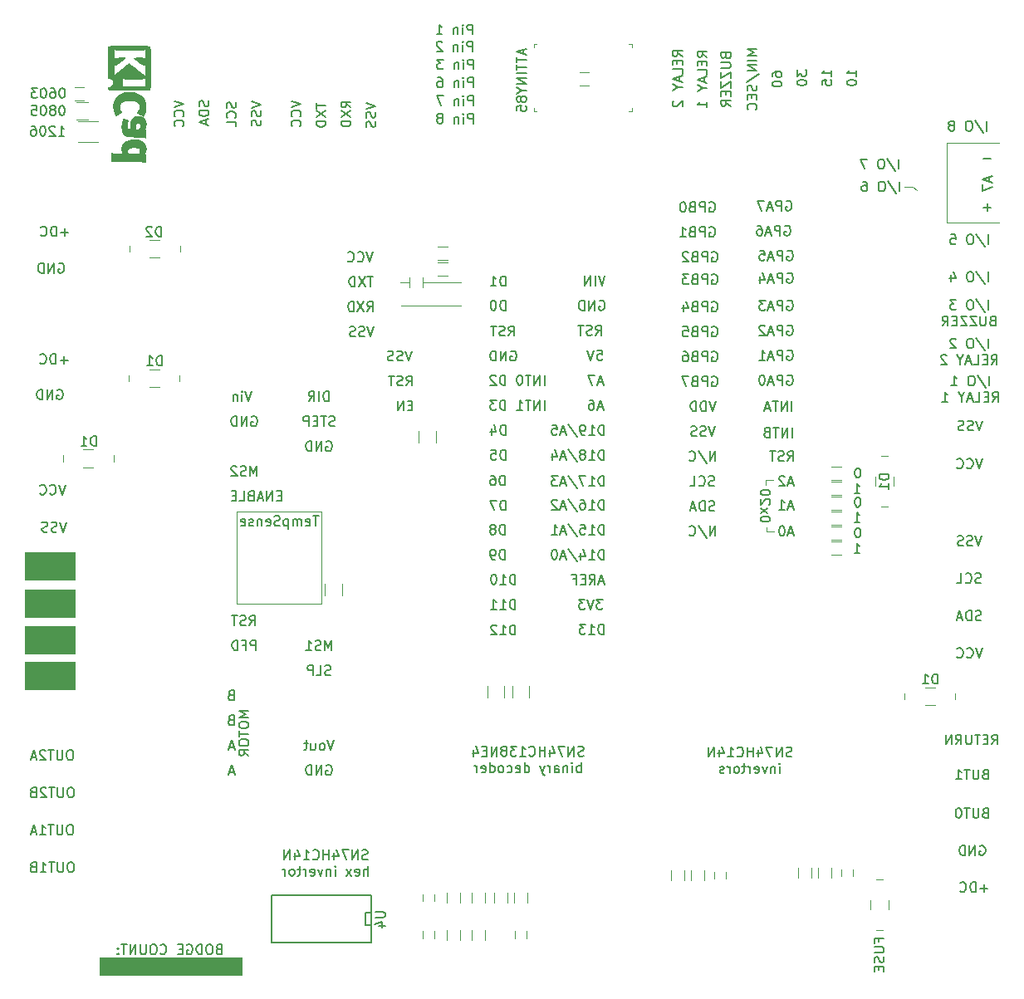
<source format=gbr>
%TF.GenerationSoftware,KiCad,Pcbnew,(5.1.6)-1*%
%TF.CreationDate,2020-11-08T21:19:26+11:00*%
%TF.ProjectId,mc13clk,6d633133-636c-46b2-9e6b-696361645f70,rev?*%
%TF.SameCoordinates,Original*%
%TF.FileFunction,Legend,Bot*%
%TF.FilePolarity,Positive*%
%FSLAX46Y46*%
G04 Gerber Fmt 4.6, Leading zero omitted, Abs format (unit mm)*
G04 Created by KiCad (PCBNEW (5.1.6)-1) date 2020-11-08 21:19:26*
%MOMM*%
%LPD*%
G01*
G04 APERTURE LIST*
%ADD10C,0.120000*%
%ADD11C,0.150000*%
%ADD12C,0.100000*%
%ADD13C,0.010000*%
G04 APERTURE END LIST*
D10*
X194564000Y-60706000D02*
X199898000Y-60706000D01*
X194564000Y-52578000D02*
X194564000Y-60706000D01*
X199898000Y-52578000D02*
X194564000Y-52578000D01*
D11*
X199072452Y-59189928D02*
X198310547Y-59189928D01*
X198691500Y-59570880D02*
X198691500Y-58808976D01*
X199072452Y-54236928D02*
X198310547Y-54236928D01*
X198921666Y-56054714D02*
X198921666Y-56530904D01*
X199207380Y-55959476D02*
X198207380Y-56292809D01*
X199207380Y-56626142D01*
X198207380Y-56864238D02*
X198207380Y-57530904D01*
X199207380Y-57102333D01*
D10*
X191071500Y-57086500D02*
X191516000Y-57404000D01*
X190246000Y-57086500D02*
X191071500Y-57086500D01*
X145034000Y-66802000D02*
X141160500Y-66802000D01*
X130810000Y-99568000D02*
X122174000Y-99568000D01*
X122174000Y-90170000D02*
X130810000Y-90170000D01*
X130810000Y-99568000D02*
X130810000Y-90170000D01*
X122174000Y-90170000D02*
X122174000Y-99568000D01*
D11*
X130515809Y-90638380D02*
X129944380Y-90638380D01*
X130230095Y-91638380D02*
X130230095Y-90638380D01*
X129230095Y-91590761D02*
X129325333Y-91638380D01*
X129515809Y-91638380D01*
X129611047Y-91590761D01*
X129658666Y-91495523D01*
X129658666Y-91114571D01*
X129611047Y-91019333D01*
X129515809Y-90971714D01*
X129325333Y-90971714D01*
X129230095Y-91019333D01*
X129182476Y-91114571D01*
X129182476Y-91209809D01*
X129658666Y-91305047D01*
X128753904Y-91638380D02*
X128753904Y-90971714D01*
X128753904Y-91066952D02*
X128706285Y-91019333D01*
X128611047Y-90971714D01*
X128468190Y-90971714D01*
X128372952Y-91019333D01*
X128325333Y-91114571D01*
X128325333Y-91638380D01*
X128325333Y-91114571D02*
X128277714Y-91019333D01*
X128182476Y-90971714D01*
X128039619Y-90971714D01*
X127944380Y-91019333D01*
X127896761Y-91114571D01*
X127896761Y-91638380D01*
X127420571Y-90971714D02*
X127420571Y-91971714D01*
X127420571Y-91019333D02*
X127325333Y-90971714D01*
X127134857Y-90971714D01*
X127039619Y-91019333D01*
X126992000Y-91066952D01*
X126944380Y-91162190D01*
X126944380Y-91447904D01*
X126992000Y-91543142D01*
X127039619Y-91590761D01*
X127134857Y-91638380D01*
X127325333Y-91638380D01*
X127420571Y-91590761D01*
X126563428Y-91590761D02*
X126420571Y-91638380D01*
X126182476Y-91638380D01*
X126087238Y-91590761D01*
X126039619Y-91543142D01*
X125992000Y-91447904D01*
X125992000Y-91352666D01*
X126039619Y-91257428D01*
X126087238Y-91209809D01*
X126182476Y-91162190D01*
X126372952Y-91114571D01*
X126468190Y-91066952D01*
X126515809Y-91019333D01*
X126563428Y-90924095D01*
X126563428Y-90828857D01*
X126515809Y-90733619D01*
X126468190Y-90686000D01*
X126372952Y-90638380D01*
X126134857Y-90638380D01*
X125992000Y-90686000D01*
X125182476Y-91590761D02*
X125277714Y-91638380D01*
X125468190Y-91638380D01*
X125563428Y-91590761D01*
X125611047Y-91495523D01*
X125611047Y-91114571D01*
X125563428Y-91019333D01*
X125468190Y-90971714D01*
X125277714Y-90971714D01*
X125182476Y-91019333D01*
X125134857Y-91114571D01*
X125134857Y-91209809D01*
X125611047Y-91305047D01*
X124706285Y-90971714D02*
X124706285Y-91638380D01*
X124706285Y-91066952D02*
X124658666Y-91019333D01*
X124563428Y-90971714D01*
X124420571Y-90971714D01*
X124325333Y-91019333D01*
X124277714Y-91114571D01*
X124277714Y-91638380D01*
X123849142Y-91590761D02*
X123753904Y-91638380D01*
X123563428Y-91638380D01*
X123468190Y-91590761D01*
X123420571Y-91495523D01*
X123420571Y-91447904D01*
X123468190Y-91352666D01*
X123563428Y-91305047D01*
X123706285Y-91305047D01*
X123801523Y-91257428D01*
X123849142Y-91162190D01*
X123849142Y-91114571D01*
X123801523Y-91019333D01*
X123706285Y-90971714D01*
X123563428Y-90971714D01*
X123468190Y-91019333D01*
X122611047Y-91590761D02*
X122706285Y-91638380D01*
X122896761Y-91638380D01*
X122992000Y-91590761D01*
X123039619Y-91495523D01*
X123039619Y-91114571D01*
X122992000Y-91019333D01*
X122896761Y-90971714D01*
X122706285Y-90971714D01*
X122611047Y-91019333D01*
X122563428Y-91114571D01*
X122563428Y-91209809D01*
X123039619Y-91305047D01*
X157558666Y-115086261D02*
X157415809Y-115133880D01*
X157177714Y-115133880D01*
X157082476Y-115086261D01*
X157034857Y-115038642D01*
X156987238Y-114943404D01*
X156987238Y-114848166D01*
X157034857Y-114752928D01*
X157082476Y-114705309D01*
X157177714Y-114657690D01*
X157368190Y-114610071D01*
X157463428Y-114562452D01*
X157511047Y-114514833D01*
X157558666Y-114419595D01*
X157558666Y-114324357D01*
X157511047Y-114229119D01*
X157463428Y-114181500D01*
X157368190Y-114133880D01*
X157130095Y-114133880D01*
X156987238Y-114181500D01*
X156558666Y-115133880D02*
X156558666Y-114133880D01*
X155987238Y-115133880D01*
X155987238Y-114133880D01*
X155606285Y-114133880D02*
X154939619Y-114133880D01*
X155368190Y-115133880D01*
X154130095Y-114467214D02*
X154130095Y-115133880D01*
X154368190Y-114086261D02*
X154606285Y-114800547D01*
X153987238Y-114800547D01*
X153606285Y-115133880D02*
X153606285Y-114133880D01*
X153606285Y-114610071D02*
X153034857Y-114610071D01*
X153034857Y-115133880D02*
X153034857Y-114133880D01*
X151987238Y-115038642D02*
X152034857Y-115086261D01*
X152177714Y-115133880D01*
X152272952Y-115133880D01*
X152415809Y-115086261D01*
X152511047Y-114991023D01*
X152558666Y-114895785D01*
X152606285Y-114705309D01*
X152606285Y-114562452D01*
X152558666Y-114371976D01*
X152511047Y-114276738D01*
X152415809Y-114181500D01*
X152272952Y-114133880D01*
X152177714Y-114133880D01*
X152034857Y-114181500D01*
X151987238Y-114229119D01*
X151034857Y-115133880D02*
X151606285Y-115133880D01*
X151320571Y-115133880D02*
X151320571Y-114133880D01*
X151415809Y-114276738D01*
X151511047Y-114371976D01*
X151606285Y-114419595D01*
X150701523Y-114133880D02*
X150082476Y-114133880D01*
X150415809Y-114514833D01*
X150272952Y-114514833D01*
X150177714Y-114562452D01*
X150130095Y-114610071D01*
X150082476Y-114705309D01*
X150082476Y-114943404D01*
X150130095Y-115038642D01*
X150177714Y-115086261D01*
X150272952Y-115133880D01*
X150558666Y-115133880D01*
X150653904Y-115086261D01*
X150701523Y-115038642D01*
X149511047Y-114562452D02*
X149606285Y-114514833D01*
X149653904Y-114467214D01*
X149701523Y-114371976D01*
X149701523Y-114324357D01*
X149653904Y-114229119D01*
X149606285Y-114181500D01*
X149511047Y-114133880D01*
X149320571Y-114133880D01*
X149225333Y-114181500D01*
X149177714Y-114229119D01*
X149130095Y-114324357D01*
X149130095Y-114371976D01*
X149177714Y-114467214D01*
X149225333Y-114514833D01*
X149320571Y-114562452D01*
X149511047Y-114562452D01*
X149606285Y-114610071D01*
X149653904Y-114657690D01*
X149701523Y-114752928D01*
X149701523Y-114943404D01*
X149653904Y-115038642D01*
X149606285Y-115086261D01*
X149511047Y-115133880D01*
X149320571Y-115133880D01*
X149225333Y-115086261D01*
X149177714Y-115038642D01*
X149130095Y-114943404D01*
X149130095Y-114752928D01*
X149177714Y-114657690D01*
X149225333Y-114610071D01*
X149320571Y-114562452D01*
X148701523Y-115133880D02*
X148701523Y-114133880D01*
X148130095Y-115133880D01*
X148130095Y-114133880D01*
X147653904Y-114610071D02*
X147320571Y-114610071D01*
X147177714Y-115133880D02*
X147653904Y-115133880D01*
X147653904Y-114133880D01*
X147177714Y-114133880D01*
X146320571Y-114467214D02*
X146320571Y-115133880D01*
X146558666Y-114086261D02*
X146796761Y-114800547D01*
X146177714Y-114800547D01*
X157272952Y-116783880D02*
X157272952Y-115783880D01*
X157272952Y-116164833D02*
X157177714Y-116117214D01*
X156987238Y-116117214D01*
X156892000Y-116164833D01*
X156844380Y-116212452D01*
X156796761Y-116307690D01*
X156796761Y-116593404D01*
X156844380Y-116688642D01*
X156892000Y-116736261D01*
X156987238Y-116783880D01*
X157177714Y-116783880D01*
X157272952Y-116736261D01*
X156368190Y-116783880D02*
X156368190Y-116117214D01*
X156368190Y-115783880D02*
X156415809Y-115831500D01*
X156368190Y-115879119D01*
X156320571Y-115831500D01*
X156368190Y-115783880D01*
X156368190Y-115879119D01*
X155892000Y-116117214D02*
X155892000Y-116783880D01*
X155892000Y-116212452D02*
X155844380Y-116164833D01*
X155749142Y-116117214D01*
X155606285Y-116117214D01*
X155511047Y-116164833D01*
X155463428Y-116260071D01*
X155463428Y-116783880D01*
X154558666Y-116783880D02*
X154558666Y-116260071D01*
X154606285Y-116164833D01*
X154701523Y-116117214D01*
X154892000Y-116117214D01*
X154987238Y-116164833D01*
X154558666Y-116736261D02*
X154653904Y-116783880D01*
X154892000Y-116783880D01*
X154987238Y-116736261D01*
X155034857Y-116641023D01*
X155034857Y-116545785D01*
X154987238Y-116450547D01*
X154892000Y-116402928D01*
X154653904Y-116402928D01*
X154558666Y-116355309D01*
X154082476Y-116783880D02*
X154082476Y-116117214D01*
X154082476Y-116307690D02*
X154034857Y-116212452D01*
X153987238Y-116164833D01*
X153892000Y-116117214D01*
X153796761Y-116117214D01*
X153558666Y-116117214D02*
X153320571Y-116783880D01*
X153082476Y-116117214D02*
X153320571Y-116783880D01*
X153415809Y-117021976D01*
X153463428Y-117069595D01*
X153558666Y-117117214D01*
X151511047Y-116783880D02*
X151511047Y-115783880D01*
X151511047Y-116736261D02*
X151606285Y-116783880D01*
X151796761Y-116783880D01*
X151892000Y-116736261D01*
X151939619Y-116688642D01*
X151987238Y-116593404D01*
X151987238Y-116307690D01*
X151939619Y-116212452D01*
X151892000Y-116164833D01*
X151796761Y-116117214D01*
X151606285Y-116117214D01*
X151511047Y-116164833D01*
X150653904Y-116736261D02*
X150749142Y-116783880D01*
X150939619Y-116783880D01*
X151034857Y-116736261D01*
X151082476Y-116641023D01*
X151082476Y-116260071D01*
X151034857Y-116164833D01*
X150939619Y-116117214D01*
X150749142Y-116117214D01*
X150653904Y-116164833D01*
X150606285Y-116260071D01*
X150606285Y-116355309D01*
X151082476Y-116450547D01*
X149749142Y-116736261D02*
X149844380Y-116783880D01*
X150034857Y-116783880D01*
X150130095Y-116736261D01*
X150177714Y-116688642D01*
X150225333Y-116593404D01*
X150225333Y-116307690D01*
X150177714Y-116212452D01*
X150130095Y-116164833D01*
X150034857Y-116117214D01*
X149844380Y-116117214D01*
X149749142Y-116164833D01*
X149177714Y-116783880D02*
X149272952Y-116736261D01*
X149320571Y-116688642D01*
X149368190Y-116593404D01*
X149368190Y-116307690D01*
X149320571Y-116212452D01*
X149272952Y-116164833D01*
X149177714Y-116117214D01*
X149034857Y-116117214D01*
X148939619Y-116164833D01*
X148892000Y-116212452D01*
X148844380Y-116307690D01*
X148844380Y-116593404D01*
X148892000Y-116688642D01*
X148939619Y-116736261D01*
X149034857Y-116783880D01*
X149177714Y-116783880D01*
X147987238Y-116783880D02*
X147987238Y-115783880D01*
X147987238Y-116736261D02*
X148082476Y-116783880D01*
X148272952Y-116783880D01*
X148368190Y-116736261D01*
X148415809Y-116688642D01*
X148463428Y-116593404D01*
X148463428Y-116307690D01*
X148415809Y-116212452D01*
X148368190Y-116164833D01*
X148272952Y-116117214D01*
X148082476Y-116117214D01*
X147987238Y-116164833D01*
X147130095Y-116736261D02*
X147225333Y-116783880D01*
X147415809Y-116783880D01*
X147511047Y-116736261D01*
X147558666Y-116641023D01*
X147558666Y-116260071D01*
X147511047Y-116164833D01*
X147415809Y-116117214D01*
X147225333Y-116117214D01*
X147130095Y-116164833D01*
X147082476Y-116260071D01*
X147082476Y-116355309D01*
X147558666Y-116450547D01*
X146653904Y-116783880D02*
X146653904Y-116117214D01*
X146653904Y-116307690D02*
X146606285Y-116212452D01*
X146558666Y-116164833D01*
X146463428Y-116117214D01*
X146368190Y-116117214D01*
X178759904Y-115149761D02*
X178617047Y-115197380D01*
X178378952Y-115197380D01*
X178283714Y-115149761D01*
X178236095Y-115102142D01*
X178188476Y-115006904D01*
X178188476Y-114911666D01*
X178236095Y-114816428D01*
X178283714Y-114768809D01*
X178378952Y-114721190D01*
X178569428Y-114673571D01*
X178664666Y-114625952D01*
X178712285Y-114578333D01*
X178759904Y-114483095D01*
X178759904Y-114387857D01*
X178712285Y-114292619D01*
X178664666Y-114245000D01*
X178569428Y-114197380D01*
X178331333Y-114197380D01*
X178188476Y-114245000D01*
X177759904Y-115197380D02*
X177759904Y-114197380D01*
X177188476Y-115197380D01*
X177188476Y-114197380D01*
X176807523Y-114197380D02*
X176140857Y-114197380D01*
X176569428Y-115197380D01*
X175331333Y-114530714D02*
X175331333Y-115197380D01*
X175569428Y-114149761D02*
X175807523Y-114864047D01*
X175188476Y-114864047D01*
X174807523Y-115197380D02*
X174807523Y-114197380D01*
X174807523Y-114673571D02*
X174236095Y-114673571D01*
X174236095Y-115197380D02*
X174236095Y-114197380D01*
X173188476Y-115102142D02*
X173236095Y-115149761D01*
X173378952Y-115197380D01*
X173474190Y-115197380D01*
X173617047Y-115149761D01*
X173712285Y-115054523D01*
X173759904Y-114959285D01*
X173807523Y-114768809D01*
X173807523Y-114625952D01*
X173759904Y-114435476D01*
X173712285Y-114340238D01*
X173617047Y-114245000D01*
X173474190Y-114197380D01*
X173378952Y-114197380D01*
X173236095Y-114245000D01*
X173188476Y-114292619D01*
X172236095Y-115197380D02*
X172807523Y-115197380D01*
X172521809Y-115197380D02*
X172521809Y-114197380D01*
X172617047Y-114340238D01*
X172712285Y-114435476D01*
X172807523Y-114483095D01*
X171378952Y-114530714D02*
X171378952Y-115197380D01*
X171617047Y-114149761D02*
X171855142Y-114864047D01*
X171236095Y-114864047D01*
X170855142Y-115197380D02*
X170855142Y-114197380D01*
X170283714Y-115197380D01*
X170283714Y-114197380D01*
X177521809Y-116847380D02*
X177521809Y-116180714D01*
X177521809Y-115847380D02*
X177569428Y-115895000D01*
X177521809Y-115942619D01*
X177474190Y-115895000D01*
X177521809Y-115847380D01*
X177521809Y-115942619D01*
X177045619Y-116180714D02*
X177045619Y-116847380D01*
X177045619Y-116275952D02*
X176998000Y-116228333D01*
X176902761Y-116180714D01*
X176759904Y-116180714D01*
X176664666Y-116228333D01*
X176617047Y-116323571D01*
X176617047Y-116847380D01*
X176236095Y-116180714D02*
X175998000Y-116847380D01*
X175759904Y-116180714D01*
X174997999Y-116799761D02*
X175093238Y-116847380D01*
X175283714Y-116847380D01*
X175378952Y-116799761D01*
X175426571Y-116704523D01*
X175426571Y-116323571D01*
X175378952Y-116228333D01*
X175283714Y-116180714D01*
X175093238Y-116180714D01*
X174997999Y-116228333D01*
X174950380Y-116323571D01*
X174950380Y-116418809D01*
X175426571Y-116514047D01*
X174521809Y-116847380D02*
X174521809Y-116180714D01*
X174521809Y-116371190D02*
X174474190Y-116275952D01*
X174426571Y-116228333D01*
X174331333Y-116180714D01*
X174236095Y-116180714D01*
X174045619Y-116180714D02*
X173664666Y-116180714D01*
X173902761Y-115847380D02*
X173902761Y-116704523D01*
X173855142Y-116799761D01*
X173759904Y-116847380D01*
X173664666Y-116847380D01*
X173188476Y-116847380D02*
X173283714Y-116799761D01*
X173331333Y-116752142D01*
X173378952Y-116656904D01*
X173378952Y-116371190D01*
X173331333Y-116275952D01*
X173283714Y-116228333D01*
X173188476Y-116180714D01*
X173045619Y-116180714D01*
X172950380Y-116228333D01*
X172902761Y-116275952D01*
X172855142Y-116371190D01*
X172855142Y-116656904D01*
X172902761Y-116752142D01*
X172950380Y-116799761D01*
X173045619Y-116847380D01*
X173188476Y-116847380D01*
X172426571Y-116847380D02*
X172426571Y-116180714D01*
X172426571Y-116371190D02*
X172378952Y-116275952D01*
X172331333Y-116228333D01*
X172236095Y-116180714D01*
X172140857Y-116180714D01*
X171855142Y-116799761D02*
X171759904Y-116847380D01*
X171569428Y-116847380D01*
X171474190Y-116799761D01*
X171426571Y-116704523D01*
X171426571Y-116656904D01*
X171474190Y-116561666D01*
X171569428Y-116514047D01*
X171712285Y-116514047D01*
X171807523Y-116466428D01*
X171855142Y-116371190D01*
X171855142Y-116323571D01*
X171807523Y-116228333D01*
X171712285Y-116180714D01*
X171569428Y-116180714D01*
X171474190Y-116228333D01*
X140057095Y-79367071D02*
X139723761Y-79367071D01*
X139580904Y-79890880D02*
X140057095Y-79890880D01*
X140057095Y-78890880D01*
X139580904Y-78890880D01*
X139152333Y-79890880D02*
X139152333Y-78890880D01*
X138580904Y-79890880D01*
X138580904Y-78890880D01*
X139485619Y-77350880D02*
X139818952Y-76874690D01*
X140057047Y-77350880D02*
X140057047Y-76350880D01*
X139676095Y-76350880D01*
X139580857Y-76398500D01*
X139533238Y-76446119D01*
X139485619Y-76541357D01*
X139485619Y-76684214D01*
X139533238Y-76779452D01*
X139580857Y-76827071D01*
X139676095Y-76874690D01*
X140057047Y-76874690D01*
X139104666Y-77303261D02*
X138961809Y-77350880D01*
X138723714Y-77350880D01*
X138628476Y-77303261D01*
X138580857Y-77255642D01*
X138533238Y-77160404D01*
X138533238Y-77065166D01*
X138580857Y-76969928D01*
X138628476Y-76922309D01*
X138723714Y-76874690D01*
X138914190Y-76827071D01*
X139009428Y-76779452D01*
X139057047Y-76731833D01*
X139104666Y-76636595D01*
X139104666Y-76541357D01*
X139057047Y-76446119D01*
X139009428Y-76398500D01*
X138914190Y-76350880D01*
X138676095Y-76350880D01*
X138533238Y-76398500D01*
X138247523Y-76350880D02*
X137676095Y-76350880D01*
X137961809Y-77350880D02*
X137961809Y-76350880D01*
X140033214Y-73810880D02*
X139699880Y-74810880D01*
X139366547Y-73810880D01*
X139080833Y-74763261D02*
X138937976Y-74810880D01*
X138699880Y-74810880D01*
X138604642Y-74763261D01*
X138557023Y-74715642D01*
X138509404Y-74620404D01*
X138509404Y-74525166D01*
X138557023Y-74429928D01*
X138604642Y-74382309D01*
X138699880Y-74334690D01*
X138890357Y-74287071D01*
X138985595Y-74239452D01*
X139033214Y-74191833D01*
X139080833Y-74096595D01*
X139080833Y-74001357D01*
X139033214Y-73906119D01*
X138985595Y-73858500D01*
X138890357Y-73810880D01*
X138652261Y-73810880D01*
X138509404Y-73858500D01*
X138128452Y-74763261D02*
X137985595Y-74810880D01*
X137747500Y-74810880D01*
X137652261Y-74763261D01*
X137604642Y-74715642D01*
X137557023Y-74620404D01*
X137557023Y-74525166D01*
X137604642Y-74429928D01*
X137652261Y-74382309D01*
X137747500Y-74334690D01*
X137937976Y-74287071D01*
X138033214Y-74239452D01*
X138080833Y-74191833D01*
X138128452Y-74096595D01*
X138128452Y-74001357D01*
X138080833Y-73906119D01*
X138033214Y-73858500D01*
X137937976Y-73810880D01*
X137699880Y-73810880D01*
X137557023Y-73858500D01*
X185134285Y-94432380D02*
X185705714Y-94432380D01*
X185420000Y-94432380D02*
X185420000Y-93432380D01*
X185515238Y-93575238D01*
X185610476Y-93670476D01*
X185705714Y-93718095D01*
X185134285Y-91257380D02*
X185705714Y-91257380D01*
X185420000Y-91257380D02*
X185420000Y-90257380D01*
X185515238Y-90400238D01*
X185610476Y-90495476D01*
X185705714Y-90543095D01*
X185531119Y-91844880D02*
X185435880Y-91844880D01*
X185340642Y-91892500D01*
X185293023Y-91940119D01*
X185245404Y-92035357D01*
X185197785Y-92225833D01*
X185197785Y-92463928D01*
X185245404Y-92654404D01*
X185293023Y-92749642D01*
X185340642Y-92797261D01*
X185435880Y-92844880D01*
X185531119Y-92844880D01*
X185626357Y-92797261D01*
X185673976Y-92749642D01*
X185721595Y-92654404D01*
X185769214Y-92463928D01*
X185769214Y-92225833D01*
X185721595Y-92035357D01*
X185673976Y-91940119D01*
X185626357Y-91892500D01*
X185531119Y-91844880D01*
X185531119Y-88733380D02*
X185435880Y-88733380D01*
X185340642Y-88781000D01*
X185293023Y-88828619D01*
X185245404Y-88923857D01*
X185197785Y-89114333D01*
X185197785Y-89352428D01*
X185245404Y-89542904D01*
X185293023Y-89638142D01*
X185340642Y-89685761D01*
X185435880Y-89733380D01*
X185531119Y-89733380D01*
X185626357Y-89685761D01*
X185673976Y-89638142D01*
X185721595Y-89542904D01*
X185769214Y-89352428D01*
X185769214Y-89114333D01*
X185721595Y-88923857D01*
X185673976Y-88828619D01*
X185626357Y-88781000D01*
X185531119Y-88733380D01*
X185134285Y-88336380D02*
X185705714Y-88336380D01*
X185420000Y-88336380D02*
X185420000Y-87336380D01*
X185515238Y-87479238D01*
X185610476Y-87574476D01*
X185705714Y-87622095D01*
X185531119Y-85748880D02*
X185435880Y-85748880D01*
X185340642Y-85796500D01*
X185293023Y-85844119D01*
X185245404Y-85939357D01*
X185197785Y-86129833D01*
X185197785Y-86367928D01*
X185245404Y-86558404D01*
X185293023Y-86653642D01*
X185340642Y-86701261D01*
X185435880Y-86748880D01*
X185531119Y-86748880D01*
X185626357Y-86701261D01*
X185673976Y-86653642D01*
X185721595Y-86558404D01*
X185769214Y-86367928D01*
X185769214Y-86129833D01*
X185721595Y-85939357D01*
X185673976Y-85844119D01*
X185626357Y-85796500D01*
X185531119Y-85748880D01*
D10*
X176149000Y-92202000D02*
X176911000Y-92202000D01*
X176149000Y-91757500D02*
X176149000Y-92202000D01*
X176085500Y-86995000D02*
X176847500Y-86995000D01*
X176085500Y-87439500D02*
X176085500Y-86995000D01*
D11*
X176569619Y-91003261D02*
X176569619Y-90908023D01*
X176522000Y-90812785D01*
X176474380Y-90765166D01*
X176379142Y-90717547D01*
X176188666Y-90669928D01*
X175950571Y-90669928D01*
X175760095Y-90717547D01*
X175664857Y-90765166D01*
X175617238Y-90812785D01*
X175569619Y-90908023D01*
X175569619Y-91003261D01*
X175617238Y-91098500D01*
X175664857Y-91146119D01*
X175760095Y-91193738D01*
X175950571Y-91241357D01*
X176188666Y-91241357D01*
X176379142Y-91193738D01*
X176474380Y-91146119D01*
X176522000Y-91098500D01*
X176569619Y-91003261D01*
X175569619Y-90336595D02*
X176236285Y-89812785D01*
X176236285Y-90336595D02*
X175569619Y-89812785D01*
X176474380Y-89479452D02*
X176522000Y-89431833D01*
X176569619Y-89336595D01*
X176569619Y-89098500D01*
X176522000Y-89003261D01*
X176474380Y-88955642D01*
X176379142Y-88908023D01*
X176283904Y-88908023D01*
X176141047Y-88955642D01*
X175569619Y-89527071D01*
X175569619Y-88908023D01*
X176569619Y-88288976D02*
X176569619Y-88193738D01*
X176522000Y-88098500D01*
X176474380Y-88050880D01*
X176379142Y-88003261D01*
X176188666Y-87955642D01*
X175950571Y-87955642D01*
X175760095Y-88003261D01*
X175664857Y-88050880D01*
X175617238Y-88098500D01*
X175569619Y-88193738D01*
X175569619Y-88288976D01*
X175617238Y-88384214D01*
X175664857Y-88431833D01*
X175760095Y-88479452D01*
X175950571Y-88527071D01*
X176188666Y-88527071D01*
X176379142Y-88479452D01*
X176474380Y-88431833D01*
X176522000Y-88384214D01*
X176569619Y-88288976D01*
X198754761Y-69604380D02*
X198754761Y-68604380D01*
X197564285Y-68556761D02*
X198421428Y-69842476D01*
X197040476Y-68604380D02*
X196850000Y-68604380D01*
X196754761Y-68652000D01*
X196659523Y-68747238D01*
X196611904Y-68937714D01*
X196611904Y-69271047D01*
X196659523Y-69461523D01*
X196754761Y-69556761D01*
X196850000Y-69604380D01*
X197040476Y-69604380D01*
X197135714Y-69556761D01*
X197230952Y-69461523D01*
X197278571Y-69271047D01*
X197278571Y-68937714D01*
X197230952Y-68747238D01*
X197135714Y-68652000D01*
X197040476Y-68604380D01*
X195516666Y-68604380D02*
X194897619Y-68604380D01*
X195230952Y-68985333D01*
X195088095Y-68985333D01*
X194992857Y-69032952D01*
X194945238Y-69080571D01*
X194897619Y-69175809D01*
X194897619Y-69413904D01*
X194945238Y-69509142D01*
X194992857Y-69556761D01*
X195088095Y-69604380D01*
X195373809Y-69604380D01*
X195469047Y-69556761D01*
X195516666Y-69509142D01*
X199207142Y-70730571D02*
X199064285Y-70778190D01*
X199016666Y-70825809D01*
X198969047Y-70921047D01*
X198969047Y-71063904D01*
X199016666Y-71159142D01*
X199064285Y-71206761D01*
X199159523Y-71254380D01*
X199540476Y-71254380D01*
X199540476Y-70254380D01*
X199207142Y-70254380D01*
X199111904Y-70302000D01*
X199064285Y-70349619D01*
X199016666Y-70444857D01*
X199016666Y-70540095D01*
X199064285Y-70635333D01*
X199111904Y-70682952D01*
X199207142Y-70730571D01*
X199540476Y-70730571D01*
X198540476Y-70254380D02*
X198540476Y-71063904D01*
X198492857Y-71159142D01*
X198445238Y-71206761D01*
X198350000Y-71254380D01*
X198159523Y-71254380D01*
X198064285Y-71206761D01*
X198016666Y-71159142D01*
X197969047Y-71063904D01*
X197969047Y-70254380D01*
X197588095Y-70254380D02*
X196921428Y-70254380D01*
X197588095Y-71254380D01*
X196921428Y-71254380D01*
X196635714Y-70254380D02*
X195969047Y-70254380D01*
X196635714Y-71254380D01*
X195969047Y-71254380D01*
X195588095Y-70730571D02*
X195254761Y-70730571D01*
X195111904Y-71254380D02*
X195588095Y-71254380D01*
X195588095Y-70254380D01*
X195111904Y-70254380D01*
X194111904Y-71254380D02*
X194445238Y-70778190D01*
X194683333Y-71254380D02*
X194683333Y-70254380D01*
X194302380Y-70254380D01*
X194207142Y-70302000D01*
X194159523Y-70349619D01*
X194111904Y-70444857D01*
X194111904Y-70587714D01*
X194159523Y-70682952D01*
X194207142Y-70730571D01*
X194302380Y-70778190D01*
X194683333Y-70778190D01*
X119276761Y-48315714D02*
X119324380Y-48458571D01*
X119324380Y-48696666D01*
X119276761Y-48791904D01*
X119229142Y-48839523D01*
X119133904Y-48887142D01*
X119038666Y-48887142D01*
X118943428Y-48839523D01*
X118895809Y-48791904D01*
X118848190Y-48696666D01*
X118800571Y-48506190D01*
X118752952Y-48410952D01*
X118705333Y-48363333D01*
X118610095Y-48315714D01*
X118514857Y-48315714D01*
X118419619Y-48363333D01*
X118372000Y-48410952D01*
X118324380Y-48506190D01*
X118324380Y-48744285D01*
X118372000Y-48887142D01*
X119324380Y-49315714D02*
X118324380Y-49315714D01*
X118324380Y-49553809D01*
X118372000Y-49696666D01*
X118467238Y-49791904D01*
X118562476Y-49839523D01*
X118752952Y-49887142D01*
X118895809Y-49887142D01*
X119086285Y-49839523D01*
X119181523Y-49791904D01*
X119276761Y-49696666D01*
X119324380Y-49553809D01*
X119324380Y-49315714D01*
X119038666Y-50268095D02*
X119038666Y-50744285D01*
X119324380Y-50172857D02*
X118324380Y-50506190D01*
X119324380Y-50839523D01*
X122070761Y-48466523D02*
X122118380Y-48609380D01*
X122118380Y-48847476D01*
X122070761Y-48942714D01*
X122023142Y-48990333D01*
X121927904Y-49037952D01*
X121832666Y-49037952D01*
X121737428Y-48990333D01*
X121689809Y-48942714D01*
X121642190Y-48847476D01*
X121594571Y-48657000D01*
X121546952Y-48561761D01*
X121499333Y-48514142D01*
X121404095Y-48466523D01*
X121308857Y-48466523D01*
X121213619Y-48514142D01*
X121166000Y-48561761D01*
X121118380Y-48657000D01*
X121118380Y-48895095D01*
X121166000Y-49037952D01*
X122023142Y-50037952D02*
X122070761Y-49990333D01*
X122118380Y-49847476D01*
X122118380Y-49752238D01*
X122070761Y-49609380D01*
X121975523Y-49514142D01*
X121880285Y-49466523D01*
X121689809Y-49418904D01*
X121546952Y-49418904D01*
X121356476Y-49466523D01*
X121261238Y-49514142D01*
X121166000Y-49609380D01*
X121118380Y-49752238D01*
X121118380Y-49847476D01*
X121166000Y-49990333D01*
X121213619Y-50037952D01*
X122118380Y-50942714D02*
X122118380Y-50466523D01*
X121118380Y-50466523D01*
X123658380Y-48371285D02*
X124658380Y-48704619D01*
X123658380Y-49037952D01*
X124610761Y-49323666D02*
X124658380Y-49466523D01*
X124658380Y-49704619D01*
X124610761Y-49799857D01*
X124563142Y-49847476D01*
X124467904Y-49895095D01*
X124372666Y-49895095D01*
X124277428Y-49847476D01*
X124229809Y-49799857D01*
X124182190Y-49704619D01*
X124134571Y-49514142D01*
X124086952Y-49418904D01*
X124039333Y-49371285D01*
X123944095Y-49323666D01*
X123848857Y-49323666D01*
X123753619Y-49371285D01*
X123706000Y-49418904D01*
X123658380Y-49514142D01*
X123658380Y-49752238D01*
X123706000Y-49895095D01*
X124610761Y-50276047D02*
X124658380Y-50418904D01*
X124658380Y-50657000D01*
X124610761Y-50752238D01*
X124563142Y-50799857D01*
X124467904Y-50847476D01*
X124372666Y-50847476D01*
X124277428Y-50799857D01*
X124229809Y-50752238D01*
X124182190Y-50657000D01*
X124134571Y-50466523D01*
X124086952Y-50371285D01*
X124039333Y-50323666D01*
X123944095Y-50276047D01*
X123848857Y-50276047D01*
X123753619Y-50323666D01*
X123706000Y-50371285D01*
X123658380Y-50466523D01*
X123658380Y-50704619D01*
X123706000Y-50847476D01*
X115784380Y-48323666D02*
X116784380Y-48657000D01*
X115784380Y-48990333D01*
X116689142Y-49895095D02*
X116736761Y-49847476D01*
X116784380Y-49704619D01*
X116784380Y-49609380D01*
X116736761Y-49466523D01*
X116641523Y-49371285D01*
X116546285Y-49323666D01*
X116355809Y-49276047D01*
X116212952Y-49276047D01*
X116022476Y-49323666D01*
X115927238Y-49371285D01*
X115832000Y-49466523D01*
X115784380Y-49609380D01*
X115784380Y-49704619D01*
X115832000Y-49847476D01*
X115879619Y-49895095D01*
X116689142Y-50895095D02*
X116736761Y-50847476D01*
X116784380Y-50704619D01*
X116784380Y-50609380D01*
X116736761Y-50466523D01*
X116641523Y-50371285D01*
X116546285Y-50323666D01*
X116355809Y-50276047D01*
X116212952Y-50276047D01*
X116022476Y-50323666D01*
X115927238Y-50371285D01*
X115832000Y-50466523D01*
X115784380Y-50609380D01*
X115784380Y-50704619D01*
X115832000Y-50847476D01*
X115879619Y-50895095D01*
X135342380Y-48498285D02*
X136342380Y-48831619D01*
X135342380Y-49164952D01*
X136294761Y-49450666D02*
X136342380Y-49593523D01*
X136342380Y-49831619D01*
X136294761Y-49926857D01*
X136247142Y-49974476D01*
X136151904Y-50022095D01*
X136056666Y-50022095D01*
X135961428Y-49974476D01*
X135913809Y-49926857D01*
X135866190Y-49831619D01*
X135818571Y-49641142D01*
X135770952Y-49545904D01*
X135723333Y-49498285D01*
X135628095Y-49450666D01*
X135532857Y-49450666D01*
X135437619Y-49498285D01*
X135390000Y-49545904D01*
X135342380Y-49641142D01*
X135342380Y-49879238D01*
X135390000Y-50022095D01*
X136294761Y-50403047D02*
X136342380Y-50545904D01*
X136342380Y-50784000D01*
X136294761Y-50879238D01*
X136247142Y-50926857D01*
X136151904Y-50974476D01*
X136056666Y-50974476D01*
X135961428Y-50926857D01*
X135913809Y-50879238D01*
X135866190Y-50784000D01*
X135818571Y-50593523D01*
X135770952Y-50498285D01*
X135723333Y-50450666D01*
X135628095Y-50403047D01*
X135532857Y-50403047D01*
X135437619Y-50450666D01*
X135390000Y-50498285D01*
X135342380Y-50593523D01*
X135342380Y-50831619D01*
X135390000Y-50974476D01*
X133802380Y-48990333D02*
X133326190Y-48657000D01*
X133802380Y-48418904D02*
X132802380Y-48418904D01*
X132802380Y-48799857D01*
X132850000Y-48895095D01*
X132897619Y-48942714D01*
X132992857Y-48990333D01*
X133135714Y-48990333D01*
X133230952Y-48942714D01*
X133278571Y-48895095D01*
X133326190Y-48799857D01*
X133326190Y-48418904D01*
X132802380Y-49323666D02*
X133802380Y-49990333D01*
X132802380Y-49990333D02*
X133802380Y-49323666D01*
X133802380Y-50371285D02*
X132802380Y-50371285D01*
X132802380Y-50609380D01*
X132850000Y-50752238D01*
X132945238Y-50847476D01*
X133040476Y-50895095D01*
X133230952Y-50942714D01*
X133373809Y-50942714D01*
X133564285Y-50895095D01*
X133659523Y-50847476D01*
X133754761Y-50752238D01*
X133802380Y-50609380D01*
X133802380Y-50371285D01*
X130262380Y-48522095D02*
X130262380Y-49093523D01*
X131262380Y-48807809D02*
X130262380Y-48807809D01*
X130262380Y-49331619D02*
X131262380Y-49998285D01*
X130262380Y-49998285D02*
X131262380Y-49331619D01*
X131262380Y-50379238D02*
X130262380Y-50379238D01*
X130262380Y-50617333D01*
X130310000Y-50760190D01*
X130405238Y-50855428D01*
X130500476Y-50903047D01*
X130690952Y-50950666D01*
X130833809Y-50950666D01*
X131024285Y-50903047D01*
X131119523Y-50855428D01*
X131214761Y-50760190D01*
X131262380Y-50617333D01*
X131262380Y-50379238D01*
X127722380Y-48323666D02*
X128722380Y-48657000D01*
X127722380Y-48990333D01*
X128627142Y-49895095D02*
X128674761Y-49847476D01*
X128722380Y-49704619D01*
X128722380Y-49609380D01*
X128674761Y-49466523D01*
X128579523Y-49371285D01*
X128484285Y-49323666D01*
X128293809Y-49276047D01*
X128150952Y-49276047D01*
X127960476Y-49323666D01*
X127865238Y-49371285D01*
X127770000Y-49466523D01*
X127722380Y-49609380D01*
X127722380Y-49704619D01*
X127770000Y-49847476D01*
X127817619Y-49895095D01*
X128627142Y-50895095D02*
X128674761Y-50847476D01*
X128722380Y-50704619D01*
X128722380Y-50609380D01*
X128674761Y-50466523D01*
X128579523Y-50371285D01*
X128484285Y-50323666D01*
X128293809Y-50276047D01*
X128150952Y-50276047D01*
X127960476Y-50323666D01*
X127865238Y-50371285D01*
X127770000Y-50466523D01*
X127722380Y-50609380D01*
X127722380Y-50704619D01*
X127770000Y-50847476D01*
X127817619Y-50895095D01*
X167609780Y-43762895D02*
X167133590Y-43429561D01*
X167609780Y-43191466D02*
X166609780Y-43191466D01*
X166609780Y-43572419D01*
X166657400Y-43667657D01*
X166705019Y-43715276D01*
X166800257Y-43762895D01*
X166943114Y-43762895D01*
X167038352Y-43715276D01*
X167085971Y-43667657D01*
X167133590Y-43572419D01*
X167133590Y-43191466D01*
X167085971Y-44191466D02*
X167085971Y-44524800D01*
X167609780Y-44667657D02*
X167609780Y-44191466D01*
X166609780Y-44191466D01*
X166609780Y-44667657D01*
X167609780Y-45572419D02*
X167609780Y-45096228D01*
X166609780Y-45096228D01*
X167324066Y-45858133D02*
X167324066Y-46334323D01*
X167609780Y-45762895D02*
X166609780Y-46096228D01*
X167609780Y-46429561D01*
X167133590Y-46953371D02*
X167609780Y-46953371D01*
X166609780Y-46620038D02*
X167133590Y-46953371D01*
X166609780Y-47286704D01*
X166705019Y-48334323D02*
X166657400Y-48381942D01*
X166609780Y-48477180D01*
X166609780Y-48715276D01*
X166657400Y-48810514D01*
X166705019Y-48858133D01*
X166800257Y-48905752D01*
X166895495Y-48905752D01*
X167038352Y-48858133D01*
X167609780Y-48286704D01*
X167609780Y-48905752D01*
D10*
X138938000Y-69215000D02*
X145034000Y-69215000D01*
X139763500Y-66802000D02*
X138811000Y-66802000D01*
D11*
X135477166Y-69794380D02*
X135810500Y-69318190D01*
X136048595Y-69794380D02*
X136048595Y-68794380D01*
X135667642Y-68794380D01*
X135572404Y-68842000D01*
X135524785Y-68889619D01*
X135477166Y-68984857D01*
X135477166Y-69127714D01*
X135524785Y-69222952D01*
X135572404Y-69270571D01*
X135667642Y-69318190D01*
X136048595Y-69318190D01*
X135143833Y-68794380D02*
X134477166Y-69794380D01*
X134477166Y-68794380D02*
X135143833Y-69794380D01*
X134096214Y-69794380D02*
X134096214Y-68794380D01*
X133858119Y-68794380D01*
X133715261Y-68842000D01*
X133620023Y-68937238D01*
X133572404Y-69032476D01*
X133524785Y-69222952D01*
X133524785Y-69365809D01*
X133572404Y-69556285D01*
X133620023Y-69651523D01*
X133715261Y-69746761D01*
X133858119Y-69794380D01*
X134096214Y-69794380D01*
X136072404Y-66254380D02*
X135500976Y-66254380D01*
X135786690Y-67254380D02*
X135786690Y-66254380D01*
X135262880Y-66254380D02*
X134596214Y-67254380D01*
X134596214Y-66254380D02*
X135262880Y-67254380D01*
X134215261Y-67254380D02*
X134215261Y-66254380D01*
X133977166Y-66254380D01*
X133834309Y-66302000D01*
X133739071Y-66397238D01*
X133691452Y-66492476D01*
X133643833Y-66682952D01*
X133643833Y-66825809D01*
X133691452Y-67016285D01*
X133739071Y-67111523D01*
X133834309Y-67206761D01*
X133977166Y-67254380D01*
X134215261Y-67254380D01*
X136080333Y-63714380D02*
X135747000Y-64714380D01*
X135413666Y-63714380D01*
X134508904Y-64619142D02*
X134556523Y-64666761D01*
X134699380Y-64714380D01*
X134794619Y-64714380D01*
X134937476Y-64666761D01*
X135032714Y-64571523D01*
X135080333Y-64476285D01*
X135127952Y-64285809D01*
X135127952Y-64142952D01*
X135080333Y-63952476D01*
X135032714Y-63857238D01*
X134937476Y-63762000D01*
X134794619Y-63714380D01*
X134699380Y-63714380D01*
X134556523Y-63762000D01*
X134508904Y-63809619D01*
X133508904Y-64619142D02*
X133556523Y-64666761D01*
X133699380Y-64714380D01*
X133794619Y-64714380D01*
X133937476Y-64666761D01*
X134032714Y-64571523D01*
X134080333Y-64476285D01*
X134127952Y-64285809D01*
X134127952Y-64142952D01*
X134080333Y-63952476D01*
X134032714Y-63857238D01*
X133937476Y-63762000D01*
X133794619Y-63714380D01*
X133699380Y-63714380D01*
X133556523Y-63762000D01*
X133508904Y-63809619D01*
X136159714Y-71334380D02*
X135826380Y-72334380D01*
X135493047Y-71334380D01*
X135207333Y-72286761D02*
X135064476Y-72334380D01*
X134826380Y-72334380D01*
X134731142Y-72286761D01*
X134683523Y-72239142D01*
X134635904Y-72143904D01*
X134635904Y-72048666D01*
X134683523Y-71953428D01*
X134731142Y-71905809D01*
X134826380Y-71858190D01*
X135016857Y-71810571D01*
X135112095Y-71762952D01*
X135159714Y-71715333D01*
X135207333Y-71620095D01*
X135207333Y-71524857D01*
X135159714Y-71429619D01*
X135112095Y-71382000D01*
X135016857Y-71334380D01*
X134778761Y-71334380D01*
X134635904Y-71382000D01*
X134254952Y-72286761D02*
X134112095Y-72334380D01*
X133874000Y-72334380D01*
X133778761Y-72286761D01*
X133731142Y-72239142D01*
X133683523Y-72143904D01*
X133683523Y-72048666D01*
X133731142Y-71953428D01*
X133778761Y-71905809D01*
X133874000Y-71858190D01*
X134064476Y-71810571D01*
X134159714Y-71762952D01*
X134207333Y-71715333D01*
X134254952Y-71620095D01*
X134254952Y-71524857D01*
X134207333Y-71429619D01*
X134159714Y-71382000D01*
X134064476Y-71334380D01*
X133826380Y-71334380D01*
X133683523Y-71382000D01*
X170124380Y-43839095D02*
X169648190Y-43505761D01*
X170124380Y-43267666D02*
X169124380Y-43267666D01*
X169124380Y-43648619D01*
X169172000Y-43743857D01*
X169219619Y-43791476D01*
X169314857Y-43839095D01*
X169457714Y-43839095D01*
X169552952Y-43791476D01*
X169600571Y-43743857D01*
X169648190Y-43648619D01*
X169648190Y-43267666D01*
X169600571Y-44267666D02*
X169600571Y-44601000D01*
X170124380Y-44743857D02*
X170124380Y-44267666D01*
X169124380Y-44267666D01*
X169124380Y-44743857D01*
X170124380Y-45648619D02*
X170124380Y-45172428D01*
X169124380Y-45172428D01*
X169838666Y-45934333D02*
X169838666Y-46410523D01*
X170124380Y-45839095D02*
X169124380Y-46172428D01*
X170124380Y-46505761D01*
X169648190Y-47029571D02*
X170124380Y-47029571D01*
X169124380Y-46696238D02*
X169648190Y-47029571D01*
X169124380Y-47362904D01*
X170124380Y-48981952D02*
X170124380Y-48410523D01*
X170124380Y-48696238D02*
X169124380Y-48696238D01*
X169267238Y-48601000D01*
X169362476Y-48505761D01*
X169410095Y-48410523D01*
X172013571Y-43743857D02*
X172061190Y-43886714D01*
X172108809Y-43934333D01*
X172204047Y-43981952D01*
X172346904Y-43981952D01*
X172442142Y-43934333D01*
X172489761Y-43886714D01*
X172537380Y-43791476D01*
X172537380Y-43410523D01*
X171537380Y-43410523D01*
X171537380Y-43743857D01*
X171585000Y-43839095D01*
X171632619Y-43886714D01*
X171727857Y-43934333D01*
X171823095Y-43934333D01*
X171918333Y-43886714D01*
X171965952Y-43839095D01*
X172013571Y-43743857D01*
X172013571Y-43410523D01*
X171537380Y-44410523D02*
X172346904Y-44410523D01*
X172442142Y-44458142D01*
X172489761Y-44505761D01*
X172537380Y-44601000D01*
X172537380Y-44791476D01*
X172489761Y-44886714D01*
X172442142Y-44934333D01*
X172346904Y-44981952D01*
X171537380Y-44981952D01*
X171537380Y-45362904D02*
X171537380Y-46029571D01*
X172537380Y-45362904D01*
X172537380Y-46029571D01*
X171537380Y-46315285D02*
X171537380Y-46981952D01*
X172537380Y-46315285D01*
X172537380Y-46981952D01*
X172013571Y-47362904D02*
X172013571Y-47696238D01*
X172537380Y-47839095D02*
X172537380Y-47362904D01*
X171537380Y-47362904D01*
X171537380Y-47839095D01*
X172537380Y-48839095D02*
X172061190Y-48505761D01*
X172537380Y-48267666D02*
X171537380Y-48267666D01*
X171537380Y-48648619D01*
X171585000Y-48743857D01*
X171632619Y-48791476D01*
X171727857Y-48839095D01*
X171870714Y-48839095D01*
X171965952Y-48791476D01*
X172013571Y-48743857D01*
X172061190Y-48648619D01*
X172061190Y-48267666D01*
X175204380Y-43053380D02*
X174204380Y-43053380D01*
X174918666Y-43386714D01*
X174204380Y-43720047D01*
X175204380Y-43720047D01*
X175204380Y-44196238D02*
X174204380Y-44196238D01*
X175204380Y-44672428D02*
X174204380Y-44672428D01*
X175204380Y-45243857D01*
X174204380Y-45243857D01*
X174156761Y-46434333D02*
X175442476Y-45577190D01*
X175156761Y-46720047D02*
X175204380Y-46862904D01*
X175204380Y-47101000D01*
X175156761Y-47196238D01*
X175109142Y-47243857D01*
X175013904Y-47291476D01*
X174918666Y-47291476D01*
X174823428Y-47243857D01*
X174775809Y-47196238D01*
X174728190Y-47101000D01*
X174680571Y-46910523D01*
X174632952Y-46815285D01*
X174585333Y-46767666D01*
X174490095Y-46720047D01*
X174394857Y-46720047D01*
X174299619Y-46767666D01*
X174252000Y-46815285D01*
X174204380Y-46910523D01*
X174204380Y-47148619D01*
X174252000Y-47291476D01*
X174680571Y-47720047D02*
X174680571Y-48053380D01*
X175204380Y-48196238D02*
X175204380Y-47720047D01*
X174204380Y-47720047D01*
X174204380Y-48196238D01*
X175109142Y-49196238D02*
X175156761Y-49148619D01*
X175204380Y-49005761D01*
X175204380Y-48910523D01*
X175156761Y-48767666D01*
X175061523Y-48672428D01*
X174966285Y-48624809D01*
X174775809Y-48577190D01*
X174632952Y-48577190D01*
X174442476Y-48624809D01*
X174347238Y-48672428D01*
X174252000Y-48767666D01*
X174204380Y-48910523D01*
X174204380Y-49005761D01*
X174252000Y-49148619D01*
X174299619Y-49196238D01*
X176744380Y-45815285D02*
X176744380Y-45624809D01*
X176792000Y-45529571D01*
X176839619Y-45481952D01*
X176982476Y-45386714D01*
X177172952Y-45339095D01*
X177553904Y-45339095D01*
X177649142Y-45386714D01*
X177696761Y-45434333D01*
X177744380Y-45529571D01*
X177744380Y-45720047D01*
X177696761Y-45815285D01*
X177649142Y-45862904D01*
X177553904Y-45910523D01*
X177315809Y-45910523D01*
X177220571Y-45862904D01*
X177172952Y-45815285D01*
X177125333Y-45720047D01*
X177125333Y-45529571D01*
X177172952Y-45434333D01*
X177220571Y-45386714D01*
X177315809Y-45339095D01*
X176744380Y-46529571D02*
X176744380Y-46624809D01*
X176792000Y-46720047D01*
X176839619Y-46767666D01*
X176934857Y-46815285D01*
X177125333Y-46862904D01*
X177363428Y-46862904D01*
X177553904Y-46815285D01*
X177649142Y-46767666D01*
X177696761Y-46720047D01*
X177744380Y-46624809D01*
X177744380Y-46529571D01*
X177696761Y-46434333D01*
X177649142Y-46386714D01*
X177553904Y-46339095D01*
X177363428Y-46291476D01*
X177125333Y-46291476D01*
X176934857Y-46339095D01*
X176839619Y-46386714D01*
X176792000Y-46434333D01*
X176744380Y-46529571D01*
X179284380Y-45164476D02*
X179284380Y-45783523D01*
X179665333Y-45450190D01*
X179665333Y-45593047D01*
X179712952Y-45688285D01*
X179760571Y-45735904D01*
X179855809Y-45783523D01*
X180093904Y-45783523D01*
X180189142Y-45735904D01*
X180236761Y-45688285D01*
X180284380Y-45593047D01*
X180284380Y-45307333D01*
X180236761Y-45212095D01*
X180189142Y-45164476D01*
X179284380Y-46402571D02*
X179284380Y-46497809D01*
X179332000Y-46593047D01*
X179379619Y-46640666D01*
X179474857Y-46688285D01*
X179665333Y-46735904D01*
X179903428Y-46735904D01*
X180093904Y-46688285D01*
X180189142Y-46640666D01*
X180236761Y-46593047D01*
X180284380Y-46497809D01*
X180284380Y-46402571D01*
X180236761Y-46307333D01*
X180189142Y-46259714D01*
X180093904Y-46212095D01*
X179903428Y-46164476D01*
X179665333Y-46164476D01*
X179474857Y-46212095D01*
X179379619Y-46259714D01*
X179332000Y-46307333D01*
X179284380Y-46402571D01*
X182824380Y-45783523D02*
X182824380Y-45212095D01*
X182824380Y-45497809D02*
X181824380Y-45497809D01*
X181967238Y-45402571D01*
X182062476Y-45307333D01*
X182110095Y-45212095D01*
X181824380Y-46688285D02*
X181824380Y-46212095D01*
X182300571Y-46164476D01*
X182252952Y-46212095D01*
X182205333Y-46307333D01*
X182205333Y-46545428D01*
X182252952Y-46640666D01*
X182300571Y-46688285D01*
X182395809Y-46735904D01*
X182633904Y-46735904D01*
X182729142Y-46688285D01*
X182776761Y-46640666D01*
X182824380Y-46545428D01*
X182824380Y-46307333D01*
X182776761Y-46212095D01*
X182729142Y-46164476D01*
X185364380Y-45783523D02*
X185364380Y-45212095D01*
X185364380Y-45497809D02*
X184364380Y-45497809D01*
X184507238Y-45402571D01*
X184602476Y-45307333D01*
X184650095Y-45212095D01*
X184364380Y-46402571D02*
X184364380Y-46497809D01*
X184412000Y-46593047D01*
X184459619Y-46640666D01*
X184554857Y-46688285D01*
X184745333Y-46735904D01*
X184983428Y-46735904D01*
X185173904Y-46688285D01*
X185269142Y-46640666D01*
X185316761Y-46593047D01*
X185364380Y-46497809D01*
X185364380Y-46402571D01*
X185316761Y-46307333D01*
X185269142Y-46259714D01*
X185173904Y-46212095D01*
X184983428Y-46164476D01*
X184745333Y-46164476D01*
X184554857Y-46212095D01*
X184459619Y-46259714D01*
X184412000Y-46307333D01*
X184364380Y-46402571D01*
D12*
G36*
X105669500Y-108331000D02*
G01*
X100589500Y-108331000D01*
X100578500Y-105537000D01*
X105658500Y-105537000D01*
X105669500Y-108331000D01*
G37*
X105669500Y-108331000D02*
X100589500Y-108331000D01*
X100578500Y-105537000D01*
X105658500Y-105537000D01*
X105669500Y-108331000D01*
G36*
X105669500Y-97155000D02*
G01*
X100589500Y-97155000D01*
X100578500Y-94361000D01*
X105658500Y-94361000D01*
X105669500Y-97155000D01*
G37*
X105669500Y-97155000D02*
X100589500Y-97155000D01*
X100578500Y-94361000D01*
X105658500Y-94361000D01*
X105669500Y-97155000D01*
G36*
X105669500Y-100965000D02*
G01*
X100589500Y-100965000D01*
X100578500Y-98171000D01*
X105658500Y-98171000D01*
X105669500Y-100965000D01*
G37*
X105669500Y-100965000D02*
X100589500Y-100965000D01*
X100578500Y-98171000D01*
X105658500Y-98171000D01*
X105669500Y-100965000D01*
G36*
X105669500Y-104648000D02*
G01*
X100589500Y-104648000D01*
X100578500Y-101854000D01*
X105658500Y-101854000D01*
X105669500Y-104648000D01*
G37*
X105669500Y-104648000D02*
X100589500Y-104648000D01*
X100578500Y-101854000D01*
X105658500Y-101854000D01*
X105669500Y-104648000D01*
D11*
X135516404Y-125627261D02*
X135373547Y-125674880D01*
X135135452Y-125674880D01*
X135040214Y-125627261D01*
X134992595Y-125579642D01*
X134944976Y-125484404D01*
X134944976Y-125389166D01*
X134992595Y-125293928D01*
X135040214Y-125246309D01*
X135135452Y-125198690D01*
X135325928Y-125151071D01*
X135421166Y-125103452D01*
X135468785Y-125055833D01*
X135516404Y-124960595D01*
X135516404Y-124865357D01*
X135468785Y-124770119D01*
X135421166Y-124722500D01*
X135325928Y-124674880D01*
X135087833Y-124674880D01*
X134944976Y-124722500D01*
X134516404Y-125674880D02*
X134516404Y-124674880D01*
X133944976Y-125674880D01*
X133944976Y-124674880D01*
X133564023Y-124674880D02*
X132897357Y-124674880D01*
X133325928Y-125674880D01*
X132087833Y-125008214D02*
X132087833Y-125674880D01*
X132325928Y-124627261D02*
X132564023Y-125341547D01*
X131944976Y-125341547D01*
X131564023Y-125674880D02*
X131564023Y-124674880D01*
X131564023Y-125151071D02*
X130992595Y-125151071D01*
X130992595Y-125674880D02*
X130992595Y-124674880D01*
X129944976Y-125579642D02*
X129992595Y-125627261D01*
X130135452Y-125674880D01*
X130230690Y-125674880D01*
X130373547Y-125627261D01*
X130468785Y-125532023D01*
X130516404Y-125436785D01*
X130564023Y-125246309D01*
X130564023Y-125103452D01*
X130516404Y-124912976D01*
X130468785Y-124817738D01*
X130373547Y-124722500D01*
X130230690Y-124674880D01*
X130135452Y-124674880D01*
X129992595Y-124722500D01*
X129944976Y-124770119D01*
X128992595Y-125674880D02*
X129564023Y-125674880D01*
X129278309Y-125674880D02*
X129278309Y-124674880D01*
X129373547Y-124817738D01*
X129468785Y-124912976D01*
X129564023Y-124960595D01*
X128135452Y-125008214D02*
X128135452Y-125674880D01*
X128373547Y-124627261D02*
X128611642Y-125341547D01*
X127992595Y-125341547D01*
X127611642Y-125674880D02*
X127611642Y-124674880D01*
X127040214Y-125674880D01*
X127040214Y-124674880D01*
X135540214Y-127324880D02*
X135540214Y-126324880D01*
X135111642Y-127324880D02*
X135111642Y-126801071D01*
X135159261Y-126705833D01*
X135254500Y-126658214D01*
X135397357Y-126658214D01*
X135492595Y-126705833D01*
X135540214Y-126753452D01*
X134254500Y-127277261D02*
X134349738Y-127324880D01*
X134540214Y-127324880D01*
X134635452Y-127277261D01*
X134683071Y-127182023D01*
X134683071Y-126801071D01*
X134635452Y-126705833D01*
X134540214Y-126658214D01*
X134349738Y-126658214D01*
X134254500Y-126705833D01*
X134206880Y-126801071D01*
X134206880Y-126896309D01*
X134683071Y-126991547D01*
X133873547Y-127324880D02*
X133349738Y-126658214D01*
X133873547Y-126658214D02*
X133349738Y-127324880D01*
X132206880Y-127324880D02*
X132206880Y-126658214D01*
X132206880Y-126324880D02*
X132254500Y-126372500D01*
X132206880Y-126420119D01*
X132159261Y-126372500D01*
X132206880Y-126324880D01*
X132206880Y-126420119D01*
X131730690Y-126658214D02*
X131730690Y-127324880D01*
X131730690Y-126753452D02*
X131683071Y-126705833D01*
X131587833Y-126658214D01*
X131444976Y-126658214D01*
X131349738Y-126705833D01*
X131302119Y-126801071D01*
X131302119Y-127324880D01*
X130921166Y-126658214D02*
X130683071Y-127324880D01*
X130444976Y-126658214D01*
X129683071Y-127277261D02*
X129778309Y-127324880D01*
X129968785Y-127324880D01*
X130064023Y-127277261D01*
X130111642Y-127182023D01*
X130111642Y-126801071D01*
X130064023Y-126705833D01*
X129968785Y-126658214D01*
X129778309Y-126658214D01*
X129683071Y-126705833D01*
X129635452Y-126801071D01*
X129635452Y-126896309D01*
X130111642Y-126991547D01*
X129206880Y-127324880D02*
X129206880Y-126658214D01*
X129206880Y-126848690D02*
X129159261Y-126753452D01*
X129111642Y-126705833D01*
X129016404Y-126658214D01*
X128921166Y-126658214D01*
X128730690Y-126658214D02*
X128349738Y-126658214D01*
X128587833Y-126324880D02*
X128587833Y-127182023D01*
X128540214Y-127277261D01*
X128444976Y-127324880D01*
X128349738Y-127324880D01*
X127873547Y-127324880D02*
X127968785Y-127277261D01*
X128016404Y-127229642D01*
X128064023Y-127134404D01*
X128064023Y-126848690D01*
X128016404Y-126753452D01*
X127968785Y-126705833D01*
X127873547Y-126658214D01*
X127730690Y-126658214D01*
X127635452Y-126705833D01*
X127587833Y-126753452D01*
X127540214Y-126848690D01*
X127540214Y-127134404D01*
X127587833Y-127229642D01*
X127635452Y-127277261D01*
X127730690Y-127324880D01*
X127873547Y-127324880D01*
X127111642Y-127324880D02*
X127111642Y-126658214D01*
X127111642Y-126848690D02*
X127064023Y-126753452D01*
X127016404Y-126705833D01*
X126921166Y-126658214D01*
X126825928Y-126658214D01*
D12*
G36*
X122682000Y-137414000D02*
G01*
X108204000Y-137414000D01*
X108204000Y-135658000D01*
X122682000Y-135658000D01*
X122682000Y-137414000D01*
G37*
X122682000Y-137414000D02*
X108204000Y-137414000D01*
X108204000Y-135658000D01*
X122682000Y-135658000D01*
X122682000Y-137414000D01*
D11*
X120349309Y-134802571D02*
X120206452Y-134850190D01*
X120158833Y-134897809D01*
X120111214Y-134993047D01*
X120111214Y-135135904D01*
X120158833Y-135231142D01*
X120206452Y-135278761D01*
X120301690Y-135326380D01*
X120682642Y-135326380D01*
X120682642Y-134326380D01*
X120349309Y-134326380D01*
X120254071Y-134374000D01*
X120206452Y-134421619D01*
X120158833Y-134516857D01*
X120158833Y-134612095D01*
X120206452Y-134707333D01*
X120254071Y-134754952D01*
X120349309Y-134802571D01*
X120682642Y-134802571D01*
X119492166Y-134326380D02*
X119301690Y-134326380D01*
X119206452Y-134374000D01*
X119111214Y-134469238D01*
X119063595Y-134659714D01*
X119063595Y-134993047D01*
X119111214Y-135183523D01*
X119206452Y-135278761D01*
X119301690Y-135326380D01*
X119492166Y-135326380D01*
X119587404Y-135278761D01*
X119682642Y-135183523D01*
X119730261Y-134993047D01*
X119730261Y-134659714D01*
X119682642Y-134469238D01*
X119587404Y-134374000D01*
X119492166Y-134326380D01*
X118635023Y-135326380D02*
X118635023Y-134326380D01*
X118396928Y-134326380D01*
X118254071Y-134374000D01*
X118158833Y-134469238D01*
X118111214Y-134564476D01*
X118063595Y-134754952D01*
X118063595Y-134897809D01*
X118111214Y-135088285D01*
X118158833Y-135183523D01*
X118254071Y-135278761D01*
X118396928Y-135326380D01*
X118635023Y-135326380D01*
X117111214Y-134374000D02*
X117206452Y-134326380D01*
X117349309Y-134326380D01*
X117492166Y-134374000D01*
X117587404Y-134469238D01*
X117635023Y-134564476D01*
X117682642Y-134754952D01*
X117682642Y-134897809D01*
X117635023Y-135088285D01*
X117587404Y-135183523D01*
X117492166Y-135278761D01*
X117349309Y-135326380D01*
X117254071Y-135326380D01*
X117111214Y-135278761D01*
X117063595Y-135231142D01*
X117063595Y-134897809D01*
X117254071Y-134897809D01*
X116635023Y-134802571D02*
X116301690Y-134802571D01*
X116158833Y-135326380D02*
X116635023Y-135326380D01*
X116635023Y-134326380D01*
X116158833Y-134326380D01*
X114396928Y-135231142D02*
X114444547Y-135278761D01*
X114587404Y-135326380D01*
X114682642Y-135326380D01*
X114825500Y-135278761D01*
X114920738Y-135183523D01*
X114968357Y-135088285D01*
X115015976Y-134897809D01*
X115015976Y-134754952D01*
X114968357Y-134564476D01*
X114920738Y-134469238D01*
X114825500Y-134374000D01*
X114682642Y-134326380D01*
X114587404Y-134326380D01*
X114444547Y-134374000D01*
X114396928Y-134421619D01*
X113777880Y-134326380D02*
X113587404Y-134326380D01*
X113492166Y-134374000D01*
X113396928Y-134469238D01*
X113349309Y-134659714D01*
X113349309Y-134993047D01*
X113396928Y-135183523D01*
X113492166Y-135278761D01*
X113587404Y-135326380D01*
X113777880Y-135326380D01*
X113873119Y-135278761D01*
X113968357Y-135183523D01*
X114015976Y-134993047D01*
X114015976Y-134659714D01*
X113968357Y-134469238D01*
X113873119Y-134374000D01*
X113777880Y-134326380D01*
X112920738Y-134326380D02*
X112920738Y-135135904D01*
X112873119Y-135231142D01*
X112825500Y-135278761D01*
X112730261Y-135326380D01*
X112539785Y-135326380D01*
X112444547Y-135278761D01*
X112396928Y-135231142D01*
X112349309Y-135135904D01*
X112349309Y-134326380D01*
X111873119Y-135326380D02*
X111873119Y-134326380D01*
X111301690Y-135326380D01*
X111301690Y-134326380D01*
X110968357Y-134326380D02*
X110396928Y-134326380D01*
X110682642Y-135326380D02*
X110682642Y-134326380D01*
X110063595Y-135231142D02*
X110015976Y-135278761D01*
X110063595Y-135326380D01*
X110111214Y-135278761D01*
X110063595Y-135231142D01*
X110063595Y-135326380D01*
X110063595Y-134707333D02*
X110015976Y-134754952D01*
X110063595Y-134802571D01*
X110111214Y-134754952D01*
X110063595Y-134707333D01*
X110063595Y-134802571D01*
X178307857Y-68715000D02*
X178403095Y-68667380D01*
X178545952Y-68667380D01*
X178688809Y-68715000D01*
X178784047Y-68810238D01*
X178831666Y-68905476D01*
X178879285Y-69095952D01*
X178879285Y-69238809D01*
X178831666Y-69429285D01*
X178784047Y-69524523D01*
X178688809Y-69619761D01*
X178545952Y-69667380D01*
X178450714Y-69667380D01*
X178307857Y-69619761D01*
X178260238Y-69572142D01*
X178260238Y-69238809D01*
X178450714Y-69238809D01*
X177831666Y-69667380D02*
X177831666Y-68667380D01*
X177450714Y-68667380D01*
X177355476Y-68715000D01*
X177307857Y-68762619D01*
X177260238Y-68857857D01*
X177260238Y-69000714D01*
X177307857Y-69095952D01*
X177355476Y-69143571D01*
X177450714Y-69191190D01*
X177831666Y-69191190D01*
X176879285Y-69381666D02*
X176403095Y-69381666D01*
X176974523Y-69667380D02*
X176641190Y-68667380D01*
X176307857Y-69667380D01*
X176069761Y-68667380D02*
X175450714Y-68667380D01*
X175784047Y-69048333D01*
X175641190Y-69048333D01*
X175545952Y-69095952D01*
X175498333Y-69143571D01*
X175450714Y-69238809D01*
X175450714Y-69476904D01*
X175498333Y-69572142D01*
X175545952Y-69619761D01*
X175641190Y-69667380D01*
X175926904Y-69667380D01*
X176022142Y-69619761D01*
X176069761Y-69572142D01*
X178307857Y-71255000D02*
X178403095Y-71207380D01*
X178545952Y-71207380D01*
X178688809Y-71255000D01*
X178784047Y-71350238D01*
X178831666Y-71445476D01*
X178879285Y-71635952D01*
X178879285Y-71778809D01*
X178831666Y-71969285D01*
X178784047Y-72064523D01*
X178688809Y-72159761D01*
X178545952Y-72207380D01*
X178450714Y-72207380D01*
X178307857Y-72159761D01*
X178260238Y-72112142D01*
X178260238Y-71778809D01*
X178450714Y-71778809D01*
X177831666Y-72207380D02*
X177831666Y-71207380D01*
X177450714Y-71207380D01*
X177355476Y-71255000D01*
X177307857Y-71302619D01*
X177260238Y-71397857D01*
X177260238Y-71540714D01*
X177307857Y-71635952D01*
X177355476Y-71683571D01*
X177450714Y-71731190D01*
X177831666Y-71731190D01*
X176879285Y-71921666D02*
X176403095Y-71921666D01*
X176974523Y-72207380D02*
X176641190Y-71207380D01*
X176307857Y-72207380D01*
X176022142Y-71302619D02*
X175974523Y-71255000D01*
X175879285Y-71207380D01*
X175641190Y-71207380D01*
X175545952Y-71255000D01*
X175498333Y-71302619D01*
X175450714Y-71397857D01*
X175450714Y-71493095D01*
X175498333Y-71635952D01*
X176069761Y-72207380D01*
X175450714Y-72207380D01*
X178307857Y-76335000D02*
X178403095Y-76287380D01*
X178545952Y-76287380D01*
X178688809Y-76335000D01*
X178784047Y-76430238D01*
X178831666Y-76525476D01*
X178879285Y-76715952D01*
X178879285Y-76858809D01*
X178831666Y-77049285D01*
X178784047Y-77144523D01*
X178688809Y-77239761D01*
X178545952Y-77287380D01*
X178450714Y-77287380D01*
X178307857Y-77239761D01*
X178260238Y-77192142D01*
X178260238Y-76858809D01*
X178450714Y-76858809D01*
X177831666Y-77287380D02*
X177831666Y-76287380D01*
X177450714Y-76287380D01*
X177355476Y-76335000D01*
X177307857Y-76382619D01*
X177260238Y-76477857D01*
X177260238Y-76620714D01*
X177307857Y-76715952D01*
X177355476Y-76763571D01*
X177450714Y-76811190D01*
X177831666Y-76811190D01*
X176879285Y-77001666D02*
X176403095Y-77001666D01*
X176974523Y-77287380D02*
X176641190Y-76287380D01*
X176307857Y-77287380D01*
X175784047Y-76287380D02*
X175688809Y-76287380D01*
X175593571Y-76335000D01*
X175545952Y-76382619D01*
X175498333Y-76477857D01*
X175450714Y-76668333D01*
X175450714Y-76906428D01*
X175498333Y-77096904D01*
X175545952Y-77192142D01*
X175593571Y-77239761D01*
X175688809Y-77287380D01*
X175784047Y-77287380D01*
X175879285Y-77239761D01*
X175926904Y-77192142D01*
X175974523Y-77096904D01*
X176022142Y-76906428D01*
X176022142Y-76668333D01*
X175974523Y-76477857D01*
X175926904Y-76382619D01*
X175879285Y-76335000D01*
X175784047Y-76287380D01*
X178307857Y-73795000D02*
X178403095Y-73747380D01*
X178545952Y-73747380D01*
X178688809Y-73795000D01*
X178784047Y-73890238D01*
X178831666Y-73985476D01*
X178879285Y-74175952D01*
X178879285Y-74318809D01*
X178831666Y-74509285D01*
X178784047Y-74604523D01*
X178688809Y-74699761D01*
X178545952Y-74747380D01*
X178450714Y-74747380D01*
X178307857Y-74699761D01*
X178260238Y-74652142D01*
X178260238Y-74318809D01*
X178450714Y-74318809D01*
X177831666Y-74747380D02*
X177831666Y-73747380D01*
X177450714Y-73747380D01*
X177355476Y-73795000D01*
X177307857Y-73842619D01*
X177260238Y-73937857D01*
X177260238Y-74080714D01*
X177307857Y-74175952D01*
X177355476Y-74223571D01*
X177450714Y-74271190D01*
X177831666Y-74271190D01*
X176879285Y-74461666D02*
X176403095Y-74461666D01*
X176974523Y-74747380D02*
X176641190Y-73747380D01*
X176307857Y-74747380D01*
X175450714Y-74747380D02*
X176022142Y-74747380D01*
X175736428Y-74747380D02*
X175736428Y-73747380D01*
X175831666Y-73890238D01*
X175926904Y-73985476D01*
X176022142Y-74033095D01*
X178307857Y-63635000D02*
X178403095Y-63587380D01*
X178545952Y-63587380D01*
X178688809Y-63635000D01*
X178784047Y-63730238D01*
X178831666Y-63825476D01*
X178879285Y-64015952D01*
X178879285Y-64158809D01*
X178831666Y-64349285D01*
X178784047Y-64444523D01*
X178688809Y-64539761D01*
X178545952Y-64587380D01*
X178450714Y-64587380D01*
X178307857Y-64539761D01*
X178260238Y-64492142D01*
X178260238Y-64158809D01*
X178450714Y-64158809D01*
X177831666Y-64587380D02*
X177831666Y-63587380D01*
X177450714Y-63587380D01*
X177355476Y-63635000D01*
X177307857Y-63682619D01*
X177260238Y-63777857D01*
X177260238Y-63920714D01*
X177307857Y-64015952D01*
X177355476Y-64063571D01*
X177450714Y-64111190D01*
X177831666Y-64111190D01*
X176879285Y-64301666D02*
X176403095Y-64301666D01*
X176974523Y-64587380D02*
X176641190Y-63587380D01*
X176307857Y-64587380D01*
X175498333Y-63587380D02*
X175974523Y-63587380D01*
X176022142Y-64063571D01*
X175974523Y-64015952D01*
X175879285Y-63968333D01*
X175641190Y-63968333D01*
X175545952Y-64015952D01*
X175498333Y-64063571D01*
X175450714Y-64158809D01*
X175450714Y-64396904D01*
X175498333Y-64492142D01*
X175545952Y-64539761D01*
X175641190Y-64587380D01*
X175879285Y-64587380D01*
X175974523Y-64539761D01*
X176022142Y-64492142D01*
X178180857Y-58555000D02*
X178276095Y-58507380D01*
X178418952Y-58507380D01*
X178561809Y-58555000D01*
X178657047Y-58650238D01*
X178704666Y-58745476D01*
X178752285Y-58935952D01*
X178752285Y-59078809D01*
X178704666Y-59269285D01*
X178657047Y-59364523D01*
X178561809Y-59459761D01*
X178418952Y-59507380D01*
X178323714Y-59507380D01*
X178180857Y-59459761D01*
X178133238Y-59412142D01*
X178133238Y-59078809D01*
X178323714Y-59078809D01*
X177704666Y-59507380D02*
X177704666Y-58507380D01*
X177323714Y-58507380D01*
X177228476Y-58555000D01*
X177180857Y-58602619D01*
X177133238Y-58697857D01*
X177133238Y-58840714D01*
X177180857Y-58935952D01*
X177228476Y-58983571D01*
X177323714Y-59031190D01*
X177704666Y-59031190D01*
X176752285Y-59221666D02*
X176276095Y-59221666D01*
X176847523Y-59507380D02*
X176514190Y-58507380D01*
X176180857Y-59507380D01*
X175942761Y-58507380D02*
X175276095Y-58507380D01*
X175704666Y-59507380D01*
X178053857Y-61095000D02*
X178149095Y-61047380D01*
X178291952Y-61047380D01*
X178434809Y-61095000D01*
X178530047Y-61190238D01*
X178577666Y-61285476D01*
X178625285Y-61475952D01*
X178625285Y-61618809D01*
X178577666Y-61809285D01*
X178530047Y-61904523D01*
X178434809Y-61999761D01*
X178291952Y-62047380D01*
X178196714Y-62047380D01*
X178053857Y-61999761D01*
X178006238Y-61952142D01*
X178006238Y-61618809D01*
X178196714Y-61618809D01*
X177577666Y-62047380D02*
X177577666Y-61047380D01*
X177196714Y-61047380D01*
X177101476Y-61095000D01*
X177053857Y-61142619D01*
X177006238Y-61237857D01*
X177006238Y-61380714D01*
X177053857Y-61475952D01*
X177101476Y-61523571D01*
X177196714Y-61571190D01*
X177577666Y-61571190D01*
X176625285Y-61761666D02*
X176149095Y-61761666D01*
X176720523Y-62047380D02*
X176387190Y-61047380D01*
X176053857Y-62047380D01*
X175291952Y-61047380D02*
X175482428Y-61047380D01*
X175577666Y-61095000D01*
X175625285Y-61142619D01*
X175720523Y-61285476D01*
X175768142Y-61475952D01*
X175768142Y-61856904D01*
X175720523Y-61952142D01*
X175672904Y-61999761D01*
X175577666Y-62047380D01*
X175387190Y-62047380D01*
X175291952Y-61999761D01*
X175244333Y-61952142D01*
X175196714Y-61856904D01*
X175196714Y-61618809D01*
X175244333Y-61523571D01*
X175291952Y-61475952D01*
X175387190Y-61428333D01*
X175577666Y-61428333D01*
X175672904Y-61475952D01*
X175720523Y-61523571D01*
X175768142Y-61618809D01*
X178307857Y-65921000D02*
X178403095Y-65873380D01*
X178545952Y-65873380D01*
X178688809Y-65921000D01*
X178784047Y-66016238D01*
X178831666Y-66111476D01*
X178879285Y-66301952D01*
X178879285Y-66444809D01*
X178831666Y-66635285D01*
X178784047Y-66730523D01*
X178688809Y-66825761D01*
X178545952Y-66873380D01*
X178450714Y-66873380D01*
X178307857Y-66825761D01*
X178260238Y-66778142D01*
X178260238Y-66444809D01*
X178450714Y-66444809D01*
X177831666Y-66873380D02*
X177831666Y-65873380D01*
X177450714Y-65873380D01*
X177355476Y-65921000D01*
X177307857Y-65968619D01*
X177260238Y-66063857D01*
X177260238Y-66206714D01*
X177307857Y-66301952D01*
X177355476Y-66349571D01*
X177450714Y-66397190D01*
X177831666Y-66397190D01*
X176879285Y-66587666D02*
X176403095Y-66587666D01*
X176974523Y-66873380D02*
X176641190Y-65873380D01*
X176307857Y-66873380D01*
X175545952Y-66206714D02*
X175545952Y-66873380D01*
X175784047Y-65825761D02*
X176022142Y-66540047D01*
X175403095Y-66540047D01*
X170378285Y-58682000D02*
X170473523Y-58634380D01*
X170616380Y-58634380D01*
X170759238Y-58682000D01*
X170854476Y-58777238D01*
X170902095Y-58872476D01*
X170949714Y-59062952D01*
X170949714Y-59205809D01*
X170902095Y-59396285D01*
X170854476Y-59491523D01*
X170759238Y-59586761D01*
X170616380Y-59634380D01*
X170521142Y-59634380D01*
X170378285Y-59586761D01*
X170330666Y-59539142D01*
X170330666Y-59205809D01*
X170521142Y-59205809D01*
X169902095Y-59634380D02*
X169902095Y-58634380D01*
X169521142Y-58634380D01*
X169425904Y-58682000D01*
X169378285Y-58729619D01*
X169330666Y-58824857D01*
X169330666Y-58967714D01*
X169378285Y-59062952D01*
X169425904Y-59110571D01*
X169521142Y-59158190D01*
X169902095Y-59158190D01*
X168568761Y-59110571D02*
X168425904Y-59158190D01*
X168378285Y-59205809D01*
X168330666Y-59301047D01*
X168330666Y-59443904D01*
X168378285Y-59539142D01*
X168425904Y-59586761D01*
X168521142Y-59634380D01*
X168902095Y-59634380D01*
X168902095Y-58634380D01*
X168568761Y-58634380D01*
X168473523Y-58682000D01*
X168425904Y-58729619D01*
X168378285Y-58824857D01*
X168378285Y-58920095D01*
X168425904Y-59015333D01*
X168473523Y-59062952D01*
X168568761Y-59110571D01*
X168902095Y-59110571D01*
X167711619Y-58634380D02*
X167616380Y-58634380D01*
X167521142Y-58682000D01*
X167473523Y-58729619D01*
X167425904Y-58824857D01*
X167378285Y-59015333D01*
X167378285Y-59253428D01*
X167425904Y-59443904D01*
X167473523Y-59539142D01*
X167521142Y-59586761D01*
X167616380Y-59634380D01*
X167711619Y-59634380D01*
X167806857Y-59586761D01*
X167854476Y-59539142D01*
X167902095Y-59443904D01*
X167949714Y-59253428D01*
X167949714Y-59015333D01*
X167902095Y-58824857D01*
X167854476Y-58729619D01*
X167806857Y-58682000D01*
X167711619Y-58634380D01*
X170378285Y-61222000D02*
X170473523Y-61174380D01*
X170616380Y-61174380D01*
X170759238Y-61222000D01*
X170854476Y-61317238D01*
X170902095Y-61412476D01*
X170949714Y-61602952D01*
X170949714Y-61745809D01*
X170902095Y-61936285D01*
X170854476Y-62031523D01*
X170759238Y-62126761D01*
X170616380Y-62174380D01*
X170521142Y-62174380D01*
X170378285Y-62126761D01*
X170330666Y-62079142D01*
X170330666Y-61745809D01*
X170521142Y-61745809D01*
X169902095Y-62174380D02*
X169902095Y-61174380D01*
X169521142Y-61174380D01*
X169425904Y-61222000D01*
X169378285Y-61269619D01*
X169330666Y-61364857D01*
X169330666Y-61507714D01*
X169378285Y-61602952D01*
X169425904Y-61650571D01*
X169521142Y-61698190D01*
X169902095Y-61698190D01*
X168568761Y-61650571D02*
X168425904Y-61698190D01*
X168378285Y-61745809D01*
X168330666Y-61841047D01*
X168330666Y-61983904D01*
X168378285Y-62079142D01*
X168425904Y-62126761D01*
X168521142Y-62174380D01*
X168902095Y-62174380D01*
X168902095Y-61174380D01*
X168568761Y-61174380D01*
X168473523Y-61222000D01*
X168425904Y-61269619D01*
X168378285Y-61364857D01*
X168378285Y-61460095D01*
X168425904Y-61555333D01*
X168473523Y-61602952D01*
X168568761Y-61650571D01*
X168902095Y-61650571D01*
X167378285Y-62174380D02*
X167949714Y-62174380D01*
X167664000Y-62174380D02*
X167664000Y-61174380D01*
X167759238Y-61317238D01*
X167854476Y-61412476D01*
X167949714Y-61460095D01*
X170632285Y-63762000D02*
X170727523Y-63714380D01*
X170870380Y-63714380D01*
X171013238Y-63762000D01*
X171108476Y-63857238D01*
X171156095Y-63952476D01*
X171203714Y-64142952D01*
X171203714Y-64285809D01*
X171156095Y-64476285D01*
X171108476Y-64571523D01*
X171013238Y-64666761D01*
X170870380Y-64714380D01*
X170775142Y-64714380D01*
X170632285Y-64666761D01*
X170584666Y-64619142D01*
X170584666Y-64285809D01*
X170775142Y-64285809D01*
X170156095Y-64714380D02*
X170156095Y-63714380D01*
X169775142Y-63714380D01*
X169679904Y-63762000D01*
X169632285Y-63809619D01*
X169584666Y-63904857D01*
X169584666Y-64047714D01*
X169632285Y-64142952D01*
X169679904Y-64190571D01*
X169775142Y-64238190D01*
X170156095Y-64238190D01*
X168822761Y-64190571D02*
X168679904Y-64238190D01*
X168632285Y-64285809D01*
X168584666Y-64381047D01*
X168584666Y-64523904D01*
X168632285Y-64619142D01*
X168679904Y-64666761D01*
X168775142Y-64714380D01*
X169156095Y-64714380D01*
X169156095Y-63714380D01*
X168822761Y-63714380D01*
X168727523Y-63762000D01*
X168679904Y-63809619D01*
X168632285Y-63904857D01*
X168632285Y-64000095D01*
X168679904Y-64095333D01*
X168727523Y-64142952D01*
X168822761Y-64190571D01*
X169156095Y-64190571D01*
X168203714Y-63809619D02*
X168156095Y-63762000D01*
X168060857Y-63714380D01*
X167822761Y-63714380D01*
X167727523Y-63762000D01*
X167679904Y-63809619D01*
X167632285Y-63904857D01*
X167632285Y-64000095D01*
X167679904Y-64142952D01*
X168251333Y-64714380D01*
X167632285Y-64714380D01*
X170632285Y-66048000D02*
X170727523Y-66000380D01*
X170870380Y-66000380D01*
X171013238Y-66048000D01*
X171108476Y-66143238D01*
X171156095Y-66238476D01*
X171203714Y-66428952D01*
X171203714Y-66571809D01*
X171156095Y-66762285D01*
X171108476Y-66857523D01*
X171013238Y-66952761D01*
X170870380Y-67000380D01*
X170775142Y-67000380D01*
X170632285Y-66952761D01*
X170584666Y-66905142D01*
X170584666Y-66571809D01*
X170775142Y-66571809D01*
X170156095Y-67000380D02*
X170156095Y-66000380D01*
X169775142Y-66000380D01*
X169679904Y-66048000D01*
X169632285Y-66095619D01*
X169584666Y-66190857D01*
X169584666Y-66333714D01*
X169632285Y-66428952D01*
X169679904Y-66476571D01*
X169775142Y-66524190D01*
X170156095Y-66524190D01*
X168822761Y-66476571D02*
X168679904Y-66524190D01*
X168632285Y-66571809D01*
X168584666Y-66667047D01*
X168584666Y-66809904D01*
X168632285Y-66905142D01*
X168679904Y-66952761D01*
X168775142Y-67000380D01*
X169156095Y-67000380D01*
X169156095Y-66000380D01*
X168822761Y-66000380D01*
X168727523Y-66048000D01*
X168679904Y-66095619D01*
X168632285Y-66190857D01*
X168632285Y-66286095D01*
X168679904Y-66381333D01*
X168727523Y-66428952D01*
X168822761Y-66476571D01*
X169156095Y-66476571D01*
X168251333Y-66000380D02*
X167632285Y-66000380D01*
X167965619Y-66381333D01*
X167822761Y-66381333D01*
X167727523Y-66428952D01*
X167679904Y-66476571D01*
X167632285Y-66571809D01*
X167632285Y-66809904D01*
X167679904Y-66905142D01*
X167727523Y-66952761D01*
X167822761Y-67000380D01*
X168108476Y-67000380D01*
X168203714Y-66952761D01*
X168251333Y-66905142D01*
X170632285Y-68842000D02*
X170727523Y-68794380D01*
X170870380Y-68794380D01*
X171013238Y-68842000D01*
X171108476Y-68937238D01*
X171156095Y-69032476D01*
X171203714Y-69222952D01*
X171203714Y-69365809D01*
X171156095Y-69556285D01*
X171108476Y-69651523D01*
X171013238Y-69746761D01*
X170870380Y-69794380D01*
X170775142Y-69794380D01*
X170632285Y-69746761D01*
X170584666Y-69699142D01*
X170584666Y-69365809D01*
X170775142Y-69365809D01*
X170156095Y-69794380D02*
X170156095Y-68794380D01*
X169775142Y-68794380D01*
X169679904Y-68842000D01*
X169632285Y-68889619D01*
X169584666Y-68984857D01*
X169584666Y-69127714D01*
X169632285Y-69222952D01*
X169679904Y-69270571D01*
X169775142Y-69318190D01*
X170156095Y-69318190D01*
X168822761Y-69270571D02*
X168679904Y-69318190D01*
X168632285Y-69365809D01*
X168584666Y-69461047D01*
X168584666Y-69603904D01*
X168632285Y-69699142D01*
X168679904Y-69746761D01*
X168775142Y-69794380D01*
X169156095Y-69794380D01*
X169156095Y-68794380D01*
X168822761Y-68794380D01*
X168727523Y-68842000D01*
X168679904Y-68889619D01*
X168632285Y-68984857D01*
X168632285Y-69080095D01*
X168679904Y-69175333D01*
X168727523Y-69222952D01*
X168822761Y-69270571D01*
X169156095Y-69270571D01*
X167727523Y-69127714D02*
X167727523Y-69794380D01*
X167965619Y-68746761D02*
X168203714Y-69461047D01*
X167584666Y-69461047D01*
X170632285Y-71382000D02*
X170727523Y-71334380D01*
X170870380Y-71334380D01*
X171013238Y-71382000D01*
X171108476Y-71477238D01*
X171156095Y-71572476D01*
X171203714Y-71762952D01*
X171203714Y-71905809D01*
X171156095Y-72096285D01*
X171108476Y-72191523D01*
X171013238Y-72286761D01*
X170870380Y-72334380D01*
X170775142Y-72334380D01*
X170632285Y-72286761D01*
X170584666Y-72239142D01*
X170584666Y-71905809D01*
X170775142Y-71905809D01*
X170156095Y-72334380D02*
X170156095Y-71334380D01*
X169775142Y-71334380D01*
X169679904Y-71382000D01*
X169632285Y-71429619D01*
X169584666Y-71524857D01*
X169584666Y-71667714D01*
X169632285Y-71762952D01*
X169679904Y-71810571D01*
X169775142Y-71858190D01*
X170156095Y-71858190D01*
X168822761Y-71810571D02*
X168679904Y-71858190D01*
X168632285Y-71905809D01*
X168584666Y-72001047D01*
X168584666Y-72143904D01*
X168632285Y-72239142D01*
X168679904Y-72286761D01*
X168775142Y-72334380D01*
X169156095Y-72334380D01*
X169156095Y-71334380D01*
X168822761Y-71334380D01*
X168727523Y-71382000D01*
X168679904Y-71429619D01*
X168632285Y-71524857D01*
X168632285Y-71620095D01*
X168679904Y-71715333D01*
X168727523Y-71762952D01*
X168822761Y-71810571D01*
X169156095Y-71810571D01*
X167679904Y-71334380D02*
X168156095Y-71334380D01*
X168203714Y-71810571D01*
X168156095Y-71762952D01*
X168060857Y-71715333D01*
X167822761Y-71715333D01*
X167727523Y-71762952D01*
X167679904Y-71810571D01*
X167632285Y-71905809D01*
X167632285Y-72143904D01*
X167679904Y-72239142D01*
X167727523Y-72286761D01*
X167822761Y-72334380D01*
X168060857Y-72334380D01*
X168156095Y-72286761D01*
X168203714Y-72239142D01*
X170632285Y-73922000D02*
X170727523Y-73874380D01*
X170870380Y-73874380D01*
X171013238Y-73922000D01*
X171108476Y-74017238D01*
X171156095Y-74112476D01*
X171203714Y-74302952D01*
X171203714Y-74445809D01*
X171156095Y-74636285D01*
X171108476Y-74731523D01*
X171013238Y-74826761D01*
X170870380Y-74874380D01*
X170775142Y-74874380D01*
X170632285Y-74826761D01*
X170584666Y-74779142D01*
X170584666Y-74445809D01*
X170775142Y-74445809D01*
X170156095Y-74874380D02*
X170156095Y-73874380D01*
X169775142Y-73874380D01*
X169679904Y-73922000D01*
X169632285Y-73969619D01*
X169584666Y-74064857D01*
X169584666Y-74207714D01*
X169632285Y-74302952D01*
X169679904Y-74350571D01*
X169775142Y-74398190D01*
X170156095Y-74398190D01*
X168822761Y-74350571D02*
X168679904Y-74398190D01*
X168632285Y-74445809D01*
X168584666Y-74541047D01*
X168584666Y-74683904D01*
X168632285Y-74779142D01*
X168679904Y-74826761D01*
X168775142Y-74874380D01*
X169156095Y-74874380D01*
X169156095Y-73874380D01*
X168822761Y-73874380D01*
X168727523Y-73922000D01*
X168679904Y-73969619D01*
X168632285Y-74064857D01*
X168632285Y-74160095D01*
X168679904Y-74255333D01*
X168727523Y-74302952D01*
X168822761Y-74350571D01*
X169156095Y-74350571D01*
X167727523Y-73874380D02*
X167918000Y-73874380D01*
X168013238Y-73922000D01*
X168060857Y-73969619D01*
X168156095Y-74112476D01*
X168203714Y-74302952D01*
X168203714Y-74683904D01*
X168156095Y-74779142D01*
X168108476Y-74826761D01*
X168013238Y-74874380D01*
X167822761Y-74874380D01*
X167727523Y-74826761D01*
X167679904Y-74779142D01*
X167632285Y-74683904D01*
X167632285Y-74445809D01*
X167679904Y-74350571D01*
X167727523Y-74302952D01*
X167822761Y-74255333D01*
X168013238Y-74255333D01*
X168108476Y-74302952D01*
X168156095Y-74350571D01*
X168203714Y-74445809D01*
X170632285Y-76462000D02*
X170727523Y-76414380D01*
X170870380Y-76414380D01*
X171013238Y-76462000D01*
X171108476Y-76557238D01*
X171156095Y-76652476D01*
X171203714Y-76842952D01*
X171203714Y-76985809D01*
X171156095Y-77176285D01*
X171108476Y-77271523D01*
X171013238Y-77366761D01*
X170870380Y-77414380D01*
X170775142Y-77414380D01*
X170632285Y-77366761D01*
X170584666Y-77319142D01*
X170584666Y-76985809D01*
X170775142Y-76985809D01*
X170156095Y-77414380D02*
X170156095Y-76414380D01*
X169775142Y-76414380D01*
X169679904Y-76462000D01*
X169632285Y-76509619D01*
X169584666Y-76604857D01*
X169584666Y-76747714D01*
X169632285Y-76842952D01*
X169679904Y-76890571D01*
X169775142Y-76938190D01*
X170156095Y-76938190D01*
X168822761Y-76890571D02*
X168679904Y-76938190D01*
X168632285Y-76985809D01*
X168584666Y-77081047D01*
X168584666Y-77223904D01*
X168632285Y-77319142D01*
X168679904Y-77366761D01*
X168775142Y-77414380D01*
X169156095Y-77414380D01*
X169156095Y-76414380D01*
X168822761Y-76414380D01*
X168727523Y-76462000D01*
X168679904Y-76509619D01*
X168632285Y-76604857D01*
X168632285Y-76700095D01*
X168679904Y-76795333D01*
X168727523Y-76842952D01*
X168822761Y-76890571D01*
X169156095Y-76890571D01*
X168251333Y-76414380D02*
X167584666Y-76414380D01*
X168013238Y-77414380D01*
X171005333Y-78954380D02*
X170672000Y-79954380D01*
X170338666Y-78954380D01*
X170005333Y-79954380D02*
X170005333Y-78954380D01*
X169767238Y-78954380D01*
X169624380Y-79002000D01*
X169529142Y-79097238D01*
X169481523Y-79192476D01*
X169433904Y-79382952D01*
X169433904Y-79525809D01*
X169481523Y-79716285D01*
X169529142Y-79811523D01*
X169624380Y-79906761D01*
X169767238Y-79954380D01*
X170005333Y-79954380D01*
X169005333Y-79954380D02*
X169005333Y-78954380D01*
X168767238Y-78954380D01*
X168624380Y-79002000D01*
X168529142Y-79097238D01*
X168481523Y-79192476D01*
X168433904Y-79382952D01*
X168433904Y-79525809D01*
X168481523Y-79716285D01*
X168529142Y-79811523D01*
X168624380Y-79906761D01*
X168767238Y-79954380D01*
X169005333Y-79954380D01*
X170957714Y-81494380D02*
X170624380Y-82494380D01*
X170291047Y-81494380D01*
X170005333Y-82446761D02*
X169862476Y-82494380D01*
X169624380Y-82494380D01*
X169529142Y-82446761D01*
X169481523Y-82399142D01*
X169433904Y-82303904D01*
X169433904Y-82208666D01*
X169481523Y-82113428D01*
X169529142Y-82065809D01*
X169624380Y-82018190D01*
X169814857Y-81970571D01*
X169910095Y-81922952D01*
X169957714Y-81875333D01*
X170005333Y-81780095D01*
X170005333Y-81684857D01*
X169957714Y-81589619D01*
X169910095Y-81542000D01*
X169814857Y-81494380D01*
X169576761Y-81494380D01*
X169433904Y-81542000D01*
X169052952Y-82446761D02*
X168910095Y-82494380D01*
X168672000Y-82494380D01*
X168576761Y-82446761D01*
X168529142Y-82399142D01*
X168481523Y-82303904D01*
X168481523Y-82208666D01*
X168529142Y-82113428D01*
X168576761Y-82065809D01*
X168672000Y-82018190D01*
X168862476Y-81970571D01*
X168957714Y-81922952D01*
X169005333Y-81875333D01*
X169052952Y-81780095D01*
X169052952Y-81684857D01*
X169005333Y-81589619D01*
X168957714Y-81542000D01*
X168862476Y-81494380D01*
X168624380Y-81494380D01*
X168481523Y-81542000D01*
X170886285Y-90066761D02*
X170743428Y-90114380D01*
X170505333Y-90114380D01*
X170410095Y-90066761D01*
X170362476Y-90019142D01*
X170314857Y-89923904D01*
X170314857Y-89828666D01*
X170362476Y-89733428D01*
X170410095Y-89685809D01*
X170505333Y-89638190D01*
X170695809Y-89590571D01*
X170791047Y-89542952D01*
X170838666Y-89495333D01*
X170886285Y-89400095D01*
X170886285Y-89304857D01*
X170838666Y-89209619D01*
X170791047Y-89162000D01*
X170695809Y-89114380D01*
X170457714Y-89114380D01*
X170314857Y-89162000D01*
X169886285Y-90114380D02*
X169886285Y-89114380D01*
X169648190Y-89114380D01*
X169505333Y-89162000D01*
X169410095Y-89257238D01*
X169362476Y-89352476D01*
X169314857Y-89542952D01*
X169314857Y-89685809D01*
X169362476Y-89876285D01*
X169410095Y-89971523D01*
X169505333Y-90066761D01*
X169648190Y-90114380D01*
X169886285Y-90114380D01*
X168933904Y-89828666D02*
X168457714Y-89828666D01*
X169029142Y-90114380D02*
X168695809Y-89114380D01*
X168362476Y-90114380D01*
X170862476Y-87526761D02*
X170719619Y-87574380D01*
X170481523Y-87574380D01*
X170386285Y-87526761D01*
X170338666Y-87479142D01*
X170291047Y-87383904D01*
X170291047Y-87288666D01*
X170338666Y-87193428D01*
X170386285Y-87145809D01*
X170481523Y-87098190D01*
X170672000Y-87050571D01*
X170767238Y-87002952D01*
X170814857Y-86955333D01*
X170862476Y-86860095D01*
X170862476Y-86764857D01*
X170814857Y-86669619D01*
X170767238Y-86622000D01*
X170672000Y-86574380D01*
X170433904Y-86574380D01*
X170291047Y-86622000D01*
X169291047Y-87479142D02*
X169338666Y-87526761D01*
X169481523Y-87574380D01*
X169576761Y-87574380D01*
X169719619Y-87526761D01*
X169814857Y-87431523D01*
X169862476Y-87336285D01*
X169910095Y-87145809D01*
X169910095Y-87002952D01*
X169862476Y-86812476D01*
X169814857Y-86717238D01*
X169719619Y-86622000D01*
X169576761Y-86574380D01*
X169481523Y-86574380D01*
X169338666Y-86622000D01*
X169291047Y-86669619D01*
X168386285Y-87574380D02*
X168862476Y-87574380D01*
X168862476Y-86574380D01*
X170981523Y-85034380D02*
X170981523Y-84034380D01*
X170410095Y-85034380D01*
X170410095Y-84034380D01*
X169219619Y-83986761D02*
X170076761Y-85272476D01*
X168314857Y-84939142D02*
X168362476Y-84986761D01*
X168505333Y-85034380D01*
X168600571Y-85034380D01*
X168743428Y-84986761D01*
X168838666Y-84891523D01*
X168886285Y-84796285D01*
X168933904Y-84605809D01*
X168933904Y-84462952D01*
X168886285Y-84272476D01*
X168838666Y-84177238D01*
X168743428Y-84082000D01*
X168600571Y-84034380D01*
X168505333Y-84034380D01*
X168362476Y-84082000D01*
X168314857Y-84129619D01*
X170981523Y-92654380D02*
X170981523Y-91654380D01*
X170410095Y-92654380D01*
X170410095Y-91654380D01*
X169219619Y-91606761D02*
X170076761Y-92892476D01*
X168314857Y-92559142D02*
X168362476Y-92606761D01*
X168505333Y-92654380D01*
X168600571Y-92654380D01*
X168743428Y-92606761D01*
X168838666Y-92511523D01*
X168886285Y-92416285D01*
X168933904Y-92225809D01*
X168933904Y-92082952D01*
X168886285Y-91892476D01*
X168838666Y-91797238D01*
X168743428Y-91702000D01*
X168600571Y-91654380D01*
X168505333Y-91654380D01*
X168362476Y-91702000D01*
X168314857Y-91749619D01*
X178752333Y-79954380D02*
X178752333Y-78954380D01*
X178276142Y-79954380D02*
X178276142Y-78954380D01*
X177704714Y-79954380D01*
X177704714Y-78954380D01*
X177371380Y-78954380D02*
X176799952Y-78954380D01*
X177085666Y-79954380D02*
X177085666Y-78954380D01*
X176514238Y-79668666D02*
X176038047Y-79668666D01*
X176609476Y-79954380D02*
X176276142Y-78954380D01*
X175942809Y-79954380D01*
X178895285Y-92368666D02*
X178419095Y-92368666D01*
X178990523Y-92654380D02*
X178657190Y-91654380D01*
X178323857Y-92654380D01*
X177800047Y-91654380D02*
X177704809Y-91654380D01*
X177609571Y-91702000D01*
X177561952Y-91749619D01*
X177514333Y-91844857D01*
X177466714Y-92035333D01*
X177466714Y-92273428D01*
X177514333Y-92463904D01*
X177561952Y-92559142D01*
X177609571Y-92606761D01*
X177704809Y-92654380D01*
X177800047Y-92654380D01*
X177895285Y-92606761D01*
X177942904Y-92559142D01*
X177990523Y-92463904D01*
X178038142Y-92273428D01*
X178038142Y-92035333D01*
X177990523Y-91844857D01*
X177942904Y-91749619D01*
X177895285Y-91702000D01*
X177800047Y-91654380D01*
X178895285Y-89701666D02*
X178419095Y-89701666D01*
X178990523Y-89987380D02*
X178657190Y-88987380D01*
X178323857Y-89987380D01*
X177466714Y-89987380D02*
X178038142Y-89987380D01*
X177752428Y-89987380D02*
X177752428Y-88987380D01*
X177847666Y-89130238D01*
X177942904Y-89225476D01*
X178038142Y-89273095D01*
X178823761Y-82621380D02*
X178823761Y-81621380D01*
X178347571Y-82621380D02*
X178347571Y-81621380D01*
X177776142Y-82621380D01*
X177776142Y-81621380D01*
X177442809Y-81621380D02*
X176871380Y-81621380D01*
X177157095Y-82621380D02*
X177157095Y-81621380D01*
X176204714Y-82097571D02*
X176061857Y-82145190D01*
X176014238Y-82192809D01*
X175966619Y-82288047D01*
X175966619Y-82430904D01*
X176014238Y-82526142D01*
X176061857Y-82573761D01*
X176157095Y-82621380D01*
X176538047Y-82621380D01*
X176538047Y-81621380D01*
X176204714Y-81621380D01*
X176109476Y-81669000D01*
X176061857Y-81716619D01*
X176014238Y-81811857D01*
X176014238Y-81907095D01*
X176061857Y-82002333D01*
X176109476Y-82049952D01*
X176204714Y-82097571D01*
X176538047Y-82097571D01*
X178347619Y-85034380D02*
X178680952Y-84558190D01*
X178919047Y-85034380D02*
X178919047Y-84034380D01*
X178538095Y-84034380D01*
X178442857Y-84082000D01*
X178395238Y-84129619D01*
X178347619Y-84224857D01*
X178347619Y-84367714D01*
X178395238Y-84462952D01*
X178442857Y-84510571D01*
X178538095Y-84558190D01*
X178919047Y-84558190D01*
X177966666Y-84986761D02*
X177823809Y-85034380D01*
X177585714Y-85034380D01*
X177490476Y-84986761D01*
X177442857Y-84939142D01*
X177395238Y-84843904D01*
X177395238Y-84748666D01*
X177442857Y-84653428D01*
X177490476Y-84605809D01*
X177585714Y-84558190D01*
X177776190Y-84510571D01*
X177871428Y-84462952D01*
X177919047Y-84415333D01*
X177966666Y-84320095D01*
X177966666Y-84224857D01*
X177919047Y-84129619D01*
X177871428Y-84082000D01*
X177776190Y-84034380D01*
X177538095Y-84034380D01*
X177395238Y-84082000D01*
X177109523Y-84034380D02*
X176538095Y-84034380D01*
X176823809Y-85034380D02*
X176823809Y-84034380D01*
X178895285Y-87288666D02*
X178419095Y-87288666D01*
X178990523Y-87574380D02*
X178657190Y-86574380D01*
X178323857Y-87574380D01*
X178038142Y-86669619D02*
X177990523Y-86622000D01*
X177895285Y-86574380D01*
X177657190Y-86574380D01*
X177561952Y-86622000D01*
X177514333Y-86669619D01*
X177466714Y-86764857D01*
X177466714Y-86860095D01*
X177514333Y-87002952D01*
X178085761Y-87574380D01*
X177466714Y-87574380D01*
X159583285Y-102687380D02*
X159583285Y-101687380D01*
X159345190Y-101687380D01*
X159202333Y-101735000D01*
X159107095Y-101830238D01*
X159059476Y-101925476D01*
X159011857Y-102115952D01*
X159011857Y-102258809D01*
X159059476Y-102449285D01*
X159107095Y-102544523D01*
X159202333Y-102639761D01*
X159345190Y-102687380D01*
X159583285Y-102687380D01*
X158059476Y-102687380D02*
X158630904Y-102687380D01*
X158345190Y-102687380D02*
X158345190Y-101687380D01*
X158440428Y-101830238D01*
X158535666Y-101925476D01*
X158630904Y-101973095D01*
X157726142Y-101687380D02*
X157107095Y-101687380D01*
X157440428Y-102068333D01*
X157297571Y-102068333D01*
X157202333Y-102115952D01*
X157154714Y-102163571D01*
X157107095Y-102258809D01*
X157107095Y-102496904D01*
X157154714Y-102592142D01*
X157202333Y-102639761D01*
X157297571Y-102687380D01*
X157583285Y-102687380D01*
X157678523Y-102639761D01*
X157726142Y-102592142D01*
X159480095Y-99147380D02*
X158861047Y-99147380D01*
X159194380Y-99528333D01*
X159051523Y-99528333D01*
X158956285Y-99575952D01*
X158908666Y-99623571D01*
X158861047Y-99718809D01*
X158861047Y-99956904D01*
X158908666Y-100052142D01*
X158956285Y-100099761D01*
X159051523Y-100147380D01*
X159337238Y-100147380D01*
X159432476Y-100099761D01*
X159480095Y-100052142D01*
X158575333Y-99147380D02*
X158242000Y-100147380D01*
X157908666Y-99147380D01*
X157670571Y-99147380D02*
X157051523Y-99147380D01*
X157384857Y-99528333D01*
X157242000Y-99528333D01*
X157146761Y-99575952D01*
X157099142Y-99623571D01*
X157051523Y-99718809D01*
X157051523Y-99956904D01*
X157099142Y-100052142D01*
X157146761Y-100099761D01*
X157242000Y-100147380D01*
X157527714Y-100147380D01*
X157622952Y-100099761D01*
X157670571Y-100052142D01*
X159607047Y-97321666D02*
X159130857Y-97321666D01*
X159702285Y-97607380D02*
X159368952Y-96607380D01*
X159035619Y-97607380D01*
X158130857Y-97607380D02*
X158464190Y-97131190D01*
X158702285Y-97607380D02*
X158702285Y-96607380D01*
X158321333Y-96607380D01*
X158226095Y-96655000D01*
X158178476Y-96702619D01*
X158130857Y-96797857D01*
X158130857Y-96940714D01*
X158178476Y-97035952D01*
X158226095Y-97083571D01*
X158321333Y-97131190D01*
X158702285Y-97131190D01*
X157702285Y-97083571D02*
X157368952Y-97083571D01*
X157226095Y-97607380D02*
X157702285Y-97607380D01*
X157702285Y-96607380D01*
X157226095Y-96607380D01*
X156464190Y-97083571D02*
X156797523Y-97083571D01*
X156797523Y-97607380D02*
X156797523Y-96607380D01*
X156321333Y-96607380D01*
X159614857Y-95067380D02*
X159614857Y-94067380D01*
X159376761Y-94067380D01*
X159233904Y-94115000D01*
X159138666Y-94210238D01*
X159091047Y-94305476D01*
X159043428Y-94495952D01*
X159043428Y-94638809D01*
X159091047Y-94829285D01*
X159138666Y-94924523D01*
X159233904Y-95019761D01*
X159376761Y-95067380D01*
X159614857Y-95067380D01*
X158091047Y-95067380D02*
X158662476Y-95067380D01*
X158376761Y-95067380D02*
X158376761Y-94067380D01*
X158472000Y-94210238D01*
X158567238Y-94305476D01*
X158662476Y-94353095D01*
X157233904Y-94400714D02*
X157233904Y-95067380D01*
X157472000Y-94019761D02*
X157710095Y-94734047D01*
X157091047Y-94734047D01*
X155995809Y-94019761D02*
X156852952Y-95305476D01*
X155710095Y-94781666D02*
X155233904Y-94781666D01*
X155805333Y-95067380D02*
X155472000Y-94067380D01*
X155138666Y-95067380D01*
X154614857Y-94067380D02*
X154519619Y-94067380D01*
X154424380Y-94115000D01*
X154376761Y-94162619D01*
X154329142Y-94257857D01*
X154281523Y-94448333D01*
X154281523Y-94686428D01*
X154329142Y-94876904D01*
X154376761Y-94972142D01*
X154424380Y-95019761D01*
X154519619Y-95067380D01*
X154614857Y-95067380D01*
X154710095Y-95019761D01*
X154757714Y-94972142D01*
X154805333Y-94876904D01*
X154852952Y-94686428D01*
X154852952Y-94448333D01*
X154805333Y-94257857D01*
X154757714Y-94162619D01*
X154710095Y-94115000D01*
X154614857Y-94067380D01*
X159614857Y-92527380D02*
X159614857Y-91527380D01*
X159376761Y-91527380D01*
X159233904Y-91575000D01*
X159138666Y-91670238D01*
X159091047Y-91765476D01*
X159043428Y-91955952D01*
X159043428Y-92098809D01*
X159091047Y-92289285D01*
X159138666Y-92384523D01*
X159233904Y-92479761D01*
X159376761Y-92527380D01*
X159614857Y-92527380D01*
X158091047Y-92527380D02*
X158662476Y-92527380D01*
X158376761Y-92527380D02*
X158376761Y-91527380D01*
X158472000Y-91670238D01*
X158567238Y-91765476D01*
X158662476Y-91813095D01*
X157186285Y-91527380D02*
X157662476Y-91527380D01*
X157710095Y-92003571D01*
X157662476Y-91955952D01*
X157567238Y-91908333D01*
X157329142Y-91908333D01*
X157233904Y-91955952D01*
X157186285Y-92003571D01*
X157138666Y-92098809D01*
X157138666Y-92336904D01*
X157186285Y-92432142D01*
X157233904Y-92479761D01*
X157329142Y-92527380D01*
X157567238Y-92527380D01*
X157662476Y-92479761D01*
X157710095Y-92432142D01*
X155995809Y-91479761D02*
X156852952Y-92765476D01*
X155710095Y-92241666D02*
X155233904Y-92241666D01*
X155805333Y-92527380D02*
X155472000Y-91527380D01*
X155138666Y-92527380D01*
X154281523Y-92527380D02*
X154852952Y-92527380D01*
X154567238Y-92527380D02*
X154567238Y-91527380D01*
X154662476Y-91670238D01*
X154757714Y-91765476D01*
X154852952Y-91813095D01*
X159614857Y-89987380D02*
X159614857Y-88987380D01*
X159376761Y-88987380D01*
X159233904Y-89035000D01*
X159138666Y-89130238D01*
X159091047Y-89225476D01*
X159043428Y-89415952D01*
X159043428Y-89558809D01*
X159091047Y-89749285D01*
X159138666Y-89844523D01*
X159233904Y-89939761D01*
X159376761Y-89987380D01*
X159614857Y-89987380D01*
X158091047Y-89987380D02*
X158662476Y-89987380D01*
X158376761Y-89987380D02*
X158376761Y-88987380D01*
X158472000Y-89130238D01*
X158567238Y-89225476D01*
X158662476Y-89273095D01*
X157233904Y-88987380D02*
X157424380Y-88987380D01*
X157519619Y-89035000D01*
X157567238Y-89082619D01*
X157662476Y-89225476D01*
X157710095Y-89415952D01*
X157710095Y-89796904D01*
X157662476Y-89892142D01*
X157614857Y-89939761D01*
X157519619Y-89987380D01*
X157329142Y-89987380D01*
X157233904Y-89939761D01*
X157186285Y-89892142D01*
X157138666Y-89796904D01*
X157138666Y-89558809D01*
X157186285Y-89463571D01*
X157233904Y-89415952D01*
X157329142Y-89368333D01*
X157519619Y-89368333D01*
X157614857Y-89415952D01*
X157662476Y-89463571D01*
X157710095Y-89558809D01*
X155995809Y-88939761D02*
X156852952Y-90225476D01*
X155710095Y-89701666D02*
X155233904Y-89701666D01*
X155805333Y-89987380D02*
X155472000Y-88987380D01*
X155138666Y-89987380D01*
X154852952Y-89082619D02*
X154805333Y-89035000D01*
X154710095Y-88987380D01*
X154472000Y-88987380D01*
X154376761Y-89035000D01*
X154329142Y-89082619D01*
X154281523Y-89177857D01*
X154281523Y-89273095D01*
X154329142Y-89415952D01*
X154900571Y-89987380D01*
X154281523Y-89987380D01*
X159614857Y-87574380D02*
X159614857Y-86574380D01*
X159376761Y-86574380D01*
X159233904Y-86622000D01*
X159138666Y-86717238D01*
X159091047Y-86812476D01*
X159043428Y-87002952D01*
X159043428Y-87145809D01*
X159091047Y-87336285D01*
X159138666Y-87431523D01*
X159233904Y-87526761D01*
X159376761Y-87574380D01*
X159614857Y-87574380D01*
X158091047Y-87574380D02*
X158662476Y-87574380D01*
X158376761Y-87574380D02*
X158376761Y-86574380D01*
X158472000Y-86717238D01*
X158567238Y-86812476D01*
X158662476Y-86860095D01*
X157757714Y-86574380D02*
X157091047Y-86574380D01*
X157519619Y-87574380D01*
X155995809Y-86526761D02*
X156852952Y-87812476D01*
X155710095Y-87288666D02*
X155233904Y-87288666D01*
X155805333Y-87574380D02*
X155472000Y-86574380D01*
X155138666Y-87574380D01*
X154900571Y-86574380D02*
X154281523Y-86574380D01*
X154614857Y-86955333D01*
X154472000Y-86955333D01*
X154376761Y-87002952D01*
X154329142Y-87050571D01*
X154281523Y-87145809D01*
X154281523Y-87383904D01*
X154329142Y-87479142D01*
X154376761Y-87526761D01*
X154472000Y-87574380D01*
X154757714Y-87574380D01*
X154852952Y-87526761D01*
X154900571Y-87479142D01*
X159614857Y-84907380D02*
X159614857Y-83907380D01*
X159376761Y-83907380D01*
X159233904Y-83955000D01*
X159138666Y-84050238D01*
X159091047Y-84145476D01*
X159043428Y-84335952D01*
X159043428Y-84478809D01*
X159091047Y-84669285D01*
X159138666Y-84764523D01*
X159233904Y-84859761D01*
X159376761Y-84907380D01*
X159614857Y-84907380D01*
X158091047Y-84907380D02*
X158662476Y-84907380D01*
X158376761Y-84907380D02*
X158376761Y-83907380D01*
X158472000Y-84050238D01*
X158567238Y-84145476D01*
X158662476Y-84193095D01*
X157519619Y-84335952D02*
X157614857Y-84288333D01*
X157662476Y-84240714D01*
X157710095Y-84145476D01*
X157710095Y-84097857D01*
X157662476Y-84002619D01*
X157614857Y-83955000D01*
X157519619Y-83907380D01*
X157329142Y-83907380D01*
X157233904Y-83955000D01*
X157186285Y-84002619D01*
X157138666Y-84097857D01*
X157138666Y-84145476D01*
X157186285Y-84240714D01*
X157233904Y-84288333D01*
X157329142Y-84335952D01*
X157519619Y-84335952D01*
X157614857Y-84383571D01*
X157662476Y-84431190D01*
X157710095Y-84526428D01*
X157710095Y-84716904D01*
X157662476Y-84812142D01*
X157614857Y-84859761D01*
X157519619Y-84907380D01*
X157329142Y-84907380D01*
X157233904Y-84859761D01*
X157186285Y-84812142D01*
X157138666Y-84716904D01*
X157138666Y-84526428D01*
X157186285Y-84431190D01*
X157233904Y-84383571D01*
X157329142Y-84335952D01*
X155995809Y-83859761D02*
X156852952Y-85145476D01*
X155710095Y-84621666D02*
X155233904Y-84621666D01*
X155805333Y-84907380D02*
X155472000Y-83907380D01*
X155138666Y-84907380D01*
X154376761Y-84240714D02*
X154376761Y-84907380D01*
X154614857Y-83859761D02*
X154852952Y-84574047D01*
X154233904Y-84574047D01*
X159614857Y-82367380D02*
X159614857Y-81367380D01*
X159376761Y-81367380D01*
X159233904Y-81415000D01*
X159138666Y-81510238D01*
X159091047Y-81605476D01*
X159043428Y-81795952D01*
X159043428Y-81938809D01*
X159091047Y-82129285D01*
X159138666Y-82224523D01*
X159233904Y-82319761D01*
X159376761Y-82367380D01*
X159614857Y-82367380D01*
X158091047Y-82367380D02*
X158662476Y-82367380D01*
X158376761Y-82367380D02*
X158376761Y-81367380D01*
X158472000Y-81510238D01*
X158567238Y-81605476D01*
X158662476Y-81653095D01*
X157614857Y-82367380D02*
X157424380Y-82367380D01*
X157329142Y-82319761D01*
X157281523Y-82272142D01*
X157186285Y-82129285D01*
X157138666Y-81938809D01*
X157138666Y-81557857D01*
X157186285Y-81462619D01*
X157233904Y-81415000D01*
X157329142Y-81367380D01*
X157519619Y-81367380D01*
X157614857Y-81415000D01*
X157662476Y-81462619D01*
X157710095Y-81557857D01*
X157710095Y-81795952D01*
X157662476Y-81891190D01*
X157614857Y-81938809D01*
X157519619Y-81986428D01*
X157329142Y-81986428D01*
X157233904Y-81938809D01*
X157186285Y-81891190D01*
X157138666Y-81795952D01*
X155995809Y-81319761D02*
X156852952Y-82605476D01*
X155710095Y-82081666D02*
X155233904Y-82081666D01*
X155805333Y-82367380D02*
X155472000Y-81367380D01*
X155138666Y-82367380D01*
X154329142Y-81367380D02*
X154805333Y-81367380D01*
X154852952Y-81843571D01*
X154805333Y-81795952D01*
X154710095Y-81748333D01*
X154472000Y-81748333D01*
X154376761Y-81795952D01*
X154329142Y-81843571D01*
X154281523Y-81938809D01*
X154281523Y-82176904D01*
X154329142Y-82272142D01*
X154376761Y-82319761D01*
X154472000Y-82367380D01*
X154710095Y-82367380D01*
X154805333Y-82319761D01*
X154852952Y-82272142D01*
X159464285Y-79541666D02*
X158988095Y-79541666D01*
X159559523Y-79827380D02*
X159226190Y-78827380D01*
X158892857Y-79827380D01*
X158130952Y-78827380D02*
X158321428Y-78827380D01*
X158416666Y-78875000D01*
X158464285Y-78922619D01*
X158559523Y-79065476D01*
X158607142Y-79255952D01*
X158607142Y-79636904D01*
X158559523Y-79732142D01*
X158511904Y-79779761D01*
X158416666Y-79827380D01*
X158226190Y-79827380D01*
X158130952Y-79779761D01*
X158083333Y-79732142D01*
X158035714Y-79636904D01*
X158035714Y-79398809D01*
X158083333Y-79303571D01*
X158130952Y-79255952D01*
X158226190Y-79208333D01*
X158416666Y-79208333D01*
X158511904Y-79255952D01*
X158559523Y-79303571D01*
X158607142Y-79398809D01*
X159464285Y-77001666D02*
X158988095Y-77001666D01*
X159559523Y-77287380D02*
X159226190Y-76287380D01*
X158892857Y-77287380D01*
X158654761Y-76287380D02*
X157988095Y-76287380D01*
X158416666Y-77287380D01*
X158940476Y-73747380D02*
X159416666Y-73747380D01*
X159464285Y-74223571D01*
X159416666Y-74175952D01*
X159321428Y-74128333D01*
X159083333Y-74128333D01*
X158988095Y-74175952D01*
X158940476Y-74223571D01*
X158892857Y-74318809D01*
X158892857Y-74556904D01*
X158940476Y-74652142D01*
X158988095Y-74699761D01*
X159083333Y-74747380D01*
X159321428Y-74747380D01*
X159416666Y-74699761D01*
X159464285Y-74652142D01*
X158607142Y-73747380D02*
X158273809Y-74747380D01*
X157940476Y-73747380D01*
X158789619Y-72207380D02*
X159122952Y-71731190D01*
X159361047Y-72207380D02*
X159361047Y-71207380D01*
X158980095Y-71207380D01*
X158884857Y-71255000D01*
X158837238Y-71302619D01*
X158789619Y-71397857D01*
X158789619Y-71540714D01*
X158837238Y-71635952D01*
X158884857Y-71683571D01*
X158980095Y-71731190D01*
X159361047Y-71731190D01*
X158408666Y-72159761D02*
X158265809Y-72207380D01*
X158027714Y-72207380D01*
X157932476Y-72159761D01*
X157884857Y-72112142D01*
X157837238Y-72016904D01*
X157837238Y-71921666D01*
X157884857Y-71826428D01*
X157932476Y-71778809D01*
X158027714Y-71731190D01*
X158218190Y-71683571D01*
X158313428Y-71635952D01*
X158361047Y-71588333D01*
X158408666Y-71493095D01*
X158408666Y-71397857D01*
X158361047Y-71302619D01*
X158313428Y-71255000D01*
X158218190Y-71207380D01*
X157980095Y-71207380D01*
X157837238Y-71255000D01*
X157551523Y-71207380D02*
X156980095Y-71207380D01*
X157265809Y-72207380D02*
X157265809Y-71207380D01*
X159130904Y-68715000D02*
X159226142Y-68667380D01*
X159369000Y-68667380D01*
X159511857Y-68715000D01*
X159607095Y-68810238D01*
X159654714Y-68905476D01*
X159702333Y-69095952D01*
X159702333Y-69238809D01*
X159654714Y-69429285D01*
X159607095Y-69524523D01*
X159511857Y-69619761D01*
X159369000Y-69667380D01*
X159273761Y-69667380D01*
X159130904Y-69619761D01*
X159083285Y-69572142D01*
X159083285Y-69238809D01*
X159273761Y-69238809D01*
X158654714Y-69667380D02*
X158654714Y-68667380D01*
X158083285Y-69667380D01*
X158083285Y-68667380D01*
X157607095Y-69667380D02*
X157607095Y-68667380D01*
X157369000Y-68667380D01*
X157226142Y-68715000D01*
X157130904Y-68810238D01*
X157083285Y-68905476D01*
X157035666Y-69095952D01*
X157035666Y-69238809D01*
X157083285Y-69429285D01*
X157130904Y-69524523D01*
X157226142Y-69619761D01*
X157369000Y-69667380D01*
X157607095Y-69667380D01*
X159718238Y-66127380D02*
X159384904Y-67127380D01*
X159051571Y-66127380D01*
X158718238Y-67127380D02*
X158718238Y-66127380D01*
X158242047Y-67127380D02*
X158242047Y-66127380D01*
X157670619Y-67127380D01*
X157670619Y-66127380D01*
X149518595Y-87510880D02*
X149518595Y-86510880D01*
X149280500Y-86510880D01*
X149137642Y-86558500D01*
X149042404Y-86653738D01*
X148994785Y-86748976D01*
X148947166Y-86939452D01*
X148947166Y-87082309D01*
X148994785Y-87272785D01*
X149042404Y-87368023D01*
X149137642Y-87463261D01*
X149280500Y-87510880D01*
X149518595Y-87510880D01*
X148090023Y-86510880D02*
X148280500Y-86510880D01*
X148375738Y-86558500D01*
X148423357Y-86606119D01*
X148518595Y-86748976D01*
X148566214Y-86939452D01*
X148566214Y-87320404D01*
X148518595Y-87415642D01*
X148470976Y-87463261D01*
X148375738Y-87510880D01*
X148185261Y-87510880D01*
X148090023Y-87463261D01*
X148042404Y-87415642D01*
X147994785Y-87320404D01*
X147994785Y-87082309D01*
X148042404Y-86987071D01*
X148090023Y-86939452D01*
X148185261Y-86891833D01*
X148375738Y-86891833D01*
X148470976Y-86939452D01*
X148518595Y-86987071D01*
X148566214Y-87082309D01*
X153550595Y-79827380D02*
X153550595Y-78827380D01*
X153074404Y-79827380D02*
X153074404Y-78827380D01*
X152502976Y-79827380D01*
X152502976Y-78827380D01*
X152169642Y-78827380D02*
X151598214Y-78827380D01*
X151883928Y-79827380D02*
X151883928Y-78827380D01*
X150741071Y-79827380D02*
X151312500Y-79827380D01*
X151026785Y-79827380D02*
X151026785Y-78827380D01*
X151122023Y-78970238D01*
X151217261Y-79065476D01*
X151312500Y-79113095D01*
X149550595Y-79827380D02*
X149550595Y-78827380D01*
X149312500Y-78827380D01*
X149169642Y-78875000D01*
X149074404Y-78970238D01*
X149026785Y-79065476D01*
X148979166Y-79255952D01*
X148979166Y-79398809D01*
X149026785Y-79589285D01*
X149074404Y-79684523D01*
X149169642Y-79779761D01*
X149312500Y-79827380D01*
X149550595Y-79827380D01*
X148645833Y-78827380D02*
X148026785Y-78827380D01*
X148360119Y-79208333D01*
X148217261Y-79208333D01*
X148122023Y-79255952D01*
X148074404Y-79303571D01*
X148026785Y-79398809D01*
X148026785Y-79636904D01*
X148074404Y-79732142D01*
X148122023Y-79779761D01*
X148217261Y-79827380D01*
X148502976Y-79827380D01*
X148598214Y-79779761D01*
X148645833Y-79732142D01*
X150566285Y-97607380D02*
X150566285Y-96607380D01*
X150328190Y-96607380D01*
X150185333Y-96655000D01*
X150090095Y-96750238D01*
X150042476Y-96845476D01*
X149994857Y-97035952D01*
X149994857Y-97178809D01*
X150042476Y-97369285D01*
X150090095Y-97464523D01*
X150185333Y-97559761D01*
X150328190Y-97607380D01*
X150566285Y-97607380D01*
X149042476Y-97607380D02*
X149613904Y-97607380D01*
X149328190Y-97607380D02*
X149328190Y-96607380D01*
X149423428Y-96750238D01*
X149518666Y-96845476D01*
X149613904Y-96893095D01*
X148423428Y-96607380D02*
X148328190Y-96607380D01*
X148232952Y-96655000D01*
X148185333Y-96702619D01*
X148137714Y-96797857D01*
X148090095Y-96988333D01*
X148090095Y-97226428D01*
X148137714Y-97416904D01*
X148185333Y-97512142D01*
X148232952Y-97559761D01*
X148328190Y-97607380D01*
X148423428Y-97607380D01*
X148518666Y-97559761D01*
X148566285Y-97512142D01*
X148613904Y-97416904D01*
X148661523Y-97226428D01*
X148661523Y-96988333D01*
X148613904Y-96797857D01*
X148566285Y-96702619D01*
X148518666Y-96655000D01*
X148423428Y-96607380D01*
X149582095Y-90050880D02*
X149582095Y-89050880D01*
X149344000Y-89050880D01*
X149201142Y-89098500D01*
X149105904Y-89193738D01*
X149058285Y-89288976D01*
X149010666Y-89479452D01*
X149010666Y-89622309D01*
X149058285Y-89812785D01*
X149105904Y-89908023D01*
X149201142Y-90003261D01*
X149344000Y-90050880D01*
X149582095Y-90050880D01*
X148677333Y-89050880D02*
X148010666Y-89050880D01*
X148439238Y-90050880D01*
X149518595Y-92527380D02*
X149518595Y-91527380D01*
X149280500Y-91527380D01*
X149137642Y-91575000D01*
X149042404Y-91670238D01*
X148994785Y-91765476D01*
X148947166Y-91955952D01*
X148947166Y-92098809D01*
X148994785Y-92289285D01*
X149042404Y-92384523D01*
X149137642Y-92479761D01*
X149280500Y-92527380D01*
X149518595Y-92527380D01*
X148375738Y-91955952D02*
X148470976Y-91908333D01*
X148518595Y-91860714D01*
X148566214Y-91765476D01*
X148566214Y-91717857D01*
X148518595Y-91622619D01*
X148470976Y-91575000D01*
X148375738Y-91527380D01*
X148185261Y-91527380D01*
X148090023Y-91575000D01*
X148042404Y-91622619D01*
X147994785Y-91717857D01*
X147994785Y-91765476D01*
X148042404Y-91860714D01*
X148090023Y-91908333D01*
X148185261Y-91955952D01*
X148375738Y-91955952D01*
X148470976Y-92003571D01*
X148518595Y-92051190D01*
X148566214Y-92146428D01*
X148566214Y-92336904D01*
X148518595Y-92432142D01*
X148470976Y-92479761D01*
X148375738Y-92527380D01*
X148185261Y-92527380D01*
X148090023Y-92479761D01*
X148042404Y-92432142D01*
X147994785Y-92336904D01*
X147994785Y-92146428D01*
X148042404Y-92051190D01*
X148090023Y-92003571D01*
X148185261Y-91955952D01*
X149518595Y-95067380D02*
X149518595Y-94067380D01*
X149280500Y-94067380D01*
X149137642Y-94115000D01*
X149042404Y-94210238D01*
X148994785Y-94305476D01*
X148947166Y-94495952D01*
X148947166Y-94638809D01*
X148994785Y-94829285D01*
X149042404Y-94924523D01*
X149137642Y-95019761D01*
X149280500Y-95067380D01*
X149518595Y-95067380D01*
X148470976Y-95067380D02*
X148280500Y-95067380D01*
X148185261Y-95019761D01*
X148137642Y-94972142D01*
X148042404Y-94829285D01*
X147994785Y-94638809D01*
X147994785Y-94257857D01*
X148042404Y-94162619D01*
X148090023Y-94115000D01*
X148185261Y-94067380D01*
X148375738Y-94067380D01*
X148470976Y-94115000D01*
X148518595Y-94162619D01*
X148566214Y-94257857D01*
X148566214Y-94495952D01*
X148518595Y-94591190D01*
X148470976Y-94638809D01*
X148375738Y-94686428D01*
X148185261Y-94686428D01*
X148090023Y-94638809D01*
X148042404Y-94591190D01*
X147994785Y-94495952D01*
X150113904Y-73858500D02*
X150209142Y-73810880D01*
X150352000Y-73810880D01*
X150494857Y-73858500D01*
X150590095Y-73953738D01*
X150637714Y-74048976D01*
X150685333Y-74239452D01*
X150685333Y-74382309D01*
X150637714Y-74572785D01*
X150590095Y-74668023D01*
X150494857Y-74763261D01*
X150352000Y-74810880D01*
X150256761Y-74810880D01*
X150113904Y-74763261D01*
X150066285Y-74715642D01*
X150066285Y-74382309D01*
X150256761Y-74382309D01*
X149637714Y-74810880D02*
X149637714Y-73810880D01*
X149066285Y-74810880D01*
X149066285Y-73810880D01*
X148590095Y-74810880D02*
X148590095Y-73810880D01*
X148352000Y-73810880D01*
X148209142Y-73858500D01*
X148113904Y-73953738D01*
X148066285Y-74048976D01*
X148018666Y-74239452D01*
X148018666Y-74382309D01*
X148066285Y-74572785D01*
X148113904Y-74668023D01*
X148209142Y-74763261D01*
X148352000Y-74810880D01*
X148590095Y-74810880D01*
X153550595Y-77287380D02*
X153550595Y-76287380D01*
X153074404Y-77287380D02*
X153074404Y-76287380D01*
X152502976Y-77287380D01*
X152502976Y-76287380D01*
X152169642Y-76287380D02*
X151598214Y-76287380D01*
X151883928Y-77287380D02*
X151883928Y-76287380D01*
X151074404Y-76287380D02*
X150979166Y-76287380D01*
X150883928Y-76335000D01*
X150836309Y-76382619D01*
X150788690Y-76477857D01*
X150741071Y-76668333D01*
X150741071Y-76906428D01*
X150788690Y-77096904D01*
X150836309Y-77192142D01*
X150883928Y-77239761D01*
X150979166Y-77287380D01*
X151074404Y-77287380D01*
X151169642Y-77239761D01*
X151217261Y-77192142D01*
X151264880Y-77096904D01*
X151312500Y-76906428D01*
X151312500Y-76668333D01*
X151264880Y-76477857D01*
X151217261Y-76382619D01*
X151169642Y-76335000D01*
X151074404Y-76287380D01*
X149550595Y-77287380D02*
X149550595Y-76287380D01*
X149312500Y-76287380D01*
X149169642Y-76335000D01*
X149074404Y-76430238D01*
X149026785Y-76525476D01*
X148979166Y-76715952D01*
X148979166Y-76858809D01*
X149026785Y-77049285D01*
X149074404Y-77144523D01*
X149169642Y-77239761D01*
X149312500Y-77287380D01*
X149550595Y-77287380D01*
X148598214Y-76382619D02*
X148550595Y-76335000D01*
X148455357Y-76287380D01*
X148217261Y-76287380D01*
X148122023Y-76335000D01*
X148074404Y-76382619D01*
X148026785Y-76477857D01*
X148026785Y-76573095D01*
X148074404Y-76715952D01*
X148645833Y-77287380D01*
X148026785Y-77287380D01*
X150566285Y-102750880D02*
X150566285Y-101750880D01*
X150328190Y-101750880D01*
X150185333Y-101798500D01*
X150090095Y-101893738D01*
X150042476Y-101988976D01*
X149994857Y-102179452D01*
X149994857Y-102322309D01*
X150042476Y-102512785D01*
X150090095Y-102608023D01*
X150185333Y-102703261D01*
X150328190Y-102750880D01*
X150566285Y-102750880D01*
X149042476Y-102750880D02*
X149613904Y-102750880D01*
X149328190Y-102750880D02*
X149328190Y-101750880D01*
X149423428Y-101893738D01*
X149518666Y-101988976D01*
X149613904Y-102036595D01*
X148661523Y-101846119D02*
X148613904Y-101798500D01*
X148518666Y-101750880D01*
X148280571Y-101750880D01*
X148185333Y-101798500D01*
X148137714Y-101846119D01*
X148090095Y-101941357D01*
X148090095Y-102036595D01*
X148137714Y-102179452D01*
X148709142Y-102750880D01*
X148090095Y-102750880D01*
X149582095Y-82367380D02*
X149582095Y-81367380D01*
X149344000Y-81367380D01*
X149201142Y-81415000D01*
X149105904Y-81510238D01*
X149058285Y-81605476D01*
X149010666Y-81795952D01*
X149010666Y-81938809D01*
X149058285Y-82129285D01*
X149105904Y-82224523D01*
X149201142Y-82319761D01*
X149344000Y-82367380D01*
X149582095Y-82367380D01*
X148153523Y-81700714D02*
X148153523Y-82367380D01*
X148391619Y-81319761D02*
X148629714Y-82034047D01*
X148010666Y-82034047D01*
X149582095Y-84907380D02*
X149582095Y-83907380D01*
X149344000Y-83907380D01*
X149201142Y-83955000D01*
X149105904Y-84050238D01*
X149058285Y-84145476D01*
X149010666Y-84335952D01*
X149010666Y-84478809D01*
X149058285Y-84669285D01*
X149105904Y-84764523D01*
X149201142Y-84859761D01*
X149344000Y-84907380D01*
X149582095Y-84907380D01*
X148105904Y-83907380D02*
X148582095Y-83907380D01*
X148629714Y-84383571D01*
X148582095Y-84335952D01*
X148486857Y-84288333D01*
X148248761Y-84288333D01*
X148153523Y-84335952D01*
X148105904Y-84383571D01*
X148058285Y-84478809D01*
X148058285Y-84716904D01*
X148105904Y-84812142D01*
X148153523Y-84859761D01*
X148248761Y-84907380D01*
X148486857Y-84907380D01*
X148582095Y-84859761D01*
X148629714Y-84812142D01*
X150566285Y-100147380D02*
X150566285Y-99147380D01*
X150328190Y-99147380D01*
X150185333Y-99195000D01*
X150090095Y-99290238D01*
X150042476Y-99385476D01*
X149994857Y-99575952D01*
X149994857Y-99718809D01*
X150042476Y-99909285D01*
X150090095Y-100004523D01*
X150185333Y-100099761D01*
X150328190Y-100147380D01*
X150566285Y-100147380D01*
X149042476Y-100147380D02*
X149613904Y-100147380D01*
X149328190Y-100147380D02*
X149328190Y-99147380D01*
X149423428Y-99290238D01*
X149518666Y-99385476D01*
X149613904Y-99433095D01*
X148090095Y-100147380D02*
X148661523Y-100147380D01*
X148375809Y-100147380D02*
X148375809Y-99147380D01*
X148471047Y-99290238D01*
X148566285Y-99385476D01*
X148661523Y-99433095D01*
X149582095Y-67190880D02*
X149582095Y-66190880D01*
X149344000Y-66190880D01*
X149201142Y-66238500D01*
X149105904Y-66333738D01*
X149058285Y-66428976D01*
X149010666Y-66619452D01*
X149010666Y-66762309D01*
X149058285Y-66952785D01*
X149105904Y-67048023D01*
X149201142Y-67143261D01*
X149344000Y-67190880D01*
X149582095Y-67190880D01*
X148058285Y-67190880D02*
X148629714Y-67190880D01*
X148344000Y-67190880D02*
X148344000Y-66190880D01*
X148439238Y-66333738D01*
X148534476Y-66428976D01*
X148629714Y-66476595D01*
X149899619Y-72270880D02*
X150232952Y-71794690D01*
X150471047Y-72270880D02*
X150471047Y-71270880D01*
X150090095Y-71270880D01*
X149994857Y-71318500D01*
X149947238Y-71366119D01*
X149899619Y-71461357D01*
X149899619Y-71604214D01*
X149947238Y-71699452D01*
X149994857Y-71747071D01*
X150090095Y-71794690D01*
X150471047Y-71794690D01*
X149518666Y-72223261D02*
X149375809Y-72270880D01*
X149137714Y-72270880D01*
X149042476Y-72223261D01*
X148994857Y-72175642D01*
X148947238Y-72080404D01*
X148947238Y-71985166D01*
X148994857Y-71889928D01*
X149042476Y-71842309D01*
X149137714Y-71794690D01*
X149328190Y-71747071D01*
X149423428Y-71699452D01*
X149471047Y-71651833D01*
X149518666Y-71556595D01*
X149518666Y-71461357D01*
X149471047Y-71366119D01*
X149423428Y-71318500D01*
X149328190Y-71270880D01*
X149090095Y-71270880D01*
X148947238Y-71318500D01*
X148661523Y-71270880D02*
X148090095Y-71270880D01*
X148375809Y-72270880D02*
X148375809Y-71270880D01*
X149582095Y-69667380D02*
X149582095Y-68667380D01*
X149344000Y-68667380D01*
X149201142Y-68715000D01*
X149105904Y-68810238D01*
X149058285Y-68905476D01*
X149010666Y-69095952D01*
X149010666Y-69238809D01*
X149058285Y-69429285D01*
X149105904Y-69524523D01*
X149201142Y-69619761D01*
X149344000Y-69667380D01*
X149582095Y-69667380D01*
X148391619Y-68667380D02*
X148296380Y-68667380D01*
X148201142Y-68715000D01*
X148153523Y-68762619D01*
X148105904Y-68857857D01*
X148058285Y-69048333D01*
X148058285Y-69286428D01*
X148105904Y-69476904D01*
X148153523Y-69572142D01*
X148201142Y-69619761D01*
X148296380Y-69667380D01*
X148391619Y-69667380D01*
X148486857Y-69619761D01*
X148534476Y-69572142D01*
X148582095Y-69476904D01*
X148629714Y-69286428D01*
X148629714Y-69048333D01*
X148582095Y-68857857D01*
X148534476Y-68762619D01*
X148486857Y-68715000D01*
X148391619Y-68667380D01*
X104790714Y-91273380D02*
X104457380Y-92273380D01*
X104124047Y-91273380D01*
X103838333Y-92225761D02*
X103695476Y-92273380D01*
X103457380Y-92273380D01*
X103362142Y-92225761D01*
X103314523Y-92178142D01*
X103266904Y-92082904D01*
X103266904Y-91987666D01*
X103314523Y-91892428D01*
X103362142Y-91844809D01*
X103457380Y-91797190D01*
X103647857Y-91749571D01*
X103743095Y-91701952D01*
X103790714Y-91654333D01*
X103838333Y-91559095D01*
X103838333Y-91463857D01*
X103790714Y-91368619D01*
X103743095Y-91321000D01*
X103647857Y-91273380D01*
X103409761Y-91273380D01*
X103266904Y-91321000D01*
X102885952Y-92225761D02*
X102743095Y-92273380D01*
X102505000Y-92273380D01*
X102409761Y-92225761D01*
X102362142Y-92178142D01*
X102314523Y-92082904D01*
X102314523Y-91987666D01*
X102362142Y-91892428D01*
X102409761Y-91844809D01*
X102505000Y-91797190D01*
X102695476Y-91749571D01*
X102790714Y-91701952D01*
X102838333Y-91654333D01*
X102885952Y-91559095D01*
X102885952Y-91463857D01*
X102838333Y-91368619D01*
X102790714Y-91321000D01*
X102695476Y-91273380D01*
X102457380Y-91273380D01*
X102314523Y-91321000D01*
X104698633Y-87463380D02*
X104365300Y-88463380D01*
X104031966Y-87463380D01*
X103127204Y-88368142D02*
X103174823Y-88415761D01*
X103317680Y-88463380D01*
X103412919Y-88463380D01*
X103555776Y-88415761D01*
X103651014Y-88320523D01*
X103698633Y-88225285D01*
X103746252Y-88034809D01*
X103746252Y-87891952D01*
X103698633Y-87701476D01*
X103651014Y-87606238D01*
X103555776Y-87511000D01*
X103412919Y-87463380D01*
X103317680Y-87463380D01*
X103174823Y-87511000D01*
X103127204Y-87558619D01*
X102127204Y-88368142D02*
X102174823Y-88415761D01*
X102317680Y-88463380D01*
X102412919Y-88463380D01*
X102555776Y-88415761D01*
X102651014Y-88320523D01*
X102698633Y-88225285D01*
X102746252Y-88034809D01*
X102746252Y-87891952D01*
X102698633Y-87701476D01*
X102651014Y-87606238D01*
X102555776Y-87511000D01*
X102412919Y-87463380D01*
X102317680Y-87463380D01*
X102174823Y-87511000D01*
X102127204Y-87558619D01*
X198627761Y-51379380D02*
X198627761Y-50379380D01*
X197437285Y-50331761D02*
X198294428Y-51617476D01*
X196913476Y-50379380D02*
X196723000Y-50379380D01*
X196627761Y-50427000D01*
X196532523Y-50522238D01*
X196484904Y-50712714D01*
X196484904Y-51046047D01*
X196532523Y-51236523D01*
X196627761Y-51331761D01*
X196723000Y-51379380D01*
X196913476Y-51379380D01*
X197008714Y-51331761D01*
X197103952Y-51236523D01*
X197151571Y-51046047D01*
X197151571Y-50712714D01*
X197103952Y-50522238D01*
X197008714Y-50427000D01*
X196913476Y-50379380D01*
X195151571Y-50807952D02*
X195246809Y-50760333D01*
X195294428Y-50712714D01*
X195342047Y-50617476D01*
X195342047Y-50569857D01*
X195294428Y-50474619D01*
X195246809Y-50427000D01*
X195151571Y-50379380D01*
X194961095Y-50379380D01*
X194865857Y-50427000D01*
X194818238Y-50474619D01*
X194770619Y-50569857D01*
X194770619Y-50617476D01*
X194818238Y-50712714D01*
X194865857Y-50760333D01*
X194961095Y-50807952D01*
X195151571Y-50807952D01*
X195246809Y-50855571D01*
X195294428Y-50903190D01*
X195342047Y-50998428D01*
X195342047Y-51188904D01*
X195294428Y-51284142D01*
X195246809Y-51331761D01*
X195151571Y-51379380D01*
X194961095Y-51379380D01*
X194865857Y-51331761D01*
X194818238Y-51284142D01*
X194770619Y-51188904D01*
X194770619Y-50998428D01*
X194818238Y-50903190D01*
X194865857Y-50855571D01*
X194961095Y-50807952D01*
X189674261Y-55252880D02*
X189674261Y-54252880D01*
X188483785Y-54205261D02*
X189340928Y-55490976D01*
X187959976Y-54252880D02*
X187769500Y-54252880D01*
X187674261Y-54300500D01*
X187579023Y-54395738D01*
X187531404Y-54586214D01*
X187531404Y-54919547D01*
X187579023Y-55110023D01*
X187674261Y-55205261D01*
X187769500Y-55252880D01*
X187959976Y-55252880D01*
X188055214Y-55205261D01*
X188150452Y-55110023D01*
X188198071Y-54919547D01*
X188198071Y-54586214D01*
X188150452Y-54395738D01*
X188055214Y-54300500D01*
X187959976Y-54252880D01*
X186436166Y-54252880D02*
X185769500Y-54252880D01*
X186198071Y-55252880D01*
X189737761Y-57538880D02*
X189737761Y-56538880D01*
X188547285Y-56491261D02*
X189404428Y-57776976D01*
X188023476Y-56538880D02*
X187833000Y-56538880D01*
X187737761Y-56586500D01*
X187642523Y-56681738D01*
X187594904Y-56872214D01*
X187594904Y-57205547D01*
X187642523Y-57396023D01*
X187737761Y-57491261D01*
X187833000Y-57538880D01*
X188023476Y-57538880D01*
X188118714Y-57491261D01*
X188213952Y-57396023D01*
X188261571Y-57205547D01*
X188261571Y-56872214D01*
X188213952Y-56681738D01*
X188118714Y-56586500D01*
X188023476Y-56538880D01*
X185975857Y-56538880D02*
X186166333Y-56538880D01*
X186261571Y-56586500D01*
X186309190Y-56634119D01*
X186404428Y-56776976D01*
X186452047Y-56967452D01*
X186452047Y-57348404D01*
X186404428Y-57443642D01*
X186356809Y-57491261D01*
X186261571Y-57538880D01*
X186071095Y-57538880D01*
X185975857Y-57491261D01*
X185928238Y-57443642D01*
X185880619Y-57348404D01*
X185880619Y-57110309D01*
X185928238Y-57015071D01*
X185975857Y-56967452D01*
X186071095Y-56919833D01*
X186261571Y-56919833D01*
X186356809Y-56967452D01*
X186404428Y-57015071D01*
X186452047Y-57110309D01*
X198754761Y-62936380D02*
X198754761Y-61936380D01*
X197564285Y-61888761D02*
X198421428Y-63174476D01*
X197040476Y-61936380D02*
X196850000Y-61936380D01*
X196754761Y-61984000D01*
X196659523Y-62079238D01*
X196611904Y-62269714D01*
X196611904Y-62603047D01*
X196659523Y-62793523D01*
X196754761Y-62888761D01*
X196850000Y-62936380D01*
X197040476Y-62936380D01*
X197135714Y-62888761D01*
X197230952Y-62793523D01*
X197278571Y-62603047D01*
X197278571Y-62269714D01*
X197230952Y-62079238D01*
X197135714Y-61984000D01*
X197040476Y-61936380D01*
X194945238Y-61936380D02*
X195421428Y-61936380D01*
X195469047Y-62412571D01*
X195421428Y-62364952D01*
X195326190Y-62317333D01*
X195088095Y-62317333D01*
X194992857Y-62364952D01*
X194945238Y-62412571D01*
X194897619Y-62507809D01*
X194897619Y-62745904D01*
X194945238Y-62841142D01*
X194992857Y-62888761D01*
X195088095Y-62936380D01*
X195326190Y-62936380D01*
X195421428Y-62888761D01*
X195469047Y-62841142D01*
X198754761Y-66746380D02*
X198754761Y-65746380D01*
X197564285Y-65698761D02*
X198421428Y-66984476D01*
X197040476Y-65746380D02*
X196850000Y-65746380D01*
X196754761Y-65794000D01*
X196659523Y-65889238D01*
X196611904Y-66079714D01*
X196611904Y-66413047D01*
X196659523Y-66603523D01*
X196754761Y-66698761D01*
X196850000Y-66746380D01*
X197040476Y-66746380D01*
X197135714Y-66698761D01*
X197230952Y-66603523D01*
X197278571Y-66413047D01*
X197278571Y-66079714D01*
X197230952Y-65889238D01*
X197135714Y-65794000D01*
X197040476Y-65746380D01*
X194992857Y-66079714D02*
X194992857Y-66746380D01*
X195230952Y-65698761D02*
X195469047Y-66413047D01*
X194850000Y-66413047D01*
X198881761Y-77351380D02*
X198881761Y-76351380D01*
X197691285Y-76303761D02*
X198548428Y-77589476D01*
X197167476Y-76351380D02*
X196977000Y-76351380D01*
X196881761Y-76399000D01*
X196786523Y-76494238D01*
X196738904Y-76684714D01*
X196738904Y-77018047D01*
X196786523Y-77208523D01*
X196881761Y-77303761D01*
X196977000Y-77351380D01*
X197167476Y-77351380D01*
X197262714Y-77303761D01*
X197357952Y-77208523D01*
X197405571Y-77018047D01*
X197405571Y-76684714D01*
X197357952Y-76494238D01*
X197262714Y-76399000D01*
X197167476Y-76351380D01*
X195024619Y-77351380D02*
X195596047Y-77351380D01*
X195310333Y-77351380D02*
X195310333Y-76351380D01*
X195405571Y-76494238D01*
X195500809Y-76589476D01*
X195596047Y-76637095D01*
X199238904Y-79001380D02*
X199572238Y-78525190D01*
X199810333Y-79001380D02*
X199810333Y-78001380D01*
X199429380Y-78001380D01*
X199334142Y-78049000D01*
X199286523Y-78096619D01*
X199238904Y-78191857D01*
X199238904Y-78334714D01*
X199286523Y-78429952D01*
X199334142Y-78477571D01*
X199429380Y-78525190D01*
X199810333Y-78525190D01*
X198810333Y-78477571D02*
X198477000Y-78477571D01*
X198334142Y-79001380D02*
X198810333Y-79001380D01*
X198810333Y-78001380D01*
X198334142Y-78001380D01*
X197429380Y-79001380D02*
X197905571Y-79001380D01*
X197905571Y-78001380D01*
X197143666Y-78715666D02*
X196667476Y-78715666D01*
X197238904Y-79001380D02*
X196905571Y-78001380D01*
X196572238Y-79001380D01*
X196048428Y-78525190D02*
X196048428Y-79001380D01*
X196381761Y-78001380D02*
X196048428Y-78525190D01*
X195715095Y-78001380D01*
X194096047Y-79001380D02*
X194667476Y-79001380D01*
X194381761Y-79001380D02*
X194381761Y-78001380D01*
X194477000Y-78144238D01*
X194572238Y-78239476D01*
X194667476Y-78287095D01*
X198754761Y-73541380D02*
X198754761Y-72541380D01*
X197564285Y-72493761D02*
X198421428Y-73779476D01*
X197040476Y-72541380D02*
X196850000Y-72541380D01*
X196754761Y-72589000D01*
X196659523Y-72684238D01*
X196611904Y-72874714D01*
X196611904Y-73208047D01*
X196659523Y-73398523D01*
X196754761Y-73493761D01*
X196850000Y-73541380D01*
X197040476Y-73541380D01*
X197135714Y-73493761D01*
X197230952Y-73398523D01*
X197278571Y-73208047D01*
X197278571Y-72874714D01*
X197230952Y-72684238D01*
X197135714Y-72589000D01*
X197040476Y-72541380D01*
X195469047Y-72636619D02*
X195421428Y-72589000D01*
X195326190Y-72541380D01*
X195088095Y-72541380D01*
X194992857Y-72589000D01*
X194945238Y-72636619D01*
X194897619Y-72731857D01*
X194897619Y-72827095D01*
X194945238Y-72969952D01*
X195516666Y-73541380D01*
X194897619Y-73541380D01*
X199111904Y-75191380D02*
X199445238Y-74715190D01*
X199683333Y-75191380D02*
X199683333Y-74191380D01*
X199302380Y-74191380D01*
X199207142Y-74239000D01*
X199159523Y-74286619D01*
X199111904Y-74381857D01*
X199111904Y-74524714D01*
X199159523Y-74619952D01*
X199207142Y-74667571D01*
X199302380Y-74715190D01*
X199683333Y-74715190D01*
X198683333Y-74667571D02*
X198350000Y-74667571D01*
X198207142Y-75191380D02*
X198683333Y-75191380D01*
X198683333Y-74191380D01*
X198207142Y-74191380D01*
X197302380Y-75191380D02*
X197778571Y-75191380D01*
X197778571Y-74191380D01*
X197016666Y-74905666D02*
X196540476Y-74905666D01*
X197111904Y-75191380D02*
X196778571Y-74191380D01*
X196445238Y-75191380D01*
X195921428Y-74715190D02*
X195921428Y-75191380D01*
X196254761Y-74191380D02*
X195921428Y-74715190D01*
X195588095Y-74191380D01*
X194540476Y-74286619D02*
X194492857Y-74239000D01*
X194397619Y-74191380D01*
X194159523Y-74191380D01*
X194064285Y-74239000D01*
X194016666Y-74286619D01*
X193969047Y-74381857D01*
X193969047Y-74477095D01*
X194016666Y-74619952D01*
X194588095Y-75191380D01*
X193969047Y-75191380D01*
X105354190Y-125944380D02*
X105163714Y-125944380D01*
X105068476Y-125992000D01*
X104973238Y-126087238D01*
X104925619Y-126277714D01*
X104925619Y-126611047D01*
X104973238Y-126801523D01*
X105068476Y-126896761D01*
X105163714Y-126944380D01*
X105354190Y-126944380D01*
X105449428Y-126896761D01*
X105544666Y-126801523D01*
X105592285Y-126611047D01*
X105592285Y-126277714D01*
X105544666Y-126087238D01*
X105449428Y-125992000D01*
X105354190Y-125944380D01*
X104497047Y-125944380D02*
X104497047Y-126753904D01*
X104449428Y-126849142D01*
X104401809Y-126896761D01*
X104306571Y-126944380D01*
X104116095Y-126944380D01*
X104020857Y-126896761D01*
X103973238Y-126849142D01*
X103925619Y-126753904D01*
X103925619Y-125944380D01*
X103592285Y-125944380D02*
X103020857Y-125944380D01*
X103306571Y-126944380D02*
X103306571Y-125944380D01*
X102163714Y-126944380D02*
X102735142Y-126944380D01*
X102449428Y-126944380D02*
X102449428Y-125944380D01*
X102544666Y-126087238D01*
X102639904Y-126182476D01*
X102735142Y-126230095D01*
X101401809Y-126420571D02*
X101258952Y-126468190D01*
X101211333Y-126515809D01*
X101163714Y-126611047D01*
X101163714Y-126753904D01*
X101211333Y-126849142D01*
X101258952Y-126896761D01*
X101354190Y-126944380D01*
X101735142Y-126944380D01*
X101735142Y-125944380D01*
X101401809Y-125944380D01*
X101306571Y-125992000D01*
X101258952Y-126039619D01*
X101211333Y-126134857D01*
X101211333Y-126230095D01*
X101258952Y-126325333D01*
X101306571Y-126372952D01*
X101401809Y-126420571D01*
X101735142Y-126420571D01*
X105282761Y-122134380D02*
X105092285Y-122134380D01*
X104997047Y-122182000D01*
X104901809Y-122277238D01*
X104854190Y-122467714D01*
X104854190Y-122801047D01*
X104901809Y-122991523D01*
X104997047Y-123086761D01*
X105092285Y-123134380D01*
X105282761Y-123134380D01*
X105378000Y-123086761D01*
X105473238Y-122991523D01*
X105520857Y-122801047D01*
X105520857Y-122467714D01*
X105473238Y-122277238D01*
X105378000Y-122182000D01*
X105282761Y-122134380D01*
X104425619Y-122134380D02*
X104425619Y-122943904D01*
X104378000Y-123039142D01*
X104330380Y-123086761D01*
X104235142Y-123134380D01*
X104044666Y-123134380D01*
X103949428Y-123086761D01*
X103901809Y-123039142D01*
X103854190Y-122943904D01*
X103854190Y-122134380D01*
X103520857Y-122134380D02*
X102949428Y-122134380D01*
X103235142Y-123134380D02*
X103235142Y-122134380D01*
X102092285Y-123134380D02*
X102663714Y-123134380D01*
X102378000Y-123134380D02*
X102378000Y-122134380D01*
X102473238Y-122277238D01*
X102568476Y-122372476D01*
X102663714Y-122420095D01*
X101711333Y-122848666D02*
X101235142Y-122848666D01*
X101806571Y-123134380D02*
X101473238Y-122134380D01*
X101139904Y-123134380D01*
X105354190Y-118324380D02*
X105163714Y-118324380D01*
X105068476Y-118372000D01*
X104973238Y-118467238D01*
X104925619Y-118657714D01*
X104925619Y-118991047D01*
X104973238Y-119181523D01*
X105068476Y-119276761D01*
X105163714Y-119324380D01*
X105354190Y-119324380D01*
X105449428Y-119276761D01*
X105544666Y-119181523D01*
X105592285Y-118991047D01*
X105592285Y-118657714D01*
X105544666Y-118467238D01*
X105449428Y-118372000D01*
X105354190Y-118324380D01*
X104497047Y-118324380D02*
X104497047Y-119133904D01*
X104449428Y-119229142D01*
X104401809Y-119276761D01*
X104306571Y-119324380D01*
X104116095Y-119324380D01*
X104020857Y-119276761D01*
X103973238Y-119229142D01*
X103925619Y-119133904D01*
X103925619Y-118324380D01*
X103592285Y-118324380D02*
X103020857Y-118324380D01*
X103306571Y-119324380D02*
X103306571Y-118324380D01*
X102735142Y-118419619D02*
X102687523Y-118372000D01*
X102592285Y-118324380D01*
X102354190Y-118324380D01*
X102258952Y-118372000D01*
X102211333Y-118419619D01*
X102163714Y-118514857D01*
X102163714Y-118610095D01*
X102211333Y-118752952D01*
X102782761Y-119324380D01*
X102163714Y-119324380D01*
X101401809Y-118800571D02*
X101258952Y-118848190D01*
X101211333Y-118895809D01*
X101163714Y-118991047D01*
X101163714Y-119133904D01*
X101211333Y-119229142D01*
X101258952Y-119276761D01*
X101354190Y-119324380D01*
X101735142Y-119324380D01*
X101735142Y-118324380D01*
X101401809Y-118324380D01*
X101306571Y-118372000D01*
X101258952Y-118419619D01*
X101211333Y-118514857D01*
X101211333Y-118610095D01*
X101258952Y-118705333D01*
X101306571Y-118752952D01*
X101401809Y-118800571D01*
X101735142Y-118800571D01*
X105282761Y-114514380D02*
X105092285Y-114514380D01*
X104997047Y-114562000D01*
X104901809Y-114657238D01*
X104854190Y-114847714D01*
X104854190Y-115181047D01*
X104901809Y-115371523D01*
X104997047Y-115466761D01*
X105092285Y-115514380D01*
X105282761Y-115514380D01*
X105378000Y-115466761D01*
X105473238Y-115371523D01*
X105520857Y-115181047D01*
X105520857Y-114847714D01*
X105473238Y-114657238D01*
X105378000Y-114562000D01*
X105282761Y-114514380D01*
X104425619Y-114514380D02*
X104425619Y-115323904D01*
X104378000Y-115419142D01*
X104330380Y-115466761D01*
X104235142Y-115514380D01*
X104044666Y-115514380D01*
X103949428Y-115466761D01*
X103901809Y-115419142D01*
X103854190Y-115323904D01*
X103854190Y-114514380D01*
X103520857Y-114514380D02*
X102949428Y-114514380D01*
X103235142Y-115514380D02*
X103235142Y-114514380D01*
X102663714Y-114609619D02*
X102616095Y-114562000D01*
X102520857Y-114514380D01*
X102282761Y-114514380D01*
X102187523Y-114562000D01*
X102139904Y-114609619D01*
X102092285Y-114704857D01*
X102092285Y-114800095D01*
X102139904Y-114942952D01*
X102711333Y-115514380D01*
X102092285Y-115514380D01*
X101711333Y-115228666D02*
X101235142Y-115228666D01*
X101806571Y-115514380D02*
X101473238Y-114514380D01*
X101139904Y-115514380D01*
X199175428Y-113926880D02*
X199508761Y-113450690D01*
X199746857Y-113926880D02*
X199746857Y-112926880D01*
X199365904Y-112926880D01*
X199270666Y-112974500D01*
X199223047Y-113022119D01*
X199175428Y-113117357D01*
X199175428Y-113260214D01*
X199223047Y-113355452D01*
X199270666Y-113403071D01*
X199365904Y-113450690D01*
X199746857Y-113450690D01*
X198746857Y-113403071D02*
X198413523Y-113403071D01*
X198270666Y-113926880D02*
X198746857Y-113926880D01*
X198746857Y-112926880D01*
X198270666Y-112926880D01*
X197984952Y-112926880D02*
X197413523Y-112926880D01*
X197699238Y-113926880D02*
X197699238Y-112926880D01*
X197080190Y-112926880D02*
X197080190Y-113736404D01*
X197032571Y-113831642D01*
X196984952Y-113879261D01*
X196889714Y-113926880D01*
X196699238Y-113926880D01*
X196604000Y-113879261D01*
X196556380Y-113831642D01*
X196508761Y-113736404D01*
X196508761Y-112926880D01*
X195461142Y-113926880D02*
X195794476Y-113450690D01*
X196032571Y-113926880D02*
X196032571Y-112926880D01*
X195651619Y-112926880D01*
X195556380Y-112974500D01*
X195508761Y-113022119D01*
X195461142Y-113117357D01*
X195461142Y-113260214D01*
X195508761Y-113355452D01*
X195556380Y-113403071D01*
X195651619Y-113450690D01*
X196032571Y-113450690D01*
X195032571Y-113926880D02*
X195032571Y-112926880D01*
X194461142Y-113926880D01*
X194461142Y-112926880D01*
X198477023Y-116959071D02*
X198334166Y-117006690D01*
X198286547Y-117054309D01*
X198238928Y-117149547D01*
X198238928Y-117292404D01*
X198286547Y-117387642D01*
X198334166Y-117435261D01*
X198429404Y-117482880D01*
X198810357Y-117482880D01*
X198810357Y-116482880D01*
X198477023Y-116482880D01*
X198381785Y-116530500D01*
X198334166Y-116578119D01*
X198286547Y-116673357D01*
X198286547Y-116768595D01*
X198334166Y-116863833D01*
X198381785Y-116911452D01*
X198477023Y-116959071D01*
X198810357Y-116959071D01*
X197810357Y-116482880D02*
X197810357Y-117292404D01*
X197762738Y-117387642D01*
X197715119Y-117435261D01*
X197619880Y-117482880D01*
X197429404Y-117482880D01*
X197334166Y-117435261D01*
X197286547Y-117387642D01*
X197238928Y-117292404D01*
X197238928Y-116482880D01*
X196905595Y-116482880D02*
X196334166Y-116482880D01*
X196619880Y-117482880D02*
X196619880Y-116482880D01*
X195477023Y-117482880D02*
X196048452Y-117482880D01*
X195762738Y-117482880D02*
X195762738Y-116482880D01*
X195857976Y-116625738D01*
X195953214Y-116720976D01*
X196048452Y-116768595D01*
X198477023Y-120896071D02*
X198334166Y-120943690D01*
X198286547Y-120991309D01*
X198238928Y-121086547D01*
X198238928Y-121229404D01*
X198286547Y-121324642D01*
X198334166Y-121372261D01*
X198429404Y-121419880D01*
X198810357Y-121419880D01*
X198810357Y-120419880D01*
X198477023Y-120419880D01*
X198381785Y-120467500D01*
X198334166Y-120515119D01*
X198286547Y-120610357D01*
X198286547Y-120705595D01*
X198334166Y-120800833D01*
X198381785Y-120848452D01*
X198477023Y-120896071D01*
X198810357Y-120896071D01*
X197810357Y-120419880D02*
X197810357Y-121229404D01*
X197762738Y-121324642D01*
X197715119Y-121372261D01*
X197619880Y-121419880D01*
X197429404Y-121419880D01*
X197334166Y-121372261D01*
X197286547Y-121324642D01*
X197238928Y-121229404D01*
X197238928Y-120419880D01*
X196905595Y-120419880D02*
X196334166Y-120419880D01*
X196619880Y-121419880D02*
X196619880Y-120419880D01*
X195810357Y-120419880D02*
X195715119Y-120419880D01*
X195619880Y-120467500D01*
X195572261Y-120515119D01*
X195524642Y-120610357D01*
X195477023Y-120800833D01*
X195477023Y-121038928D01*
X195524642Y-121229404D01*
X195572261Y-121324642D01*
X195619880Y-121372261D01*
X195715119Y-121419880D01*
X195810357Y-121419880D01*
X195905595Y-121372261D01*
X195953214Y-121324642D01*
X196000833Y-121229404D01*
X196048452Y-121038928D01*
X196048452Y-120800833D01*
X196000833Y-120610357D01*
X195953214Y-120515119D01*
X195905595Y-120467500D01*
X195810357Y-120419880D01*
X103885904Y-77795500D02*
X103981142Y-77747880D01*
X104124000Y-77747880D01*
X104266857Y-77795500D01*
X104362095Y-77890738D01*
X104409714Y-77985976D01*
X104457333Y-78176452D01*
X104457333Y-78319309D01*
X104409714Y-78509785D01*
X104362095Y-78605023D01*
X104266857Y-78700261D01*
X104124000Y-78747880D01*
X104028761Y-78747880D01*
X103885904Y-78700261D01*
X103838285Y-78652642D01*
X103838285Y-78319309D01*
X104028761Y-78319309D01*
X103409714Y-78747880D02*
X103409714Y-77747880D01*
X102838285Y-78747880D01*
X102838285Y-77747880D01*
X102362095Y-78747880D02*
X102362095Y-77747880D01*
X102124000Y-77747880D01*
X101981142Y-77795500D01*
X101885904Y-77890738D01*
X101838285Y-77985976D01*
X101790666Y-78176452D01*
X101790666Y-78319309D01*
X101838285Y-78509785D01*
X101885904Y-78605023D01*
X101981142Y-78700261D01*
X102124000Y-78747880D01*
X102362095Y-78747880D01*
X105012952Y-61729928D02*
X104251047Y-61729928D01*
X104632000Y-62110880D02*
X104632000Y-61348976D01*
X103774857Y-62110880D02*
X103774857Y-61110880D01*
X103536761Y-61110880D01*
X103393904Y-61158500D01*
X103298666Y-61253738D01*
X103251047Y-61348976D01*
X103203428Y-61539452D01*
X103203428Y-61682309D01*
X103251047Y-61872785D01*
X103298666Y-61968023D01*
X103393904Y-62063261D01*
X103536761Y-62110880D01*
X103774857Y-62110880D01*
X102203428Y-62015642D02*
X102251047Y-62063261D01*
X102393904Y-62110880D01*
X102489142Y-62110880D01*
X102632000Y-62063261D01*
X102727238Y-61968023D01*
X102774857Y-61872785D01*
X102822476Y-61682309D01*
X102822476Y-61539452D01*
X102774857Y-61348976D01*
X102727238Y-61253738D01*
X102632000Y-61158500D01*
X102489142Y-61110880D01*
X102393904Y-61110880D01*
X102251047Y-61158500D01*
X102203428Y-61206119D01*
X104949452Y-74747428D02*
X104187547Y-74747428D01*
X104568500Y-75128380D02*
X104568500Y-74366476D01*
X103711357Y-75128380D02*
X103711357Y-74128380D01*
X103473261Y-74128380D01*
X103330404Y-74176000D01*
X103235166Y-74271238D01*
X103187547Y-74366476D01*
X103139928Y-74556952D01*
X103139928Y-74699809D01*
X103187547Y-74890285D01*
X103235166Y-74985523D01*
X103330404Y-75080761D01*
X103473261Y-75128380D01*
X103711357Y-75128380D01*
X102139928Y-75033142D02*
X102187547Y-75080761D01*
X102330404Y-75128380D01*
X102425642Y-75128380D01*
X102568500Y-75080761D01*
X102663738Y-74985523D01*
X102711357Y-74890285D01*
X102758976Y-74699809D01*
X102758976Y-74556952D01*
X102711357Y-74366476D01*
X102663738Y-74271238D01*
X102568500Y-74176000D01*
X102425642Y-74128380D01*
X102330404Y-74128380D01*
X102187547Y-74176000D01*
X102139928Y-74223619D01*
X104012904Y-64905000D02*
X104108142Y-64857380D01*
X104251000Y-64857380D01*
X104393857Y-64905000D01*
X104489095Y-65000238D01*
X104536714Y-65095476D01*
X104584333Y-65285952D01*
X104584333Y-65428809D01*
X104536714Y-65619285D01*
X104489095Y-65714523D01*
X104393857Y-65809761D01*
X104251000Y-65857380D01*
X104155761Y-65857380D01*
X104012904Y-65809761D01*
X103965285Y-65762142D01*
X103965285Y-65428809D01*
X104155761Y-65428809D01*
X103536714Y-65857380D02*
X103536714Y-64857380D01*
X102965285Y-65857380D01*
X102965285Y-64857380D01*
X102489095Y-65857380D02*
X102489095Y-64857380D01*
X102251000Y-64857380D01*
X102108142Y-64905000D01*
X102012904Y-65000238D01*
X101965285Y-65095476D01*
X101917666Y-65285952D01*
X101917666Y-65428809D01*
X101965285Y-65619285D01*
X102012904Y-65714523D01*
X102108142Y-65809761D01*
X102251000Y-65857380D01*
X102489095Y-65857380D01*
X198040476Y-97432761D02*
X197897619Y-97480380D01*
X197659523Y-97480380D01*
X197564285Y-97432761D01*
X197516666Y-97385142D01*
X197469047Y-97289904D01*
X197469047Y-97194666D01*
X197516666Y-97099428D01*
X197564285Y-97051809D01*
X197659523Y-97004190D01*
X197850000Y-96956571D01*
X197945238Y-96908952D01*
X197992857Y-96861333D01*
X198040476Y-96766095D01*
X198040476Y-96670857D01*
X197992857Y-96575619D01*
X197945238Y-96528000D01*
X197850000Y-96480380D01*
X197611904Y-96480380D01*
X197469047Y-96528000D01*
X196469047Y-97385142D02*
X196516666Y-97432761D01*
X196659523Y-97480380D01*
X196754761Y-97480380D01*
X196897619Y-97432761D01*
X196992857Y-97337523D01*
X197040476Y-97242285D01*
X197088095Y-97051809D01*
X197088095Y-96908952D01*
X197040476Y-96718476D01*
X196992857Y-96623238D01*
X196897619Y-96528000D01*
X196754761Y-96480380D01*
X196659523Y-96480380D01*
X196516666Y-96528000D01*
X196469047Y-96575619D01*
X195564285Y-97480380D02*
X196040476Y-97480380D01*
X196040476Y-96480380D01*
X198064285Y-101242761D02*
X197921428Y-101290380D01*
X197683333Y-101290380D01*
X197588095Y-101242761D01*
X197540476Y-101195142D01*
X197492857Y-101099904D01*
X197492857Y-101004666D01*
X197540476Y-100909428D01*
X197588095Y-100861809D01*
X197683333Y-100814190D01*
X197873809Y-100766571D01*
X197969047Y-100718952D01*
X198016666Y-100671333D01*
X198064285Y-100576095D01*
X198064285Y-100480857D01*
X198016666Y-100385619D01*
X197969047Y-100338000D01*
X197873809Y-100290380D01*
X197635714Y-100290380D01*
X197492857Y-100338000D01*
X197064285Y-101290380D02*
X197064285Y-100290380D01*
X196826190Y-100290380D01*
X196683333Y-100338000D01*
X196588095Y-100433238D01*
X196540476Y-100528476D01*
X196492857Y-100718952D01*
X196492857Y-100861809D01*
X196540476Y-101052285D01*
X196588095Y-101147523D01*
X196683333Y-101242761D01*
X196826190Y-101290380D01*
X197064285Y-101290380D01*
X196111904Y-101004666D02*
X195635714Y-101004666D01*
X196207142Y-101290380D02*
X195873809Y-100290380D01*
X195540476Y-101290380D01*
X198199214Y-80922880D02*
X197865880Y-81922880D01*
X197532547Y-80922880D01*
X197246833Y-81875261D02*
X197103976Y-81922880D01*
X196865880Y-81922880D01*
X196770642Y-81875261D01*
X196723023Y-81827642D01*
X196675404Y-81732404D01*
X196675404Y-81637166D01*
X196723023Y-81541928D01*
X196770642Y-81494309D01*
X196865880Y-81446690D01*
X197056357Y-81399071D01*
X197151595Y-81351452D01*
X197199214Y-81303833D01*
X197246833Y-81208595D01*
X197246833Y-81113357D01*
X197199214Y-81018119D01*
X197151595Y-80970500D01*
X197056357Y-80922880D01*
X196818261Y-80922880D01*
X196675404Y-80970500D01*
X196294452Y-81875261D02*
X196151595Y-81922880D01*
X195913500Y-81922880D01*
X195818261Y-81875261D01*
X195770642Y-81827642D01*
X195723023Y-81732404D01*
X195723023Y-81637166D01*
X195770642Y-81541928D01*
X195818261Y-81494309D01*
X195913500Y-81446690D01*
X196103976Y-81399071D01*
X196199214Y-81351452D01*
X196246833Y-81303833D01*
X196294452Y-81208595D01*
X196294452Y-81113357D01*
X196246833Y-81018119D01*
X196199214Y-80970500D01*
X196103976Y-80922880D01*
X195865880Y-80922880D01*
X195723023Y-80970500D01*
X198135714Y-92670380D02*
X197802380Y-93670380D01*
X197469047Y-92670380D01*
X197183333Y-93622761D02*
X197040476Y-93670380D01*
X196802380Y-93670380D01*
X196707142Y-93622761D01*
X196659523Y-93575142D01*
X196611904Y-93479904D01*
X196611904Y-93384666D01*
X196659523Y-93289428D01*
X196707142Y-93241809D01*
X196802380Y-93194190D01*
X196992857Y-93146571D01*
X197088095Y-93098952D01*
X197135714Y-93051333D01*
X197183333Y-92956095D01*
X197183333Y-92860857D01*
X197135714Y-92765619D01*
X197088095Y-92718000D01*
X196992857Y-92670380D01*
X196754761Y-92670380D01*
X196611904Y-92718000D01*
X196230952Y-93622761D02*
X196088095Y-93670380D01*
X195850000Y-93670380D01*
X195754761Y-93622761D01*
X195707142Y-93575142D01*
X195659523Y-93479904D01*
X195659523Y-93384666D01*
X195707142Y-93289428D01*
X195754761Y-93241809D01*
X195850000Y-93194190D01*
X196040476Y-93146571D01*
X196135714Y-93098952D01*
X196183333Y-93051333D01*
X196230952Y-92956095D01*
X196230952Y-92860857D01*
X196183333Y-92765619D01*
X196135714Y-92718000D01*
X196040476Y-92670380D01*
X195802380Y-92670380D01*
X195659523Y-92718000D01*
X197929404Y-124277500D02*
X198024642Y-124229880D01*
X198167500Y-124229880D01*
X198310357Y-124277500D01*
X198405595Y-124372738D01*
X198453214Y-124467976D01*
X198500833Y-124658452D01*
X198500833Y-124801309D01*
X198453214Y-124991785D01*
X198405595Y-125087023D01*
X198310357Y-125182261D01*
X198167500Y-125229880D01*
X198072261Y-125229880D01*
X197929404Y-125182261D01*
X197881785Y-125134642D01*
X197881785Y-124801309D01*
X198072261Y-124801309D01*
X197453214Y-125229880D02*
X197453214Y-124229880D01*
X196881785Y-125229880D01*
X196881785Y-124229880D01*
X196405595Y-125229880D02*
X196405595Y-124229880D01*
X196167500Y-124229880D01*
X196024642Y-124277500D01*
X195929404Y-124372738D01*
X195881785Y-124467976D01*
X195834166Y-124658452D01*
X195834166Y-124801309D01*
X195881785Y-124991785D01*
X195929404Y-125087023D01*
X196024642Y-125182261D01*
X196167500Y-125229880D01*
X196405595Y-125229880D01*
X198183333Y-84796380D02*
X197850000Y-85796380D01*
X197516666Y-84796380D01*
X196611904Y-85701142D02*
X196659523Y-85748761D01*
X196802380Y-85796380D01*
X196897619Y-85796380D01*
X197040476Y-85748761D01*
X197135714Y-85653523D01*
X197183333Y-85558285D01*
X197230952Y-85367809D01*
X197230952Y-85224952D01*
X197183333Y-85034476D01*
X197135714Y-84939238D01*
X197040476Y-84844000D01*
X196897619Y-84796380D01*
X196802380Y-84796380D01*
X196659523Y-84844000D01*
X196611904Y-84891619D01*
X195611904Y-85701142D02*
X195659523Y-85748761D01*
X195802380Y-85796380D01*
X195897619Y-85796380D01*
X196040476Y-85748761D01*
X196135714Y-85653523D01*
X196183333Y-85558285D01*
X196230952Y-85367809D01*
X196230952Y-85224952D01*
X196183333Y-85034476D01*
X196135714Y-84939238D01*
X196040476Y-84844000D01*
X195897619Y-84796380D01*
X195802380Y-84796380D01*
X195659523Y-84844000D01*
X195611904Y-84891619D01*
X198183333Y-104100380D02*
X197850000Y-105100380D01*
X197516666Y-104100380D01*
X196611904Y-105005142D02*
X196659523Y-105052761D01*
X196802380Y-105100380D01*
X196897619Y-105100380D01*
X197040476Y-105052761D01*
X197135714Y-104957523D01*
X197183333Y-104862285D01*
X197230952Y-104671809D01*
X197230952Y-104528952D01*
X197183333Y-104338476D01*
X197135714Y-104243238D01*
X197040476Y-104148000D01*
X196897619Y-104100380D01*
X196802380Y-104100380D01*
X196659523Y-104148000D01*
X196611904Y-104195619D01*
X195611904Y-105005142D02*
X195659523Y-105052761D01*
X195802380Y-105100380D01*
X195897619Y-105100380D01*
X196040476Y-105052761D01*
X196135714Y-104957523D01*
X196183333Y-104862285D01*
X196230952Y-104671809D01*
X196230952Y-104528952D01*
X196183333Y-104338476D01*
X196135714Y-104243238D01*
X196040476Y-104148000D01*
X195897619Y-104100380D01*
X195802380Y-104100380D01*
X195659523Y-104148000D01*
X195611904Y-104195619D01*
X198738952Y-128595428D02*
X197977047Y-128595428D01*
X198358000Y-128976380D02*
X198358000Y-128214476D01*
X197500857Y-128976380D02*
X197500857Y-127976380D01*
X197262761Y-127976380D01*
X197119904Y-128024000D01*
X197024666Y-128119238D01*
X196977047Y-128214476D01*
X196929428Y-128404952D01*
X196929428Y-128547809D01*
X196977047Y-128738285D01*
X197024666Y-128833523D01*
X197119904Y-128928761D01*
X197262761Y-128976380D01*
X197500857Y-128976380D01*
X195929428Y-128881142D02*
X195977047Y-128928761D01*
X196119904Y-128976380D01*
X196215142Y-128976380D01*
X196358000Y-128928761D01*
X196453238Y-128833523D01*
X196500857Y-128738285D01*
X196548476Y-128547809D01*
X196548476Y-128404952D01*
X196500857Y-128214476D01*
X196453238Y-128119238D01*
X196358000Y-128024000D01*
X196215142Y-127976380D01*
X196119904Y-127976380D01*
X195977047Y-128024000D01*
X195929428Y-128071619D01*
D12*
%TO.C,D1*%
X188514000Y-84500000D02*
X187914000Y-84500000D01*
X188514000Y-89700000D02*
X187914000Y-89700000D01*
X187314000Y-87100000D02*
X187314000Y-87600000D01*
X187314000Y-87100000D02*
X187314000Y-86600000D01*
X189114000Y-87100000D02*
X189114000Y-87600000D01*
X189114000Y-87100000D02*
X189114000Y-86600000D01*
D10*
%TO.C,0805*%
X132896500Y-98773500D02*
X132896500Y-97573500D01*
X131136500Y-97573500D02*
X131136500Y-98773500D01*
%TO.C,R2*%
X152010000Y-109185000D02*
X152010000Y-107985000D01*
X150250000Y-107985000D02*
X150250000Y-109185000D01*
X149470000Y-109197000D02*
X149470000Y-107997000D01*
X147710000Y-107997000D02*
X147710000Y-109197000D01*
X140725000Y-81938000D02*
X140725000Y-83138000D01*
X142485000Y-83138000D02*
X142485000Y-81938000D01*
%TO.C,1206*%
X106008000Y-52505000D02*
X108008000Y-52505000D01*
X108008000Y-50365000D02*
X106008000Y-50365000D01*
%TO.C,0603*%
X106620500Y-46945000D02*
X105620500Y-46945000D01*
X105620500Y-48305000D02*
X106620500Y-48305000D01*
%TO.C,0805*%
X105826000Y-50219500D02*
X107026000Y-50219500D01*
X107026000Y-48459500D02*
X105826000Y-48459500D01*
%TO.C,REF\u002A\u002A*%
X141142000Y-67302000D02*
X141142000Y-66302000D01*
X139782000Y-66302000D02*
X139782000Y-67302000D01*
X142692500Y-64561000D02*
X143692500Y-64561000D01*
X143692500Y-63201000D02*
X142692500Y-63201000D01*
%TO.C,vcc access*%
X182824500Y-94596500D02*
X183824500Y-94596500D01*
X183824500Y-93236500D02*
X182824500Y-93236500D01*
X183824500Y-90188500D02*
X182824500Y-90188500D01*
X182824500Y-91548500D02*
X183824500Y-91548500D01*
X182824500Y-88500500D02*
X183824500Y-88500500D01*
X183824500Y-87140500D02*
X182824500Y-87140500D01*
%TO.C,REF\u002A\u002A*%
X182824500Y-93072500D02*
X183824500Y-93072500D01*
X183824500Y-91712500D02*
X182824500Y-91712500D01*
X183824500Y-88664500D02*
X182824500Y-88664500D01*
X182824500Y-90024500D02*
X183824500Y-90024500D01*
X182824500Y-86976500D02*
X183824500Y-86976500D01*
X183824500Y-85616500D02*
X182824500Y-85616500D01*
D12*
%TO.C,D1*%
X109639000Y-85072500D02*
X109639000Y-84472500D01*
X104439000Y-85072500D02*
X104439000Y-84472500D01*
X107039000Y-83872500D02*
X106539000Y-83872500D01*
X107039000Y-83872500D02*
X107539000Y-83872500D01*
X107039000Y-85672500D02*
X106539000Y-85672500D01*
X107039000Y-85672500D02*
X107539000Y-85672500D01*
X192849500Y-109929500D02*
X193349500Y-109929500D01*
X192849500Y-109929500D02*
X192349500Y-109929500D01*
X192849500Y-108129500D02*
X193349500Y-108129500D01*
X192849500Y-108129500D02*
X192349500Y-108129500D01*
X190249500Y-109329500D02*
X190249500Y-108729500D01*
X195449500Y-109329500D02*
X195449500Y-108729500D01*
D13*
%TO.C,REF\u002A\u002A*%
G36*
X109040699Y-47092363D02*
G01*
X109047976Y-47114155D01*
X109064420Y-47132586D01*
X109093197Y-47147935D01*
X109137474Y-47160481D01*
X109200418Y-47170505D01*
X109285194Y-47178283D01*
X109394971Y-47184096D01*
X109532914Y-47188223D01*
X109702191Y-47190943D01*
X109905968Y-47192535D01*
X110147411Y-47193277D01*
X110429687Y-47193450D01*
X110755964Y-47193332D01*
X111129407Y-47193203D01*
X111188500Y-47193200D01*
X111563884Y-47193122D01*
X111891711Y-47192849D01*
X112175221Y-47192318D01*
X112417658Y-47191469D01*
X112622261Y-47190240D01*
X112792274Y-47188569D01*
X112930939Y-47186395D01*
X113041496Y-47183657D01*
X113127188Y-47180292D01*
X113191257Y-47176241D01*
X113236944Y-47171441D01*
X113267492Y-47165831D01*
X113286141Y-47159349D01*
X113294885Y-47153285D01*
X113301992Y-47142209D01*
X113308213Y-47122001D01*
X113313606Y-47089490D01*
X113318229Y-47041503D01*
X113322140Y-46974867D01*
X113325396Y-46886410D01*
X113328056Y-46772960D01*
X113330175Y-46631344D01*
X113331813Y-46458390D01*
X113333028Y-46250924D01*
X113333876Y-46005776D01*
X113334415Y-45719771D01*
X113334703Y-45389739D01*
X113334798Y-45012505D01*
X113334800Y-44957999D01*
X113334726Y-44574176D01*
X113334467Y-44237980D01*
X113333965Y-43946239D01*
X113333162Y-43695781D01*
X113332000Y-43483432D01*
X113330422Y-43306021D01*
X113328371Y-43160375D01*
X113325787Y-43043322D01*
X113322615Y-42951688D01*
X113318795Y-42882303D01*
X113314271Y-42831992D01*
X113308985Y-42797584D01*
X113302879Y-42775907D01*
X113295895Y-42763787D01*
X113294885Y-42762714D01*
X113283627Y-42755465D01*
X113263152Y-42749138D01*
X113230219Y-42743672D01*
X113181586Y-42739006D01*
X113114011Y-42735078D01*
X113024252Y-42731826D01*
X112909068Y-42729190D01*
X112765217Y-42727107D01*
X112589456Y-42725517D01*
X112378544Y-42724358D01*
X112129239Y-42723568D01*
X111838300Y-42723086D01*
X111502484Y-42722851D01*
X111188500Y-42722800D01*
X110813115Y-42722877D01*
X110485288Y-42723150D01*
X110201778Y-42723681D01*
X109959341Y-42724530D01*
X109754738Y-42725759D01*
X109633729Y-42726948D01*
X109633729Y-43002199D01*
X109658638Y-43012637D01*
X109712844Y-43038944D01*
X109740699Y-43052999D01*
X109763774Y-43063932D01*
X109789420Y-43073174D01*
X109821859Y-43080867D01*
X109865308Y-43087152D01*
X109923988Y-43092172D01*
X110002117Y-43096068D01*
X110103917Y-43098983D01*
X110233605Y-43101057D01*
X110395401Y-43102434D01*
X110593525Y-43103254D01*
X110832197Y-43103659D01*
X111115635Y-43103791D01*
X111252290Y-43103799D01*
X111515726Y-43103439D01*
X111764037Y-43102402D01*
X111992556Y-43100756D01*
X112196618Y-43098568D01*
X112371558Y-43095903D01*
X112512711Y-43092830D01*
X112615410Y-43089415D01*
X112674991Y-43085724D01*
X112688370Y-43083224D01*
X112728136Y-43058800D01*
X112782350Y-43032968D01*
X112852200Y-43003289D01*
X112851811Y-43529794D01*
X112850849Y-43684967D01*
X112848381Y-43819350D01*
X112844674Y-43925999D01*
X112839992Y-43997970D01*
X112834600Y-44028319D01*
X112832761Y-44028094D01*
X112798826Y-43998145D01*
X112740626Y-43962332D01*
X112732811Y-43958244D01*
X112695521Y-43943318D01*
X112645267Y-43932307D01*
X112574556Y-43924669D01*
X112475898Y-43919866D01*
X112341800Y-43917356D01*
X112164772Y-43916601D01*
X112154961Y-43916600D01*
X111977347Y-43917833D01*
X111834876Y-43921396D01*
X111731727Y-43927078D01*
X111672078Y-43934672D01*
X111658400Y-43941414D01*
X111677770Y-43970914D01*
X111724744Y-44008641D01*
X111728250Y-44010915D01*
X111785268Y-44051493D01*
X111823500Y-44085699D01*
X111860632Y-44116147D01*
X111922966Y-44156083D01*
X111946833Y-44169671D01*
X112013930Y-44211820D01*
X112102720Y-44274527D01*
X112196064Y-44345592D01*
X112213533Y-44359542D01*
X112356344Y-44467661D01*
X112492967Y-44558138D01*
X112615349Y-44626389D01*
X112715440Y-44667831D01*
X112773923Y-44678600D01*
X112852200Y-44678600D01*
X112852200Y-45805055D01*
X112838488Y-45792929D01*
X112838488Y-45948600D01*
X112842757Y-45972699D01*
X112846485Y-46039796D01*
X112849448Y-46142089D01*
X112851426Y-46271778D01*
X112852196Y-46421061D01*
X112852200Y-46431200D01*
X112851408Y-46607967D01*
X112848806Y-46739101D01*
X112844056Y-46829747D01*
X112836818Y-46885050D01*
X112826752Y-46910156D01*
X112820450Y-46912992D01*
X112776554Y-46898038D01*
X112739395Y-46874892D01*
X112720692Y-46865698D01*
X112688195Y-46858102D01*
X112637498Y-46851959D01*
X112564196Y-46847127D01*
X112463883Y-46843464D01*
X112332154Y-46840826D01*
X112164604Y-46839070D01*
X111956827Y-46838053D01*
X111704418Y-46837633D01*
X111590045Y-46837600D01*
X110490000Y-46837600D01*
X110490000Y-45972695D01*
X110564938Y-46011447D01*
X110590815Y-46021478D01*
X110629092Y-46029667D01*
X110684607Y-46036192D01*
X110762197Y-46041226D01*
X110866700Y-46044947D01*
X111002954Y-46047529D01*
X111175797Y-46049148D01*
X111390067Y-46049979D01*
X111632750Y-46050200D01*
X111884440Y-46050086D01*
X112090511Y-46049585D01*
X112256147Y-46048455D01*
X112386527Y-46046455D01*
X112486835Y-46043345D01*
X112562251Y-46038883D01*
X112617957Y-46032829D01*
X112659135Y-46024941D01*
X112690967Y-46014979D01*
X112718635Y-46002701D01*
X112725200Y-45999400D01*
X112788636Y-45968490D01*
X112831110Y-45950480D01*
X112838488Y-45948600D01*
X112838488Y-45792929D01*
X112782570Y-45743477D01*
X112733266Y-45699555D01*
X112702290Y-45671373D01*
X112700020Y-45669200D01*
X112636905Y-45611445D01*
X112552689Y-45539963D01*
X112460065Y-45464897D01*
X112371725Y-45396391D01*
X112300361Y-45344588D01*
X112268547Y-45324376D01*
X112204584Y-45284155D01*
X112113299Y-45220662D01*
X112006680Y-45142804D01*
X111896715Y-45059487D01*
X111795390Y-44979617D01*
X111720607Y-44917273D01*
X111643548Y-44856829D01*
X111559943Y-44800159D01*
X111553050Y-44795978D01*
X111354936Y-44668637D01*
X111224356Y-44572994D01*
X111133212Y-44503036D01*
X111045760Y-44584468D01*
X110966661Y-44654660D01*
X110859892Y-44744715D01*
X110738451Y-44844057D01*
X110615339Y-44942107D01*
X110503555Y-45028289D01*
X110464815Y-45057151D01*
X110084892Y-45361941D01*
X109827787Y-45601279D01*
X109626400Y-45800059D01*
X109626400Y-45254747D01*
X109626523Y-45069550D01*
X109627861Y-44928998D01*
X109631867Y-44826937D01*
X109639993Y-44757212D01*
X109653691Y-44713669D01*
X109674416Y-44690153D01*
X109703618Y-44680511D01*
X109742751Y-44678586D01*
X109762390Y-44678600D01*
X109815842Y-44663012D01*
X109883121Y-44623941D01*
X109906362Y-44606299D01*
X109983668Y-44547652D01*
X110074586Y-44484890D01*
X110109000Y-44462802D01*
X110175764Y-44419552D01*
X110222931Y-44385912D01*
X110236000Y-44374239D01*
X110265339Y-44344445D01*
X110321018Y-44295245D01*
X110392108Y-44235522D01*
X110467681Y-44174162D01*
X110536808Y-44120047D01*
X110588561Y-44082063D01*
X110611483Y-44069000D01*
X110640974Y-44052182D01*
X110688717Y-44010146D01*
X110705900Y-43992799D01*
X110778904Y-43916599D01*
X110359088Y-43916600D01*
X110176302Y-43918193D01*
X110033476Y-43923895D01*
X109919840Y-43935093D01*
X109824629Y-43953172D01*
X109737075Y-43979518D01*
X109670850Y-44005164D01*
X109655771Y-44008394D01*
X109644538Y-43999649D01*
X109636591Y-43972705D01*
X109631367Y-43921338D01*
X109628303Y-43839324D01*
X109626838Y-43720439D01*
X109626410Y-43558460D01*
X109626400Y-43512917D01*
X109626746Y-43358083D01*
X109627712Y-43222122D01*
X109629190Y-43112617D01*
X109631071Y-43037151D01*
X109633245Y-43003308D01*
X109633729Y-43002199D01*
X109633729Y-42726948D01*
X109584725Y-42727430D01*
X109446060Y-42729604D01*
X109335503Y-42732342D01*
X109249811Y-42735707D01*
X109185742Y-42739758D01*
X109140055Y-42744558D01*
X109109507Y-42750168D01*
X109090858Y-42756650D01*
X109082114Y-42762714D01*
X109073934Y-42775178D01*
X109066938Y-42797437D01*
X109061034Y-42833191D01*
X109056133Y-42886141D01*
X109052144Y-42959988D01*
X109048978Y-43058431D01*
X109046544Y-43185173D01*
X109044752Y-43343913D01*
X109043511Y-43538353D01*
X109042733Y-43772193D01*
X109042326Y-44049135D01*
X109042200Y-44372878D01*
X109042200Y-45999400D01*
X109138418Y-45999400D01*
X109254335Y-46019479D01*
X109373000Y-46072525D01*
X109473991Y-46147754D01*
X109518244Y-46200006D01*
X109565370Y-46313546D01*
X109575636Y-46444500D01*
X109551918Y-46578628D01*
X109497089Y-46701690D01*
X109414023Y-46799448D01*
X109394147Y-46814800D01*
X109293428Y-46861806D01*
X109177877Y-46883439D01*
X109042199Y-46894690D01*
X109042200Y-47004030D01*
X109040977Y-47037580D01*
X109039421Y-47066931D01*
X109040699Y-47092363D01*
G37*
X109040699Y-47092363D02*
X109047976Y-47114155D01*
X109064420Y-47132586D01*
X109093197Y-47147935D01*
X109137474Y-47160481D01*
X109200418Y-47170505D01*
X109285194Y-47178283D01*
X109394971Y-47184096D01*
X109532914Y-47188223D01*
X109702191Y-47190943D01*
X109905968Y-47192535D01*
X110147411Y-47193277D01*
X110429687Y-47193450D01*
X110755964Y-47193332D01*
X111129407Y-47193203D01*
X111188500Y-47193200D01*
X111563884Y-47193122D01*
X111891711Y-47192849D01*
X112175221Y-47192318D01*
X112417658Y-47191469D01*
X112622261Y-47190240D01*
X112792274Y-47188569D01*
X112930939Y-47186395D01*
X113041496Y-47183657D01*
X113127188Y-47180292D01*
X113191257Y-47176241D01*
X113236944Y-47171441D01*
X113267492Y-47165831D01*
X113286141Y-47159349D01*
X113294885Y-47153285D01*
X113301992Y-47142209D01*
X113308213Y-47122001D01*
X113313606Y-47089490D01*
X113318229Y-47041503D01*
X113322140Y-46974867D01*
X113325396Y-46886410D01*
X113328056Y-46772960D01*
X113330175Y-46631344D01*
X113331813Y-46458390D01*
X113333028Y-46250924D01*
X113333876Y-46005776D01*
X113334415Y-45719771D01*
X113334703Y-45389739D01*
X113334798Y-45012505D01*
X113334800Y-44957999D01*
X113334726Y-44574176D01*
X113334467Y-44237980D01*
X113333965Y-43946239D01*
X113333162Y-43695781D01*
X113332000Y-43483432D01*
X113330422Y-43306021D01*
X113328371Y-43160375D01*
X113325787Y-43043322D01*
X113322615Y-42951688D01*
X113318795Y-42882303D01*
X113314271Y-42831992D01*
X113308985Y-42797584D01*
X113302879Y-42775907D01*
X113295895Y-42763787D01*
X113294885Y-42762714D01*
X113283627Y-42755465D01*
X113263152Y-42749138D01*
X113230219Y-42743672D01*
X113181586Y-42739006D01*
X113114011Y-42735078D01*
X113024252Y-42731826D01*
X112909068Y-42729190D01*
X112765217Y-42727107D01*
X112589456Y-42725517D01*
X112378544Y-42724358D01*
X112129239Y-42723568D01*
X111838300Y-42723086D01*
X111502484Y-42722851D01*
X111188500Y-42722800D01*
X110813115Y-42722877D01*
X110485288Y-42723150D01*
X110201778Y-42723681D01*
X109959341Y-42724530D01*
X109754738Y-42725759D01*
X109633729Y-42726948D01*
X109633729Y-43002199D01*
X109658638Y-43012637D01*
X109712844Y-43038944D01*
X109740699Y-43052999D01*
X109763774Y-43063932D01*
X109789420Y-43073174D01*
X109821859Y-43080867D01*
X109865308Y-43087152D01*
X109923988Y-43092172D01*
X110002117Y-43096068D01*
X110103917Y-43098983D01*
X110233605Y-43101057D01*
X110395401Y-43102434D01*
X110593525Y-43103254D01*
X110832197Y-43103659D01*
X111115635Y-43103791D01*
X111252290Y-43103799D01*
X111515726Y-43103439D01*
X111764037Y-43102402D01*
X111992556Y-43100756D01*
X112196618Y-43098568D01*
X112371558Y-43095903D01*
X112512711Y-43092830D01*
X112615410Y-43089415D01*
X112674991Y-43085724D01*
X112688370Y-43083224D01*
X112728136Y-43058800D01*
X112782350Y-43032968D01*
X112852200Y-43003289D01*
X112851811Y-43529794D01*
X112850849Y-43684967D01*
X112848381Y-43819350D01*
X112844674Y-43925999D01*
X112839992Y-43997970D01*
X112834600Y-44028319D01*
X112832761Y-44028094D01*
X112798826Y-43998145D01*
X112740626Y-43962332D01*
X112732811Y-43958244D01*
X112695521Y-43943318D01*
X112645267Y-43932307D01*
X112574556Y-43924669D01*
X112475898Y-43919866D01*
X112341800Y-43917356D01*
X112164772Y-43916601D01*
X112154961Y-43916600D01*
X111977347Y-43917833D01*
X111834876Y-43921396D01*
X111731727Y-43927078D01*
X111672078Y-43934672D01*
X111658400Y-43941414D01*
X111677770Y-43970914D01*
X111724744Y-44008641D01*
X111728250Y-44010915D01*
X111785268Y-44051493D01*
X111823500Y-44085699D01*
X111860632Y-44116147D01*
X111922966Y-44156083D01*
X111946833Y-44169671D01*
X112013930Y-44211820D01*
X112102720Y-44274527D01*
X112196064Y-44345592D01*
X112213533Y-44359542D01*
X112356344Y-44467661D01*
X112492967Y-44558138D01*
X112615349Y-44626389D01*
X112715440Y-44667831D01*
X112773923Y-44678600D01*
X112852200Y-44678600D01*
X112852200Y-45805055D01*
X112838488Y-45792929D01*
X112838488Y-45948600D01*
X112842757Y-45972699D01*
X112846485Y-46039796D01*
X112849448Y-46142089D01*
X112851426Y-46271778D01*
X112852196Y-46421061D01*
X112852200Y-46431200D01*
X112851408Y-46607967D01*
X112848806Y-46739101D01*
X112844056Y-46829747D01*
X112836818Y-46885050D01*
X112826752Y-46910156D01*
X112820450Y-46912992D01*
X112776554Y-46898038D01*
X112739395Y-46874892D01*
X112720692Y-46865698D01*
X112688195Y-46858102D01*
X112637498Y-46851959D01*
X112564196Y-46847127D01*
X112463883Y-46843464D01*
X112332154Y-46840826D01*
X112164604Y-46839070D01*
X111956827Y-46838053D01*
X111704418Y-46837633D01*
X111590045Y-46837600D01*
X110490000Y-46837600D01*
X110490000Y-45972695D01*
X110564938Y-46011447D01*
X110590815Y-46021478D01*
X110629092Y-46029667D01*
X110684607Y-46036192D01*
X110762197Y-46041226D01*
X110866700Y-46044947D01*
X111002954Y-46047529D01*
X111175797Y-46049148D01*
X111390067Y-46049979D01*
X111632750Y-46050200D01*
X111884440Y-46050086D01*
X112090511Y-46049585D01*
X112256147Y-46048455D01*
X112386527Y-46046455D01*
X112486835Y-46043345D01*
X112562251Y-46038883D01*
X112617957Y-46032829D01*
X112659135Y-46024941D01*
X112690967Y-46014979D01*
X112718635Y-46002701D01*
X112725200Y-45999400D01*
X112788636Y-45968490D01*
X112831110Y-45950480D01*
X112838488Y-45948600D01*
X112838488Y-45792929D01*
X112782570Y-45743477D01*
X112733266Y-45699555D01*
X112702290Y-45671373D01*
X112700020Y-45669200D01*
X112636905Y-45611445D01*
X112552689Y-45539963D01*
X112460065Y-45464897D01*
X112371725Y-45396391D01*
X112300361Y-45344588D01*
X112268547Y-45324376D01*
X112204584Y-45284155D01*
X112113299Y-45220662D01*
X112006680Y-45142804D01*
X111896715Y-45059487D01*
X111795390Y-44979617D01*
X111720607Y-44917273D01*
X111643548Y-44856829D01*
X111559943Y-44800159D01*
X111553050Y-44795978D01*
X111354936Y-44668637D01*
X111224356Y-44572994D01*
X111133212Y-44503036D01*
X111045760Y-44584468D01*
X110966661Y-44654660D01*
X110859892Y-44744715D01*
X110738451Y-44844057D01*
X110615339Y-44942107D01*
X110503555Y-45028289D01*
X110464815Y-45057151D01*
X110084892Y-45361941D01*
X109827787Y-45601279D01*
X109626400Y-45800059D01*
X109626400Y-45254747D01*
X109626523Y-45069550D01*
X109627861Y-44928998D01*
X109631867Y-44826937D01*
X109639993Y-44757212D01*
X109653691Y-44713669D01*
X109674416Y-44690153D01*
X109703618Y-44680511D01*
X109742751Y-44678586D01*
X109762390Y-44678600D01*
X109815842Y-44663012D01*
X109883121Y-44623941D01*
X109906362Y-44606299D01*
X109983668Y-44547652D01*
X110074586Y-44484890D01*
X110109000Y-44462802D01*
X110175764Y-44419552D01*
X110222931Y-44385912D01*
X110236000Y-44374239D01*
X110265339Y-44344445D01*
X110321018Y-44295245D01*
X110392108Y-44235522D01*
X110467681Y-44174162D01*
X110536808Y-44120047D01*
X110588561Y-44082063D01*
X110611483Y-44069000D01*
X110640974Y-44052182D01*
X110688717Y-44010146D01*
X110705900Y-43992799D01*
X110778904Y-43916599D01*
X110359088Y-43916600D01*
X110176302Y-43918193D01*
X110033476Y-43923895D01*
X109919840Y-43935093D01*
X109824629Y-43953172D01*
X109737075Y-43979518D01*
X109670850Y-44005164D01*
X109655771Y-44008394D01*
X109644538Y-43999649D01*
X109636591Y-43972705D01*
X109631367Y-43921338D01*
X109628303Y-43839324D01*
X109626838Y-43720439D01*
X109626410Y-43558460D01*
X109626400Y-43512917D01*
X109626746Y-43358083D01*
X109627712Y-43222122D01*
X109629190Y-43112617D01*
X109631071Y-43037151D01*
X109633245Y-43003308D01*
X109633729Y-43002199D01*
X109633729Y-42726948D01*
X109584725Y-42727430D01*
X109446060Y-42729604D01*
X109335503Y-42732342D01*
X109249811Y-42735707D01*
X109185742Y-42739758D01*
X109140055Y-42744558D01*
X109109507Y-42750168D01*
X109090858Y-42756650D01*
X109082114Y-42762714D01*
X109073934Y-42775178D01*
X109066938Y-42797437D01*
X109061034Y-42833191D01*
X109056133Y-42886141D01*
X109052144Y-42959988D01*
X109048978Y-43058431D01*
X109046544Y-43185173D01*
X109044752Y-43343913D01*
X109043511Y-43538353D01*
X109042733Y-43772193D01*
X109042326Y-44049135D01*
X109042200Y-44372878D01*
X109042200Y-45999400D01*
X109138418Y-45999400D01*
X109254335Y-46019479D01*
X109373000Y-46072525D01*
X109473991Y-46147754D01*
X109518244Y-46200006D01*
X109565370Y-46313546D01*
X109575636Y-46444500D01*
X109551918Y-46578628D01*
X109497089Y-46701690D01*
X109414023Y-46799448D01*
X109394147Y-46814800D01*
X109293428Y-46861806D01*
X109177877Y-46883439D01*
X109042199Y-46894690D01*
X109042200Y-47004030D01*
X109040977Y-47037580D01*
X109039421Y-47066931D01*
X109040699Y-47092363D01*
G36*
X109604341Y-49185676D02*
G01*
X109614143Y-49226911D01*
X109636829Y-49297879D01*
X109672963Y-49393173D01*
X109717187Y-49500521D01*
X109764147Y-49607653D01*
X109808487Y-49702298D01*
X109844851Y-49772185D01*
X109865598Y-49803064D01*
X109888582Y-49793374D01*
X109943508Y-49761036D01*
X110020651Y-49712464D01*
X110110288Y-49654074D01*
X110202695Y-49592281D01*
X110288151Y-49533502D01*
X110356930Y-49484152D01*
X110398159Y-49451677D01*
X110395624Y-49423236D01*
X110365335Y-49371081D01*
X110331312Y-49327407D01*
X110239226Y-49182298D01*
X110193559Y-49017487D01*
X110192284Y-48859098D01*
X110232902Y-48688398D01*
X110316127Y-48544259D01*
X110440925Y-48427245D01*
X110606260Y-48337919D01*
X110811097Y-48276843D01*
X111054401Y-48244581D01*
X111328200Y-48241426D01*
X111575826Y-48262867D01*
X111781741Y-48307984D01*
X111950105Y-48378630D01*
X112085080Y-48476657D01*
X112190826Y-48603917D01*
X112209151Y-48633579D01*
X112249415Y-48710773D01*
X112270876Y-48782238D01*
X112278676Y-48870027D01*
X112279009Y-48933100D01*
X112263354Y-49092817D01*
X112215392Y-49231547D01*
X112128613Y-49365625D01*
X112086663Y-49415846D01*
X112042162Y-49470092D01*
X112018225Y-49506414D01*
X112016969Y-49514055D01*
X112050288Y-49536216D01*
X112114333Y-49575498D01*
X112199348Y-49626230D01*
X112295575Y-49682743D01*
X112393257Y-49739366D01*
X112482636Y-49790431D01*
X112553956Y-49830265D01*
X112597460Y-49853201D01*
X112606180Y-49856453D01*
X112619554Y-49831218D01*
X112650253Y-49773344D01*
X112691786Y-49695062D01*
X112694230Y-49690457D01*
X112774612Y-49528147D01*
X112829928Y-49385212D01*
X112864986Y-49243272D01*
X112884593Y-49083947D01*
X112892340Y-48933100D01*
X112893569Y-48740285D01*
X112884113Y-48588250D01*
X112868565Y-48497436D01*
X112783718Y-48265201D01*
X112654718Y-48052159D01*
X112485906Y-47862366D01*
X112281623Y-47699878D01*
X112046209Y-47568752D01*
X111784005Y-47473044D01*
X111767632Y-47468548D01*
X111581026Y-47432250D01*
X111366920Y-47413345D01*
X111143257Y-47411823D01*
X110927982Y-47427669D01*
X110739040Y-47460872D01*
X110707044Y-47469297D01*
X110433435Y-47571061D01*
X110187468Y-47713732D01*
X109972653Y-47894804D01*
X109792495Y-48111770D01*
X109778082Y-48133000D01*
X109685504Y-48310644D01*
X109619748Y-48518698D01*
X109582907Y-48743198D01*
X109577073Y-48970178D01*
X109604341Y-49185676D01*
G37*
X109604341Y-49185676D02*
X109614143Y-49226911D01*
X109636829Y-49297879D01*
X109672963Y-49393173D01*
X109717187Y-49500521D01*
X109764147Y-49607653D01*
X109808487Y-49702298D01*
X109844851Y-49772185D01*
X109865598Y-49803064D01*
X109888582Y-49793374D01*
X109943508Y-49761036D01*
X110020651Y-49712464D01*
X110110288Y-49654074D01*
X110202695Y-49592281D01*
X110288151Y-49533502D01*
X110356930Y-49484152D01*
X110398159Y-49451677D01*
X110395624Y-49423236D01*
X110365335Y-49371081D01*
X110331312Y-49327407D01*
X110239226Y-49182298D01*
X110193559Y-49017487D01*
X110192284Y-48859098D01*
X110232902Y-48688398D01*
X110316127Y-48544259D01*
X110440925Y-48427245D01*
X110606260Y-48337919D01*
X110811097Y-48276843D01*
X111054401Y-48244581D01*
X111328200Y-48241426D01*
X111575826Y-48262867D01*
X111781741Y-48307984D01*
X111950105Y-48378630D01*
X112085080Y-48476657D01*
X112190826Y-48603917D01*
X112209151Y-48633579D01*
X112249415Y-48710773D01*
X112270876Y-48782238D01*
X112278676Y-48870027D01*
X112279009Y-48933100D01*
X112263354Y-49092817D01*
X112215392Y-49231547D01*
X112128613Y-49365625D01*
X112086663Y-49415846D01*
X112042162Y-49470092D01*
X112018225Y-49506414D01*
X112016969Y-49514055D01*
X112050288Y-49536216D01*
X112114333Y-49575498D01*
X112199348Y-49626230D01*
X112295575Y-49682743D01*
X112393257Y-49739366D01*
X112482636Y-49790431D01*
X112553956Y-49830265D01*
X112597460Y-49853201D01*
X112606180Y-49856453D01*
X112619554Y-49831218D01*
X112650253Y-49773344D01*
X112691786Y-49695062D01*
X112694230Y-49690457D01*
X112774612Y-49528147D01*
X112829928Y-49385212D01*
X112864986Y-49243272D01*
X112884593Y-49083947D01*
X112892340Y-48933100D01*
X112893569Y-48740285D01*
X112884113Y-48588250D01*
X112868565Y-48497436D01*
X112783718Y-48265201D01*
X112654718Y-48052159D01*
X112485906Y-47862366D01*
X112281623Y-47699878D01*
X112046209Y-47568752D01*
X111784005Y-47473044D01*
X111767632Y-47468548D01*
X111581026Y-47432250D01*
X111366920Y-47413345D01*
X111143257Y-47411823D01*
X110927982Y-47427669D01*
X110739040Y-47460872D01*
X110707044Y-47469297D01*
X110433435Y-47571061D01*
X110187468Y-47713732D01*
X109972653Y-47894804D01*
X109792495Y-48111770D01*
X109778082Y-48133000D01*
X109685504Y-48310644D01*
X109619748Y-48518698D01*
X109582907Y-48743198D01*
X109577073Y-48970178D01*
X109604341Y-49185676D01*
G36*
X110450359Y-51268620D02*
G01*
X110490264Y-51444576D01*
X110534895Y-51563513D01*
X110590778Y-51656098D01*
X110664360Y-51738779D01*
X110719188Y-51791917D01*
X110770829Y-51835396D01*
X110824992Y-51870291D01*
X110887387Y-51897676D01*
X110963723Y-51918624D01*
X111059710Y-51934209D01*
X111181058Y-51945504D01*
X111333475Y-51953585D01*
X111522670Y-51959523D01*
X111754355Y-51964394D01*
X111875477Y-51966549D01*
X112107434Y-51970807D01*
X112294051Y-51974930D01*
X112440785Y-51979276D01*
X112553095Y-51984203D01*
X112636437Y-51990068D01*
X112696269Y-51997231D01*
X112738049Y-52006049D01*
X112767234Y-52016880D01*
X112783527Y-52026135D01*
X112852200Y-52071171D01*
X112852200Y-51260418D01*
X112698698Y-51244500D01*
X112766483Y-51145102D01*
X112845254Y-50988946D01*
X112891178Y-50808092D01*
X112902137Y-50618295D01*
X112876011Y-50435309D01*
X112866436Y-50401834D01*
X112784112Y-50215429D01*
X112666585Y-50064520D01*
X112517321Y-49951652D01*
X112339786Y-49879375D01*
X112137443Y-49850235D01*
X112115600Y-49849788D01*
X112086545Y-49850452D01*
X112086545Y-50578707D01*
X112175884Y-50582963D01*
X112206502Y-50593090D01*
X112287089Y-50655779D01*
X112341481Y-50750723D01*
X112365352Y-50864327D01*
X112354378Y-50982996D01*
X112342508Y-51020596D01*
X112300968Y-51107783D01*
X112248366Y-51163424D01*
X112173280Y-51193894D01*
X112064289Y-51205566D01*
X112009572Y-51206400D01*
X111810800Y-51206400D01*
X111810800Y-51040484D01*
X111825824Y-50876747D01*
X111868733Y-50738128D01*
X111929555Y-50642676D01*
X111996298Y-50600069D01*
X112086545Y-50578707D01*
X112086545Y-49850452D01*
X112001273Y-49852403D01*
X111913974Y-49866051D01*
X111830311Y-49895550D01*
X111780215Y-49918882D01*
X111623636Y-50023223D01*
X111497758Y-50167604D01*
X111402878Y-50351369D01*
X111339291Y-50573862D01*
X111307295Y-50834426D01*
X111303241Y-50974794D01*
X111302800Y-51213088D01*
X111199228Y-51199196D01*
X111085960Y-51163262D01*
X111007507Y-51091344D01*
X110964163Y-50984724D01*
X110956223Y-50844687D01*
X110983980Y-50672516D01*
X111038144Y-50495509D01*
X111065413Y-50411051D01*
X111080373Y-50346058D01*
X111079908Y-50314195D01*
X111079589Y-50313862D01*
X111047872Y-50296276D01*
X110981912Y-50266180D01*
X110894745Y-50228902D01*
X110799404Y-50189773D01*
X110708925Y-50154122D01*
X110636340Y-50127280D01*
X110594685Y-50114575D01*
X110591302Y-50114200D01*
X110572617Y-50135990D01*
X110566200Y-50179447D01*
X110560037Y-50231031D01*
X110543424Y-50317850D01*
X110519175Y-50426103D01*
X110500173Y-50503297D01*
X110449360Y-50769096D01*
X110432718Y-51027776D01*
X110450359Y-51268620D01*
G37*
X110450359Y-51268620D02*
X110490264Y-51444576D01*
X110534895Y-51563513D01*
X110590778Y-51656098D01*
X110664360Y-51738779D01*
X110719188Y-51791917D01*
X110770829Y-51835396D01*
X110824992Y-51870291D01*
X110887387Y-51897676D01*
X110963723Y-51918624D01*
X111059710Y-51934209D01*
X111181058Y-51945504D01*
X111333475Y-51953585D01*
X111522670Y-51959523D01*
X111754355Y-51964394D01*
X111875477Y-51966549D01*
X112107434Y-51970807D01*
X112294051Y-51974930D01*
X112440785Y-51979276D01*
X112553095Y-51984203D01*
X112636437Y-51990068D01*
X112696269Y-51997231D01*
X112738049Y-52006049D01*
X112767234Y-52016880D01*
X112783527Y-52026135D01*
X112852200Y-52071171D01*
X112852200Y-51260418D01*
X112698698Y-51244500D01*
X112766483Y-51145102D01*
X112845254Y-50988946D01*
X112891178Y-50808092D01*
X112902137Y-50618295D01*
X112876011Y-50435309D01*
X112866436Y-50401834D01*
X112784112Y-50215429D01*
X112666585Y-50064520D01*
X112517321Y-49951652D01*
X112339786Y-49879375D01*
X112137443Y-49850235D01*
X112115600Y-49849788D01*
X112086545Y-49850452D01*
X112086545Y-50578707D01*
X112175884Y-50582963D01*
X112206502Y-50593090D01*
X112287089Y-50655779D01*
X112341481Y-50750723D01*
X112365352Y-50864327D01*
X112354378Y-50982996D01*
X112342508Y-51020596D01*
X112300968Y-51107783D01*
X112248366Y-51163424D01*
X112173280Y-51193894D01*
X112064289Y-51205566D01*
X112009572Y-51206400D01*
X111810800Y-51206400D01*
X111810800Y-51040484D01*
X111825824Y-50876747D01*
X111868733Y-50738128D01*
X111929555Y-50642676D01*
X111996298Y-50600069D01*
X112086545Y-50578707D01*
X112086545Y-49850452D01*
X112001273Y-49852403D01*
X111913974Y-49866051D01*
X111830311Y-49895550D01*
X111780215Y-49918882D01*
X111623636Y-50023223D01*
X111497758Y-50167604D01*
X111402878Y-50351369D01*
X111339291Y-50573862D01*
X111307295Y-50834426D01*
X111303241Y-50974794D01*
X111302800Y-51213088D01*
X111199228Y-51199196D01*
X111085960Y-51163262D01*
X111007507Y-51091344D01*
X110964163Y-50984724D01*
X110956223Y-50844687D01*
X110983980Y-50672516D01*
X111038144Y-50495509D01*
X111065413Y-50411051D01*
X111080373Y-50346058D01*
X111079908Y-50314195D01*
X111079589Y-50313862D01*
X111047872Y-50296276D01*
X110981912Y-50266180D01*
X110894745Y-50228902D01*
X110799404Y-50189773D01*
X110708925Y-50154122D01*
X110636340Y-50127280D01*
X110594685Y-50114575D01*
X110591302Y-50114200D01*
X110572617Y-50135990D01*
X110566200Y-50179447D01*
X110560037Y-50231031D01*
X110543424Y-50317850D01*
X110519175Y-50426103D01*
X110500173Y-50503297D01*
X110449360Y-50769096D01*
X110432718Y-51027776D01*
X110450359Y-51268620D01*
G36*
X111055150Y-54488464D02*
G01*
X111385052Y-54490006D01*
X111667981Y-54491566D01*
X111907761Y-54493261D01*
X112108219Y-54495208D01*
X112273181Y-54497523D01*
X112406472Y-54500322D01*
X112511918Y-54503724D01*
X112593345Y-54507844D01*
X112654580Y-54512799D01*
X112699447Y-54518707D01*
X112731774Y-54525683D01*
X112755385Y-54533845D01*
X112769650Y-54540802D01*
X112852200Y-54585904D01*
X112852200Y-53771800D01*
X112776000Y-53771800D01*
X112722452Y-53768441D01*
X112699804Y-53760351D01*
X112699800Y-53760227D01*
X112712784Y-53734109D01*
X112745537Y-53681726D01*
X112763421Y-53654903D01*
X112830647Y-53522603D01*
X112877589Y-53362937D01*
X112901338Y-53194022D01*
X112898984Y-53033977D01*
X112879247Y-52933600D01*
X112797939Y-52749538D01*
X112676200Y-52584410D01*
X112523510Y-52449517D01*
X112421694Y-52388155D01*
X112264029Y-52320731D01*
X112097951Y-52276855D01*
X111909403Y-52253714D01*
X111722913Y-52248241D01*
X111709200Y-52249002D01*
X111709200Y-53049136D01*
X111884895Y-53053634D01*
X112018414Y-53067249D01*
X112117949Y-53092477D01*
X112191691Y-53131812D01*
X112247831Y-53187751D01*
X112270170Y-53220016D01*
X112308164Y-53326421D01*
X112305176Y-53452144D01*
X112261728Y-53587203D01*
X112249773Y-53611499D01*
X112199557Y-53708300D01*
X111650487Y-53715142D01*
X111101416Y-53721985D01*
X111057454Y-53654891D01*
X111030707Y-53591360D01*
X111010044Y-53501668D01*
X111003065Y-53443633D01*
X110999970Y-53355255D01*
X111010095Y-53296291D01*
X111038683Y-53245985D01*
X111059568Y-53219927D01*
X111133167Y-53152583D01*
X111228737Y-53103664D01*
X111353234Y-53071341D01*
X111513611Y-53053787D01*
X111709200Y-53049136D01*
X111709200Y-52249002D01*
X111426965Y-52264675D01*
X111167134Y-52312542D01*
X110944509Y-52391171D01*
X110760180Y-52499889D01*
X110615237Y-52638025D01*
X110510768Y-52804906D01*
X110447864Y-52999860D01*
X110440835Y-53039170D01*
X110432575Y-53154703D01*
X110439429Y-53282063D01*
X110458852Y-53408661D01*
X110488299Y-53521912D01*
X110525225Y-53609228D01*
X110565815Y-53657262D01*
X110590282Y-53678127D01*
X110585192Y-53694170D01*
X110546657Y-53705925D01*
X110470788Y-53713924D01*
X110353701Y-53718702D01*
X110191506Y-53720793D01*
X110101670Y-53721000D01*
X109927573Y-53720477D01*
X109796217Y-53718469D01*
X109699550Y-53714311D01*
X109629519Y-53707343D01*
X109578073Y-53696901D01*
X109537158Y-53682322D01*
X109517470Y-53672938D01*
X109423200Y-53624876D01*
X109423200Y-54481228D01*
X111055150Y-54488464D01*
G37*
X111055150Y-54488464D02*
X111385052Y-54490006D01*
X111667981Y-54491566D01*
X111907761Y-54493261D01*
X112108219Y-54495208D01*
X112273181Y-54497523D01*
X112406472Y-54500322D01*
X112511918Y-54503724D01*
X112593345Y-54507844D01*
X112654580Y-54512799D01*
X112699447Y-54518707D01*
X112731774Y-54525683D01*
X112755385Y-54533845D01*
X112769650Y-54540802D01*
X112852200Y-54585904D01*
X112852200Y-53771800D01*
X112776000Y-53771800D01*
X112722452Y-53768441D01*
X112699804Y-53760351D01*
X112699800Y-53760227D01*
X112712784Y-53734109D01*
X112745537Y-53681726D01*
X112763421Y-53654903D01*
X112830647Y-53522603D01*
X112877589Y-53362937D01*
X112901338Y-53194022D01*
X112898984Y-53033977D01*
X112879247Y-52933600D01*
X112797939Y-52749538D01*
X112676200Y-52584410D01*
X112523510Y-52449517D01*
X112421694Y-52388155D01*
X112264029Y-52320731D01*
X112097951Y-52276855D01*
X111909403Y-52253714D01*
X111722913Y-52248241D01*
X111709200Y-52249002D01*
X111709200Y-53049136D01*
X111884895Y-53053634D01*
X112018414Y-53067249D01*
X112117949Y-53092477D01*
X112191691Y-53131812D01*
X112247831Y-53187751D01*
X112270170Y-53220016D01*
X112308164Y-53326421D01*
X112305176Y-53452144D01*
X112261728Y-53587203D01*
X112249773Y-53611499D01*
X112199557Y-53708300D01*
X111650487Y-53715142D01*
X111101416Y-53721985D01*
X111057454Y-53654891D01*
X111030707Y-53591360D01*
X111010044Y-53501668D01*
X111003065Y-53443633D01*
X110999970Y-53355255D01*
X111010095Y-53296291D01*
X111038683Y-53245985D01*
X111059568Y-53219927D01*
X111133167Y-53152583D01*
X111228737Y-53103664D01*
X111353234Y-53071341D01*
X111513611Y-53053787D01*
X111709200Y-53049136D01*
X111709200Y-52249002D01*
X111426965Y-52264675D01*
X111167134Y-52312542D01*
X110944509Y-52391171D01*
X110760180Y-52499889D01*
X110615237Y-52638025D01*
X110510768Y-52804906D01*
X110447864Y-52999860D01*
X110440835Y-53039170D01*
X110432575Y-53154703D01*
X110439429Y-53282063D01*
X110458852Y-53408661D01*
X110488299Y-53521912D01*
X110525225Y-53609228D01*
X110565815Y-53657262D01*
X110590282Y-53678127D01*
X110585192Y-53694170D01*
X110546657Y-53705925D01*
X110470788Y-53713924D01*
X110353701Y-53718702D01*
X110191506Y-53720793D01*
X110101670Y-53721000D01*
X109927573Y-53720477D01*
X109796217Y-53718469D01*
X109699550Y-53714311D01*
X109629519Y-53707343D01*
X109578073Y-53696901D01*
X109537158Y-53682322D01*
X109517470Y-53672938D01*
X109423200Y-53624876D01*
X109423200Y-54481228D01*
X111055150Y-54488464D01*
D12*
%TO.C,ATTINY85*%
X162470000Y-42564000D02*
X162470000Y-42864000D01*
X162170000Y-42564000D02*
X162470000Y-42564000D01*
X162470000Y-49364000D02*
X162470000Y-49064000D01*
X162170000Y-49364000D02*
X162470000Y-49364000D01*
X152470000Y-49364000D02*
X152470000Y-49064000D01*
X152770000Y-49364000D02*
X152470000Y-49364000D01*
X152470000Y-42564000D02*
X152470000Y-42864000D01*
X152770000Y-42564000D02*
X152470000Y-42564000D01*
D10*
%TO.C,REF\u002A\u002A*%
X143692500Y-64788500D02*
X142692500Y-64788500D01*
X142692500Y-66148500D02*
X143692500Y-66148500D01*
X157107000Y-46781000D02*
X158107000Y-46781000D01*
X158107000Y-45421000D02*
X157107000Y-45421000D01*
X183804000Y-126662000D02*
X183804000Y-127362000D01*
X185004000Y-127362000D02*
X185004000Y-126662000D01*
X179406000Y-126488000D02*
X179406000Y-127488000D01*
X180766000Y-127488000D02*
X180766000Y-126488000D01*
X182798000Y-127500000D02*
X182798000Y-126500000D01*
X181438000Y-126500000D02*
X181438000Y-127500000D01*
X168484000Y-126754000D02*
X168484000Y-127754000D01*
X169844000Y-127754000D02*
X169844000Y-126754000D01*
X172050000Y-127616000D02*
X172050000Y-126916000D01*
X170850000Y-126916000D02*
X170850000Y-127616000D01*
X167812000Y-127742000D02*
X167812000Y-126742000D01*
X166452000Y-126742000D02*
X166452000Y-127742000D01*
D11*
%TO.C,U4*%
X125730000Y-129286000D02*
X125730000Y-134112000D01*
X125730000Y-134112000D02*
X135890000Y-134112000D01*
X135890000Y-134112000D02*
X135890000Y-129286000D01*
X135890000Y-129286000D02*
X125730000Y-129286000D01*
X135890000Y-131064000D02*
X135255000Y-131064000D01*
X135255000Y-131064000D02*
X135255000Y-132334000D01*
X135255000Y-132334000D02*
X135890000Y-132334000D01*
D10*
%TO.C,REF\u002A\u002A*%
X150450000Y-129028000D02*
X150450000Y-130028000D01*
X151810000Y-130028000D02*
X151810000Y-129028000D01*
X149778000Y-130040000D02*
X149778000Y-129040000D01*
X148418000Y-129040000D02*
X148418000Y-130040000D01*
X150530000Y-132988000D02*
X150530000Y-133688000D01*
X151730000Y-133688000D02*
X151730000Y-132988000D01*
X141132000Y-129202000D02*
X141132000Y-129902000D01*
X142332000Y-129902000D02*
X142332000Y-129202000D01*
X141132000Y-132988000D02*
X141132000Y-133688000D01*
X142332000Y-133688000D02*
X142332000Y-132988000D01*
X143592000Y-132850000D02*
X143592000Y-133850000D01*
X144952000Y-133850000D02*
X144952000Y-132850000D01*
X143592000Y-129040000D02*
X143592000Y-130040000D01*
X144952000Y-130040000D02*
X144952000Y-129040000D01*
X147492000Y-130052000D02*
X147492000Y-129052000D01*
X146132000Y-129052000D02*
X146132000Y-130052000D01*
X147492000Y-133850000D02*
X147492000Y-132850000D01*
X146132000Y-132850000D02*
X146132000Y-133850000D01*
D12*
%TO.C,FUSE*%
X187406000Y-132880000D02*
X188006000Y-132880000D01*
X187406000Y-127680000D02*
X188006000Y-127680000D01*
X188606000Y-130280000D02*
X188606000Y-129780000D01*
X188606000Y-130280000D02*
X188606000Y-130780000D01*
X186806000Y-130280000D02*
X186806000Y-129780000D01*
X186806000Y-130280000D02*
X186806000Y-130780000D01*
%TO.C,D2*%
X116414000Y-63673000D02*
X116414000Y-63073000D01*
X111214000Y-63673000D02*
X111214000Y-63073000D01*
X113814000Y-62473000D02*
X113314000Y-62473000D01*
X113814000Y-62473000D02*
X114314000Y-62473000D01*
X113814000Y-64273000D02*
X113314000Y-64273000D01*
X113814000Y-64273000D02*
X114314000Y-64273000D01*
%TO.C,D1*%
X113770000Y-77481000D02*
X114270000Y-77481000D01*
X113770000Y-77481000D02*
X113270000Y-77481000D01*
X113770000Y-75681000D02*
X114270000Y-75681000D01*
X113770000Y-75681000D02*
X113270000Y-75681000D01*
X111170000Y-76881000D02*
X111170000Y-76281000D01*
X116370000Y-76881000D02*
X116370000Y-76281000D01*
D11*
X188666380Y-86383904D02*
X187666380Y-86383904D01*
X187666380Y-86622000D01*
X187714000Y-86764857D01*
X187809238Y-86860095D01*
X187904476Y-86907714D01*
X188094952Y-86955333D01*
X188237809Y-86955333D01*
X188428285Y-86907714D01*
X188523523Y-86860095D01*
X188618761Y-86764857D01*
X188666380Y-86622000D01*
X188666380Y-86383904D01*
X188666380Y-87907714D02*
X188666380Y-87336285D01*
X188666380Y-87622000D02*
X187666380Y-87622000D01*
X187809238Y-87526761D01*
X187904476Y-87431523D01*
X187952095Y-87336285D01*
%TO.C,Pin 6*%
X146272023Y-46934380D02*
X146272023Y-45934380D01*
X145891071Y-45934380D01*
X145795833Y-45982000D01*
X145748214Y-46029619D01*
X145700595Y-46124857D01*
X145700595Y-46267714D01*
X145748214Y-46362952D01*
X145795833Y-46410571D01*
X145891071Y-46458190D01*
X146272023Y-46458190D01*
X145272023Y-46934380D02*
X145272023Y-46267714D01*
X145272023Y-45934380D02*
X145319642Y-45982000D01*
X145272023Y-46029619D01*
X145224404Y-45982000D01*
X145272023Y-45934380D01*
X145272023Y-46029619D01*
X144795833Y-46267714D02*
X144795833Y-46934380D01*
X144795833Y-46362952D02*
X144748214Y-46315333D01*
X144652976Y-46267714D01*
X144510119Y-46267714D01*
X144414880Y-46315333D01*
X144367261Y-46410571D01*
X144367261Y-46934380D01*
X142700595Y-45934380D02*
X142891071Y-45934380D01*
X142986309Y-45982000D01*
X143033928Y-46029619D01*
X143129166Y-46172476D01*
X143176785Y-46362952D01*
X143176785Y-46743904D01*
X143129166Y-46839142D01*
X143081547Y-46886761D01*
X142986309Y-46934380D01*
X142795833Y-46934380D01*
X142700595Y-46886761D01*
X142652976Y-46839142D01*
X142605357Y-46743904D01*
X142605357Y-46505809D01*
X142652976Y-46410571D01*
X142700595Y-46362952D01*
X142795833Y-46315333D01*
X142986309Y-46315333D01*
X143081547Y-46362952D01*
X143129166Y-46410571D01*
X143176785Y-46505809D01*
%TO.C,Pin 8*%
X146272023Y-50617380D02*
X146272023Y-49617380D01*
X145891071Y-49617380D01*
X145795833Y-49665000D01*
X145748214Y-49712619D01*
X145700595Y-49807857D01*
X145700595Y-49950714D01*
X145748214Y-50045952D01*
X145795833Y-50093571D01*
X145891071Y-50141190D01*
X146272023Y-50141190D01*
X145272023Y-50617380D02*
X145272023Y-49950714D01*
X145272023Y-49617380D02*
X145319642Y-49665000D01*
X145272023Y-49712619D01*
X145224404Y-49665000D01*
X145272023Y-49617380D01*
X145272023Y-49712619D01*
X144795833Y-49950714D02*
X144795833Y-50617380D01*
X144795833Y-50045952D02*
X144748214Y-49998333D01*
X144652976Y-49950714D01*
X144510119Y-49950714D01*
X144414880Y-49998333D01*
X144367261Y-50093571D01*
X144367261Y-50617380D01*
X142986309Y-50045952D02*
X143081547Y-49998333D01*
X143129166Y-49950714D01*
X143176785Y-49855476D01*
X143176785Y-49807857D01*
X143129166Y-49712619D01*
X143081547Y-49665000D01*
X142986309Y-49617380D01*
X142795833Y-49617380D01*
X142700595Y-49665000D01*
X142652976Y-49712619D01*
X142605357Y-49807857D01*
X142605357Y-49855476D01*
X142652976Y-49950714D01*
X142700595Y-49998333D01*
X142795833Y-50045952D01*
X142986309Y-50045952D01*
X143081547Y-50093571D01*
X143129166Y-50141190D01*
X143176785Y-50236428D01*
X143176785Y-50426904D01*
X143129166Y-50522142D01*
X143081547Y-50569761D01*
X142986309Y-50617380D01*
X142795833Y-50617380D01*
X142700595Y-50569761D01*
X142652976Y-50522142D01*
X142605357Y-50426904D01*
X142605357Y-50236428D01*
X142652976Y-50141190D01*
X142700595Y-50093571D01*
X142795833Y-50045952D01*
%TO.C,Pin 7*%
X146272023Y-48775880D02*
X146272023Y-47775880D01*
X145891071Y-47775880D01*
X145795833Y-47823500D01*
X145748214Y-47871119D01*
X145700595Y-47966357D01*
X145700595Y-48109214D01*
X145748214Y-48204452D01*
X145795833Y-48252071D01*
X145891071Y-48299690D01*
X146272023Y-48299690D01*
X145272023Y-48775880D02*
X145272023Y-48109214D01*
X145272023Y-47775880D02*
X145319642Y-47823500D01*
X145272023Y-47871119D01*
X145224404Y-47823500D01*
X145272023Y-47775880D01*
X145272023Y-47871119D01*
X144795833Y-48109214D02*
X144795833Y-48775880D01*
X144795833Y-48204452D02*
X144748214Y-48156833D01*
X144652976Y-48109214D01*
X144510119Y-48109214D01*
X144414880Y-48156833D01*
X144367261Y-48252071D01*
X144367261Y-48775880D01*
X143224404Y-47775880D02*
X142557738Y-47775880D01*
X142986309Y-48775880D01*
%TO.C,Pin 1*%
X146208523Y-41536880D02*
X146208523Y-40536880D01*
X145827571Y-40536880D01*
X145732333Y-40584500D01*
X145684714Y-40632119D01*
X145637095Y-40727357D01*
X145637095Y-40870214D01*
X145684714Y-40965452D01*
X145732333Y-41013071D01*
X145827571Y-41060690D01*
X146208523Y-41060690D01*
X145208523Y-41536880D02*
X145208523Y-40870214D01*
X145208523Y-40536880D02*
X145256142Y-40584500D01*
X145208523Y-40632119D01*
X145160904Y-40584500D01*
X145208523Y-40536880D01*
X145208523Y-40632119D01*
X144732333Y-40870214D02*
X144732333Y-41536880D01*
X144732333Y-40965452D02*
X144684714Y-40917833D01*
X144589476Y-40870214D01*
X144446619Y-40870214D01*
X144351380Y-40917833D01*
X144303761Y-41013071D01*
X144303761Y-41536880D01*
X142541857Y-41536880D02*
X143113285Y-41536880D01*
X142827571Y-41536880D02*
X142827571Y-40536880D01*
X142922809Y-40679738D01*
X143018047Y-40774976D01*
X143113285Y-40822595D01*
%TO.C,1206*%
X104023357Y-51887380D02*
X104594785Y-51887380D01*
X104309071Y-51887380D02*
X104309071Y-50887380D01*
X104404309Y-51030238D01*
X104499547Y-51125476D01*
X104594785Y-51173095D01*
X103642404Y-50982619D02*
X103594785Y-50935000D01*
X103499547Y-50887380D01*
X103261452Y-50887380D01*
X103166214Y-50935000D01*
X103118595Y-50982619D01*
X103070976Y-51077857D01*
X103070976Y-51173095D01*
X103118595Y-51315952D01*
X103690023Y-51887380D01*
X103070976Y-51887380D01*
X102451928Y-50887380D02*
X102356690Y-50887380D01*
X102261452Y-50935000D01*
X102213833Y-50982619D01*
X102166214Y-51077857D01*
X102118595Y-51268333D01*
X102118595Y-51506428D01*
X102166214Y-51696904D01*
X102213833Y-51792142D01*
X102261452Y-51839761D01*
X102356690Y-51887380D01*
X102451928Y-51887380D01*
X102547166Y-51839761D01*
X102594785Y-51792142D01*
X102642404Y-51696904D01*
X102690023Y-51506428D01*
X102690023Y-51268333D01*
X102642404Y-51077857D01*
X102594785Y-50982619D01*
X102547166Y-50935000D01*
X102451928Y-50887380D01*
X101261452Y-50887380D02*
X101451928Y-50887380D01*
X101547166Y-50935000D01*
X101594785Y-50982619D01*
X101690023Y-51125476D01*
X101737642Y-51315952D01*
X101737642Y-51696904D01*
X101690023Y-51792142D01*
X101642404Y-51839761D01*
X101547166Y-51887380D01*
X101356690Y-51887380D01*
X101261452Y-51839761D01*
X101213833Y-51792142D01*
X101166214Y-51696904D01*
X101166214Y-51458809D01*
X101213833Y-51363571D01*
X101261452Y-51315952D01*
X101356690Y-51268333D01*
X101547166Y-51268333D01*
X101642404Y-51315952D01*
X101690023Y-51363571D01*
X101737642Y-51458809D01*
%TO.C,0603*%
X104421690Y-47013880D02*
X104326452Y-47013880D01*
X104231214Y-47061500D01*
X104183595Y-47109119D01*
X104135976Y-47204357D01*
X104088357Y-47394833D01*
X104088357Y-47632928D01*
X104135976Y-47823404D01*
X104183595Y-47918642D01*
X104231214Y-47966261D01*
X104326452Y-48013880D01*
X104421690Y-48013880D01*
X104516928Y-47966261D01*
X104564547Y-47918642D01*
X104612166Y-47823404D01*
X104659785Y-47632928D01*
X104659785Y-47394833D01*
X104612166Y-47204357D01*
X104564547Y-47109119D01*
X104516928Y-47061500D01*
X104421690Y-47013880D01*
X103231214Y-47013880D02*
X103421690Y-47013880D01*
X103516928Y-47061500D01*
X103564547Y-47109119D01*
X103659785Y-47251976D01*
X103707404Y-47442452D01*
X103707404Y-47823404D01*
X103659785Y-47918642D01*
X103612166Y-47966261D01*
X103516928Y-48013880D01*
X103326452Y-48013880D01*
X103231214Y-47966261D01*
X103183595Y-47918642D01*
X103135976Y-47823404D01*
X103135976Y-47585309D01*
X103183595Y-47490071D01*
X103231214Y-47442452D01*
X103326452Y-47394833D01*
X103516928Y-47394833D01*
X103612166Y-47442452D01*
X103659785Y-47490071D01*
X103707404Y-47585309D01*
X102516928Y-47013880D02*
X102421690Y-47013880D01*
X102326452Y-47061500D01*
X102278833Y-47109119D01*
X102231214Y-47204357D01*
X102183595Y-47394833D01*
X102183595Y-47632928D01*
X102231214Y-47823404D01*
X102278833Y-47918642D01*
X102326452Y-47966261D01*
X102421690Y-48013880D01*
X102516928Y-48013880D01*
X102612166Y-47966261D01*
X102659785Y-47918642D01*
X102707404Y-47823404D01*
X102755023Y-47632928D01*
X102755023Y-47394833D01*
X102707404Y-47204357D01*
X102659785Y-47109119D01*
X102612166Y-47061500D01*
X102516928Y-47013880D01*
X101850261Y-47013880D02*
X101231214Y-47013880D01*
X101564547Y-47394833D01*
X101421690Y-47394833D01*
X101326452Y-47442452D01*
X101278833Y-47490071D01*
X101231214Y-47585309D01*
X101231214Y-47823404D01*
X101278833Y-47918642D01*
X101326452Y-47966261D01*
X101421690Y-48013880D01*
X101707404Y-48013880D01*
X101802642Y-47966261D01*
X101850261Y-47918642D01*
%TO.C,0805*%
X104412190Y-48791880D02*
X104316952Y-48791880D01*
X104221714Y-48839500D01*
X104174095Y-48887119D01*
X104126476Y-48982357D01*
X104078857Y-49172833D01*
X104078857Y-49410928D01*
X104126476Y-49601404D01*
X104174095Y-49696642D01*
X104221714Y-49744261D01*
X104316952Y-49791880D01*
X104412190Y-49791880D01*
X104507428Y-49744261D01*
X104555047Y-49696642D01*
X104602666Y-49601404D01*
X104650285Y-49410928D01*
X104650285Y-49172833D01*
X104602666Y-48982357D01*
X104555047Y-48887119D01*
X104507428Y-48839500D01*
X104412190Y-48791880D01*
X103507428Y-49220452D02*
X103602666Y-49172833D01*
X103650285Y-49125214D01*
X103697904Y-49029976D01*
X103697904Y-48982357D01*
X103650285Y-48887119D01*
X103602666Y-48839500D01*
X103507428Y-48791880D01*
X103316952Y-48791880D01*
X103221714Y-48839500D01*
X103174095Y-48887119D01*
X103126476Y-48982357D01*
X103126476Y-49029976D01*
X103174095Y-49125214D01*
X103221714Y-49172833D01*
X103316952Y-49220452D01*
X103507428Y-49220452D01*
X103602666Y-49268071D01*
X103650285Y-49315690D01*
X103697904Y-49410928D01*
X103697904Y-49601404D01*
X103650285Y-49696642D01*
X103602666Y-49744261D01*
X103507428Y-49791880D01*
X103316952Y-49791880D01*
X103221714Y-49744261D01*
X103174095Y-49696642D01*
X103126476Y-49601404D01*
X103126476Y-49410928D01*
X103174095Y-49315690D01*
X103221714Y-49268071D01*
X103316952Y-49220452D01*
X102507428Y-48791880D02*
X102412190Y-48791880D01*
X102316952Y-48839500D01*
X102269333Y-48887119D01*
X102221714Y-48982357D01*
X102174095Y-49172833D01*
X102174095Y-49410928D01*
X102221714Y-49601404D01*
X102269333Y-49696642D01*
X102316952Y-49744261D01*
X102412190Y-49791880D01*
X102507428Y-49791880D01*
X102602666Y-49744261D01*
X102650285Y-49696642D01*
X102697904Y-49601404D01*
X102745523Y-49410928D01*
X102745523Y-49172833D01*
X102697904Y-48982357D01*
X102650285Y-48887119D01*
X102602666Y-48839500D01*
X102507428Y-48791880D01*
X101269333Y-48791880D02*
X101745523Y-48791880D01*
X101793142Y-49268071D01*
X101745523Y-49220452D01*
X101650285Y-49172833D01*
X101412190Y-49172833D01*
X101316952Y-49220452D01*
X101269333Y-49268071D01*
X101221714Y-49363309D01*
X101221714Y-49601404D01*
X101269333Y-49696642D01*
X101316952Y-49744261D01*
X101412190Y-49791880D01*
X101650285Y-49791880D01*
X101745523Y-49744261D01*
X101793142Y-49696642D01*
%TO.C,D1*%
X107824495Y-83497680D02*
X107824495Y-82497680D01*
X107586400Y-82497680D01*
X107443542Y-82545300D01*
X107348304Y-82640538D01*
X107300685Y-82735776D01*
X107253066Y-82926252D01*
X107253066Y-83069109D01*
X107300685Y-83259585D01*
X107348304Y-83354823D01*
X107443542Y-83450061D01*
X107586400Y-83497680D01*
X107824495Y-83497680D01*
X106300685Y-83497680D02*
X106872114Y-83497680D01*
X106586400Y-83497680D02*
X106586400Y-82497680D01*
X106681638Y-82640538D01*
X106776876Y-82735776D01*
X106872114Y-82783395D01*
X193634995Y-107754680D02*
X193634995Y-106754680D01*
X193396900Y-106754680D01*
X193254042Y-106802300D01*
X193158804Y-106897538D01*
X193111185Y-106992776D01*
X193063566Y-107183252D01*
X193063566Y-107326109D01*
X193111185Y-107516585D01*
X193158804Y-107611823D01*
X193254042Y-107707061D01*
X193396900Y-107754680D01*
X193634995Y-107754680D01*
X192111185Y-107754680D02*
X192682614Y-107754680D01*
X192396900Y-107754680D02*
X192396900Y-106754680D01*
X192492138Y-106897538D01*
X192587376Y-106992776D01*
X192682614Y-107040395D01*
%TO.C,Pin 3 *%
X146271976Y-45092880D02*
X146271976Y-44092880D01*
X145891023Y-44092880D01*
X145795785Y-44140500D01*
X145748166Y-44188119D01*
X145700547Y-44283357D01*
X145700547Y-44426214D01*
X145748166Y-44521452D01*
X145795785Y-44569071D01*
X145891023Y-44616690D01*
X146271976Y-44616690D01*
X145271976Y-45092880D02*
X145271976Y-44426214D01*
X145271976Y-44092880D02*
X145319595Y-44140500D01*
X145271976Y-44188119D01*
X145224357Y-44140500D01*
X145271976Y-44092880D01*
X145271976Y-44188119D01*
X144795785Y-44426214D02*
X144795785Y-45092880D01*
X144795785Y-44521452D02*
X144748166Y-44473833D01*
X144652928Y-44426214D01*
X144510071Y-44426214D01*
X144414833Y-44473833D01*
X144367214Y-44569071D01*
X144367214Y-45092880D01*
X143224357Y-44092880D02*
X142605309Y-44092880D01*
X142938642Y-44473833D01*
X142795785Y-44473833D01*
X142700547Y-44521452D01*
X142652928Y-44569071D01*
X142605309Y-44664309D01*
X142605309Y-44902404D01*
X142652928Y-44997642D01*
X142700547Y-45045261D01*
X142795785Y-45092880D01*
X143081500Y-45092880D01*
X143176738Y-45045261D01*
X143224357Y-44997642D01*
%TO.C,Pin 2*%
X146208523Y-43251380D02*
X146208523Y-42251380D01*
X145827571Y-42251380D01*
X145732333Y-42299000D01*
X145684714Y-42346619D01*
X145637095Y-42441857D01*
X145637095Y-42584714D01*
X145684714Y-42679952D01*
X145732333Y-42727571D01*
X145827571Y-42775190D01*
X146208523Y-42775190D01*
X145208523Y-43251380D02*
X145208523Y-42584714D01*
X145208523Y-42251380D02*
X145256142Y-42299000D01*
X145208523Y-42346619D01*
X145160904Y-42299000D01*
X145208523Y-42251380D01*
X145208523Y-42346619D01*
X144732333Y-42584714D02*
X144732333Y-43251380D01*
X144732333Y-42679952D02*
X144684714Y-42632333D01*
X144589476Y-42584714D01*
X144446619Y-42584714D01*
X144351380Y-42632333D01*
X144303761Y-42727571D01*
X144303761Y-43251380D01*
X143113285Y-42346619D02*
X143065666Y-42299000D01*
X142970428Y-42251380D01*
X142732333Y-42251380D01*
X142637095Y-42299000D01*
X142589476Y-42346619D01*
X142541857Y-42441857D01*
X142541857Y-42537095D01*
X142589476Y-42679952D01*
X143160904Y-43251380D01*
X142541857Y-43251380D01*
%TO.C,ATTINY85*%
X151423666Y-43085142D02*
X151423666Y-43561333D01*
X151709380Y-42989904D02*
X150709380Y-43323238D01*
X151709380Y-43656571D01*
X150709380Y-43847047D02*
X150709380Y-44418476D01*
X151709380Y-44132761D02*
X150709380Y-44132761D01*
X150709380Y-44608952D02*
X150709380Y-45180380D01*
X151709380Y-44894666D02*
X150709380Y-44894666D01*
X151709380Y-45513714D02*
X150709380Y-45513714D01*
X151709380Y-45989904D02*
X150709380Y-45989904D01*
X151709380Y-46561333D01*
X150709380Y-46561333D01*
X151233190Y-47228000D02*
X151709380Y-47228000D01*
X150709380Y-46894666D02*
X151233190Y-47228000D01*
X150709380Y-47561333D01*
X151137952Y-48037523D02*
X151090333Y-47942285D01*
X151042714Y-47894666D01*
X150947476Y-47847047D01*
X150899857Y-47847047D01*
X150804619Y-47894666D01*
X150757000Y-47942285D01*
X150709380Y-48037523D01*
X150709380Y-48228000D01*
X150757000Y-48323238D01*
X150804619Y-48370857D01*
X150899857Y-48418476D01*
X150947476Y-48418476D01*
X151042714Y-48370857D01*
X151090333Y-48323238D01*
X151137952Y-48228000D01*
X151137952Y-48037523D01*
X151185571Y-47942285D01*
X151233190Y-47894666D01*
X151328428Y-47847047D01*
X151518904Y-47847047D01*
X151614142Y-47894666D01*
X151661761Y-47942285D01*
X151709380Y-48037523D01*
X151709380Y-48228000D01*
X151661761Y-48323238D01*
X151614142Y-48370857D01*
X151518904Y-48418476D01*
X151328428Y-48418476D01*
X151233190Y-48370857D01*
X151185571Y-48323238D01*
X151137952Y-48228000D01*
X150709380Y-49323238D02*
X150709380Y-48847047D01*
X151185571Y-48799428D01*
X151137952Y-48847047D01*
X151090333Y-48942285D01*
X151090333Y-49180380D01*
X151137952Y-49275619D01*
X151185571Y-49323238D01*
X151280809Y-49370857D01*
X151518904Y-49370857D01*
X151614142Y-49323238D01*
X151661761Y-49275619D01*
X151709380Y-49180380D01*
X151709380Y-48942285D01*
X151661761Y-48847047D01*
X151614142Y-48799428D01*
%TO.C,d*%
X121904095Y-116752666D02*
X121427904Y-116752666D01*
X121999333Y-117038380D02*
X121666000Y-116038380D01*
X121332666Y-117038380D01*
X121904095Y-114212666D02*
X121427904Y-114212666D01*
X121999333Y-114498380D02*
X121666000Y-113498380D01*
X121332666Y-114498380D01*
X123388380Y-110514095D02*
X122388380Y-110514095D01*
X123102666Y-110847428D01*
X122388380Y-111180761D01*
X123388380Y-111180761D01*
X122388380Y-111847428D02*
X122388380Y-112037904D01*
X122436000Y-112133142D01*
X122531238Y-112228380D01*
X122721714Y-112276000D01*
X123055047Y-112276000D01*
X123245523Y-112228380D01*
X123340761Y-112133142D01*
X123388380Y-112037904D01*
X123388380Y-111847428D01*
X123340761Y-111752190D01*
X123245523Y-111656952D01*
X123055047Y-111609333D01*
X122721714Y-111609333D01*
X122531238Y-111656952D01*
X122436000Y-111752190D01*
X122388380Y-111847428D01*
X122388380Y-112561714D02*
X122388380Y-113133142D01*
X123388380Y-112847428D02*
X122388380Y-112847428D01*
X122388380Y-113656952D02*
X122388380Y-113847428D01*
X122436000Y-113942666D01*
X122531238Y-114037904D01*
X122721714Y-114085523D01*
X123055047Y-114085523D01*
X123245523Y-114037904D01*
X123340761Y-113942666D01*
X123388380Y-113847428D01*
X123388380Y-113656952D01*
X123340761Y-113561714D01*
X123245523Y-113466476D01*
X123055047Y-113418857D01*
X122721714Y-113418857D01*
X122531238Y-113466476D01*
X122436000Y-113561714D01*
X122388380Y-113656952D01*
X123388380Y-115085523D02*
X122912190Y-114752190D01*
X123388380Y-114514095D02*
X122388380Y-114514095D01*
X122388380Y-114895047D01*
X122436000Y-114990285D01*
X122483619Y-115037904D01*
X122578857Y-115085523D01*
X122721714Y-115085523D01*
X122816952Y-115037904D01*
X122864571Y-114990285D01*
X122912190Y-114895047D01*
X122912190Y-114514095D01*
X121594571Y-111434571D02*
X121451714Y-111482190D01*
X121404095Y-111529809D01*
X121356476Y-111625047D01*
X121356476Y-111767904D01*
X121404095Y-111863142D01*
X121451714Y-111910761D01*
X121546952Y-111958380D01*
X121927904Y-111958380D01*
X121927904Y-110958380D01*
X121594571Y-110958380D01*
X121499333Y-111006000D01*
X121451714Y-111053619D01*
X121404095Y-111148857D01*
X121404095Y-111244095D01*
X121451714Y-111339333D01*
X121499333Y-111386952D01*
X121594571Y-111434571D01*
X121927904Y-111434571D01*
X121594571Y-108894571D02*
X121451714Y-108942190D01*
X121404095Y-108989809D01*
X121356476Y-109085047D01*
X121356476Y-109227904D01*
X121404095Y-109323142D01*
X121451714Y-109370761D01*
X121546952Y-109418380D01*
X121927904Y-109418380D01*
X121927904Y-108418380D01*
X121594571Y-108418380D01*
X121499333Y-108466000D01*
X121451714Y-108513619D01*
X121404095Y-108608857D01*
X121404095Y-108704095D01*
X121451714Y-108799333D01*
X121499333Y-108846952D01*
X121594571Y-108894571D01*
X121927904Y-108894571D01*
X131317904Y-116086000D02*
X131413142Y-116038380D01*
X131556000Y-116038380D01*
X131698857Y-116086000D01*
X131794095Y-116181238D01*
X131841714Y-116276476D01*
X131889333Y-116466952D01*
X131889333Y-116609809D01*
X131841714Y-116800285D01*
X131794095Y-116895523D01*
X131698857Y-116990761D01*
X131556000Y-117038380D01*
X131460761Y-117038380D01*
X131317904Y-116990761D01*
X131270285Y-116943142D01*
X131270285Y-116609809D01*
X131460761Y-116609809D01*
X130841714Y-117038380D02*
X130841714Y-116038380D01*
X130270285Y-117038380D01*
X130270285Y-116038380D01*
X129794095Y-117038380D02*
X129794095Y-116038380D01*
X129556000Y-116038380D01*
X129413142Y-116086000D01*
X129317904Y-116181238D01*
X129270285Y-116276476D01*
X129222666Y-116466952D01*
X129222666Y-116609809D01*
X129270285Y-116800285D01*
X129317904Y-116895523D01*
X129413142Y-116990761D01*
X129556000Y-117038380D01*
X129794095Y-117038380D01*
X132079809Y-113498380D02*
X131746476Y-114498380D01*
X131413142Y-113498380D01*
X130936952Y-114498380D02*
X131032190Y-114450761D01*
X131079809Y-114403142D01*
X131127428Y-114307904D01*
X131127428Y-114022190D01*
X131079809Y-113926952D01*
X131032190Y-113879333D01*
X130936952Y-113831714D01*
X130794095Y-113831714D01*
X130698857Y-113879333D01*
X130651238Y-113926952D01*
X130603619Y-114022190D01*
X130603619Y-114307904D01*
X130651238Y-114403142D01*
X130698857Y-114450761D01*
X130794095Y-114498380D01*
X130936952Y-114498380D01*
X129746476Y-113831714D02*
X129746476Y-114498380D01*
X130175047Y-113831714D02*
X130175047Y-114355523D01*
X130127428Y-114450761D01*
X130032190Y-114498380D01*
X129889333Y-114498380D01*
X129794095Y-114450761D01*
X129746476Y-114403142D01*
X129413142Y-113831714D02*
X129032190Y-113831714D01*
X129270285Y-113498380D02*
X129270285Y-114355523D01*
X129222666Y-114450761D01*
X129127428Y-114498380D01*
X129032190Y-114498380D01*
X131746476Y-106830761D02*
X131603619Y-106878380D01*
X131365523Y-106878380D01*
X131270285Y-106830761D01*
X131222666Y-106783142D01*
X131175047Y-106687904D01*
X131175047Y-106592666D01*
X131222666Y-106497428D01*
X131270285Y-106449809D01*
X131365523Y-106402190D01*
X131556000Y-106354571D01*
X131651238Y-106306952D01*
X131698857Y-106259333D01*
X131746476Y-106164095D01*
X131746476Y-106068857D01*
X131698857Y-105973619D01*
X131651238Y-105926000D01*
X131556000Y-105878380D01*
X131317904Y-105878380D01*
X131175047Y-105926000D01*
X130270285Y-106878380D02*
X130746476Y-106878380D01*
X130746476Y-105878380D01*
X129936952Y-106878380D02*
X129936952Y-105878380D01*
X129556000Y-105878380D01*
X129460761Y-105926000D01*
X129413142Y-105973619D01*
X129365523Y-106068857D01*
X129365523Y-106211714D01*
X129413142Y-106306952D01*
X129460761Y-106354571D01*
X129556000Y-106402190D01*
X129936952Y-106402190D01*
X131841714Y-104338380D02*
X131841714Y-103338380D01*
X131508380Y-104052666D01*
X131175047Y-103338380D01*
X131175047Y-104338380D01*
X130746476Y-104290761D02*
X130603619Y-104338380D01*
X130365523Y-104338380D01*
X130270285Y-104290761D01*
X130222666Y-104243142D01*
X130175047Y-104147904D01*
X130175047Y-104052666D01*
X130222666Y-103957428D01*
X130270285Y-103909809D01*
X130365523Y-103862190D01*
X130556000Y-103814571D01*
X130651238Y-103766952D01*
X130698857Y-103719333D01*
X130746476Y-103624095D01*
X130746476Y-103528857D01*
X130698857Y-103433619D01*
X130651238Y-103386000D01*
X130556000Y-103338380D01*
X130317904Y-103338380D01*
X130175047Y-103386000D01*
X129222666Y-104338380D02*
X129794095Y-104338380D01*
X129508380Y-104338380D02*
X129508380Y-103338380D01*
X129603619Y-103481238D01*
X129698857Y-103576476D01*
X129794095Y-103624095D01*
X124126476Y-104338380D02*
X124126476Y-103338380D01*
X123745523Y-103338380D01*
X123650285Y-103386000D01*
X123602666Y-103433619D01*
X123555047Y-103528857D01*
X123555047Y-103671714D01*
X123602666Y-103766952D01*
X123650285Y-103814571D01*
X123745523Y-103862190D01*
X124126476Y-103862190D01*
X122793142Y-103814571D02*
X123126476Y-103814571D01*
X123126476Y-104338380D02*
X123126476Y-103338380D01*
X122650285Y-103338380D01*
X122269333Y-104338380D02*
X122269333Y-103338380D01*
X122031238Y-103338380D01*
X121888380Y-103386000D01*
X121793142Y-103481238D01*
X121745523Y-103576476D01*
X121697904Y-103766952D01*
X121697904Y-103909809D01*
X121745523Y-104100285D01*
X121793142Y-104195523D01*
X121888380Y-104290761D01*
X122031238Y-104338380D01*
X122269333Y-104338380D01*
X123483619Y-101798380D02*
X123816952Y-101322190D01*
X124055047Y-101798380D02*
X124055047Y-100798380D01*
X123674095Y-100798380D01*
X123578857Y-100846000D01*
X123531238Y-100893619D01*
X123483619Y-100988857D01*
X123483619Y-101131714D01*
X123531238Y-101226952D01*
X123578857Y-101274571D01*
X123674095Y-101322190D01*
X124055047Y-101322190D01*
X123102666Y-101750761D02*
X122959809Y-101798380D01*
X122721714Y-101798380D01*
X122626476Y-101750761D01*
X122578857Y-101703142D01*
X122531238Y-101607904D01*
X122531238Y-101512666D01*
X122578857Y-101417428D01*
X122626476Y-101369809D01*
X122721714Y-101322190D01*
X122912190Y-101274571D01*
X123007428Y-101226952D01*
X123055047Y-101179333D01*
X123102666Y-101084095D01*
X123102666Y-100988857D01*
X123055047Y-100893619D01*
X123007428Y-100846000D01*
X122912190Y-100798380D01*
X122674095Y-100798380D01*
X122531238Y-100846000D01*
X122245523Y-100798380D02*
X121674095Y-100798380D01*
X121959809Y-101798380D02*
X121959809Y-100798380D01*
X126729809Y-88574571D02*
X126396476Y-88574571D01*
X126253619Y-89098380D02*
X126729809Y-89098380D01*
X126729809Y-88098380D01*
X126253619Y-88098380D01*
X125825047Y-89098380D02*
X125825047Y-88098380D01*
X125253619Y-89098380D01*
X125253619Y-88098380D01*
X124825047Y-88812666D02*
X124348857Y-88812666D01*
X124920285Y-89098380D02*
X124586952Y-88098380D01*
X124253619Y-89098380D01*
X123586952Y-88574571D02*
X123444095Y-88622190D01*
X123396476Y-88669809D01*
X123348857Y-88765047D01*
X123348857Y-88907904D01*
X123396476Y-89003142D01*
X123444095Y-89050761D01*
X123539333Y-89098380D01*
X123920285Y-89098380D01*
X123920285Y-88098380D01*
X123586952Y-88098380D01*
X123491714Y-88146000D01*
X123444095Y-88193619D01*
X123396476Y-88288857D01*
X123396476Y-88384095D01*
X123444095Y-88479333D01*
X123491714Y-88526952D01*
X123586952Y-88574571D01*
X123920285Y-88574571D01*
X122444095Y-89098380D02*
X122920285Y-89098380D01*
X122920285Y-88098380D01*
X122110761Y-88574571D02*
X121777428Y-88574571D01*
X121634571Y-89098380D02*
X122110761Y-89098380D01*
X122110761Y-88098380D01*
X121634571Y-88098380D01*
X124221714Y-86558380D02*
X124221714Y-85558380D01*
X123888380Y-86272666D01*
X123555047Y-85558380D01*
X123555047Y-86558380D01*
X123126476Y-86510761D02*
X122983619Y-86558380D01*
X122745523Y-86558380D01*
X122650285Y-86510761D01*
X122602666Y-86463142D01*
X122555047Y-86367904D01*
X122555047Y-86272666D01*
X122602666Y-86177428D01*
X122650285Y-86129809D01*
X122745523Y-86082190D01*
X122936000Y-86034571D01*
X123031238Y-85986952D01*
X123078857Y-85939333D01*
X123126476Y-85844095D01*
X123126476Y-85748857D01*
X123078857Y-85653619D01*
X123031238Y-85606000D01*
X122936000Y-85558380D01*
X122697904Y-85558380D01*
X122555047Y-85606000D01*
X122174095Y-85653619D02*
X122126476Y-85606000D01*
X122031238Y-85558380D01*
X121793142Y-85558380D01*
X121697904Y-85606000
... [6693 chars truncated]
</source>
